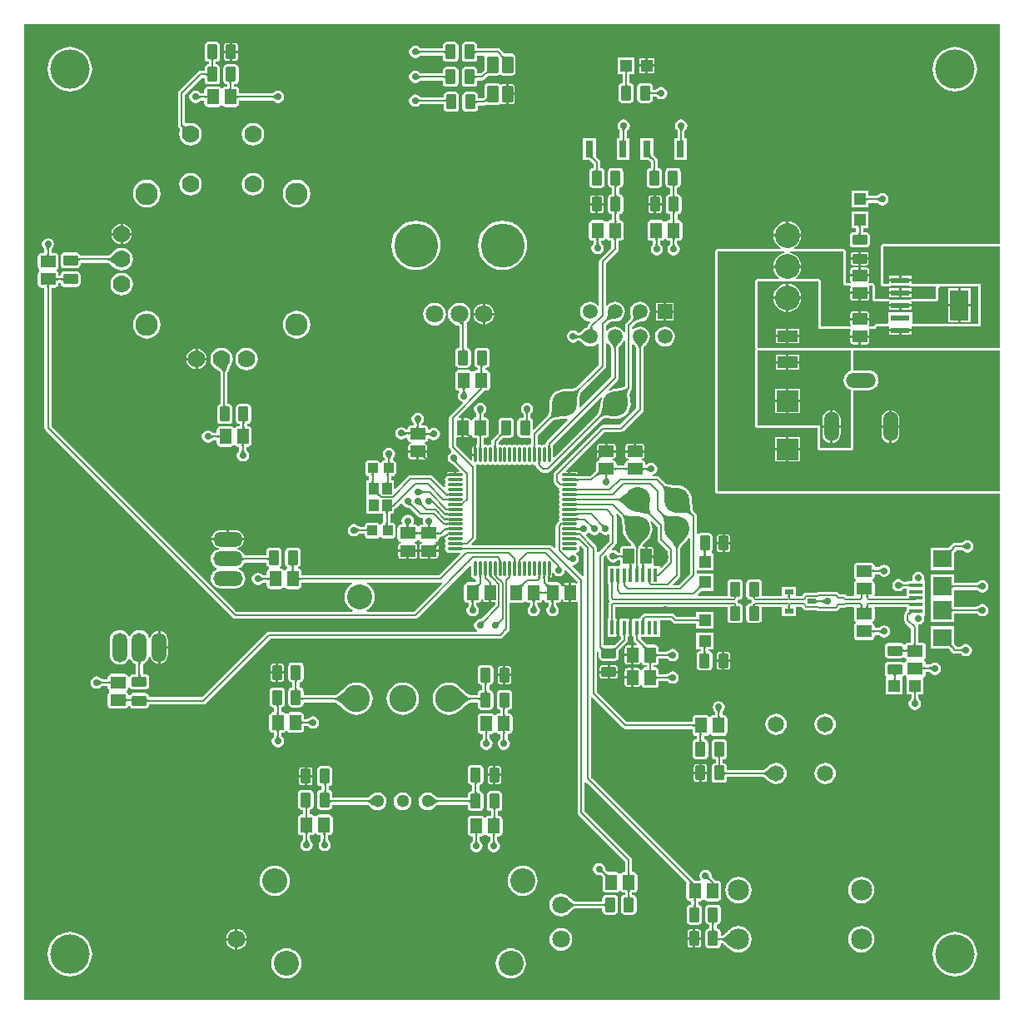
<source format=gtl>
G04*
G04 #@! TF.GenerationSoftware,Altium Limited,Altium Designer,20.1.12 (249)*
G04*
G04 Layer_Physical_Order=1*
G04 Layer_Color=255*
%FSAX25Y25*%
%MOIN*%
G70*
G04*
G04 #@! TF.SameCoordinates,E615C54C-B037-43E9-BB6F-F1E88275B31A*
G04*
G04*
G04 #@! TF.FilePolarity,Positive*
G04*
G01*
G75*
G04:AMPARAMS|DCode=20|XSize=49.21mil|YSize=62.99mil|CornerRadius=4.92mil|HoleSize=0mil|Usage=FLASHONLY|Rotation=270.000|XOffset=0mil|YOffset=0mil|HoleType=Round|Shape=RoundedRectangle|*
%AMROUNDEDRECTD20*
21,1,0.04921,0.05315,0,0,270.0*
21,1,0.03937,0.06299,0,0,270.0*
1,1,0.00984,-0.02657,-0.01968*
1,1,0.00984,-0.02657,0.01968*
1,1,0.00984,0.02657,0.01968*
1,1,0.00984,0.02657,-0.01968*
%
%ADD20ROUNDEDRECTD20*%
G04:AMPARAMS|DCode=21|XSize=49.21mil|YSize=62.99mil|CornerRadius=4.92mil|HoleSize=0mil|Usage=FLASHONLY|Rotation=0.000|XOffset=0mil|YOffset=0mil|HoleType=Round|Shape=RoundedRectangle|*
%AMROUNDEDRECTD21*
21,1,0.04921,0.05315,0,0,0.0*
21,1,0.03937,0.06299,0,0,0.0*
1,1,0.00984,0.01968,-0.02657*
1,1,0.00984,-0.01968,-0.02657*
1,1,0.00984,-0.01968,0.02657*
1,1,0.00984,0.01968,0.02657*
%
%ADD21ROUNDEDRECTD21*%
%ADD22R,0.03937X0.04724*%
%ADD23R,0.07756X0.12441*%
%ADD24R,0.07756X0.02441*%
%ADD25R,0.01500X0.05500*%
%ADD26O,0.01181X0.06299*%
%ADD27O,0.06299X0.01181*%
%ADD28R,0.03150X0.06693*%
G04:AMPARAMS|DCode=29|XSize=41.34mil|YSize=59.06mil|CornerRadius=4.13mil|HoleSize=0mil|Usage=FLASHONLY|Rotation=270.000|XOffset=0mil|YOffset=0mil|HoleType=Round|Shape=RoundedRectangle|*
%AMROUNDEDRECTD29*
21,1,0.04134,0.05079,0,0,270.0*
21,1,0.03307,0.05906,0,0,270.0*
1,1,0.00827,-0.02539,-0.01654*
1,1,0.00827,-0.02539,0.01654*
1,1,0.00827,0.02539,0.01654*
1,1,0.00827,0.02539,-0.01654*
%
%ADD29ROUNDEDRECTD29*%
G04:AMPARAMS|DCode=30|XSize=41.34mil|YSize=59.06mil|CornerRadius=4.13mil|HoleSize=0mil|Usage=FLASHONLY|Rotation=180.000|XOffset=0mil|YOffset=0mil|HoleType=Round|Shape=RoundedRectangle|*
%AMROUNDEDRECTD30*
21,1,0.04134,0.05079,0,0,180.0*
21,1,0.03307,0.05906,0,0,180.0*
1,1,0.00827,-0.01654,0.02539*
1,1,0.00827,0.01654,0.02539*
1,1,0.00827,0.01654,-0.02539*
1,1,0.00827,-0.01654,-0.02539*
%
%ADD30ROUNDEDRECTD30*%
%ADD31R,0.07480X0.07480*%
%ADD32R,0.07480X0.07087*%
%ADD33R,0.05315X0.01575*%
%ADD34R,0.08000X0.04500*%
%ADD35R,0.04724X0.04724*%
%ADD36R,0.08898X0.08504*%
%ADD37R,0.03543X0.02362*%
%ADD38R,0.04724X0.04724*%
G04:AMPARAMS|DCode=39|XSize=45.28mil|YSize=66.93mil|CornerRadius=4.53mil|HoleSize=0mil|Usage=FLASHONLY|Rotation=0.000|XOffset=0mil|YOffset=0mil|HoleType=Round|Shape=RoundedRectangle|*
%AMROUNDEDRECTD39*
21,1,0.04528,0.05787,0,0,0.0*
21,1,0.03622,0.06693,0,0,0.0*
1,1,0.00906,0.01811,-0.02894*
1,1,0.00906,-0.01811,-0.02894*
1,1,0.00906,-0.01811,0.02894*
1,1,0.00906,0.01811,0.02894*
%
%ADD39ROUNDEDRECTD39*%
G04:AMPARAMS|DCode=40|XSize=43.31mil|YSize=39.37mil|CornerRadius=3.94mil|HoleSize=0mil|Usage=FLASHONLY|Rotation=270.000|XOffset=0mil|YOffset=0mil|HoleType=Round|Shape=RoundedRectangle|*
%AMROUNDEDRECTD40*
21,1,0.04331,0.03150,0,0,270.0*
21,1,0.03543,0.03937,0,0,270.0*
1,1,0.00787,-0.01575,-0.01772*
1,1,0.00787,-0.01575,0.01772*
1,1,0.00787,0.01575,0.01772*
1,1,0.00787,0.01575,-0.01772*
%
%ADD40ROUNDEDRECTD40*%
%ADD67C,0.09000*%
%ADD82C,0.00799*%
%ADD83C,0.00800*%
%ADD84C,0.10000*%
%ADD85C,0.10039*%
%ADD86C,0.07087*%
%ADD87C,0.17559*%
%ADD88C,0.06457*%
%ADD89C,0.08500*%
%ADD90C,0.05118*%
%ADD91C,0.10925*%
%ADD92C,0.15748*%
%ADD93R,0.05906X0.05906*%
%ADD94C,0.05906*%
%ADD95O,0.11874X0.05937*%
%ADD96O,0.05937X0.11874*%
%ADD97C,0.02756*%
%ADD98C,0.07000*%
%ADD99O,0.11812X0.05906*%
%ADD100O,0.05906X0.11812*%
%ADD101C,0.05000*%
%ADD102C,0.02800*%
G36*
X0329480Y0288500D02*
X0329558Y0288110D01*
X0329779Y0287779D01*
X0330110Y0287558D01*
X0330500Y0287480D01*
X0332104D01*
X0332230Y0287344D01*
X0332396Y0287018D01*
X0332396Y0287017D01*
X0332314Y0286895D01*
X0332229Y0286469D01*
Y0285000D01*
X0336000D01*
X0339771D01*
Y0286469D01*
X0339686Y0286895D01*
X0339604Y0287017D01*
X0339604Y0287018D01*
X0339770Y0287344D01*
X0339896Y0287480D01*
X0340980D01*
Y0282000D01*
X0341058Y0281610D01*
X0341279Y0281279D01*
X0341610Y0281058D01*
X0342000Y0280980D01*
X0347691D01*
Y0280000D01*
X0356647D01*
Y0280980D01*
X0366500D01*
X0366890Y0281058D01*
X0367221Y0281279D01*
X0367442Y0281610D01*
X0367520Y0282000D01*
Y0286480D01*
X0368020Y0286980D01*
X0383480Y0286980D01*
X0383480Y0272020D01*
X0357440Y0272020D01*
X0357047Y0272280D01*
Y0276720D01*
X0347291D01*
Y0272280D01*
X0346899Y0272020D01*
X0342853D01*
X0342463Y0271942D01*
X0342133Y0271721D01*
X0341779Y0271367D01*
X0341558Y0271037D01*
X0341555Y0271020D01*
X0339883D01*
X0339862Y0271015D01*
X0339644Y0271259D01*
X0339568Y0271476D01*
X0339686Y0271653D01*
X0339771Y0272079D01*
Y0273547D01*
X0336000D01*
X0332229D01*
Y0272079D01*
X0332314Y0271653D01*
X0332432Y0271476D01*
X0332357Y0271259D01*
X0332138Y0271015D01*
X0332117Y0271020D01*
X0320520Y0271020D01*
Y0289000D01*
X0320442Y0289390D01*
X0320221Y0289721D01*
X0319890Y0289942D01*
X0319500Y0290020D01*
X0310530D01*
X0310360Y0290520D01*
X0310994Y0291006D01*
X0311892Y0292176D01*
X0312456Y0293538D01*
X0312582Y0294500D01*
X0301417D01*
X0301544Y0293538D01*
X0302108Y0292176D01*
X0303006Y0291006D01*
X0303640Y0290520D01*
X0303470Y0290020D01*
X0295000D01*
X0294610Y0289942D01*
X0294279Y0289721D01*
X0294058Y0289390D01*
X0293980Y0289000D01*
Y0262999D01*
X0294011Y0262845D01*
X0294029Y0262688D01*
X0294182Y0262209D01*
X0294203Y0262172D01*
X0294211Y0262129D01*
X0294291Y0262010D01*
X0294211Y0261890D01*
X0294211Y0261890D01*
X0294020Y0261428D01*
X0294020Y0261428D01*
X0293942Y0261038D01*
X0293980Y0260847D01*
Y0231500D01*
X0294058Y0231110D01*
X0294279Y0230779D01*
X0294610Y0230558D01*
X0295000Y0230480D01*
X0318980D01*
Y0222500D01*
X0319000Y0222401D01*
Y0222000D01*
X0319131D01*
X0319279Y0221779D01*
X0319610Y0221558D01*
X0320000Y0221480D01*
X0332500D01*
X0332890Y0221558D01*
X0333221Y0221779D01*
X0333369Y0222000D01*
X0333500D01*
Y0222401D01*
X0333520Y0222500D01*
Y0240000D01*
Y0245487D01*
X0333531Y0245497D01*
X0339469D01*
X0340505Y0245634D01*
X0341470Y0246034D01*
X0342299Y0246670D01*
X0342935Y0247499D01*
X0343335Y0248464D01*
X0343471Y0249500D01*
X0343335Y0250536D01*
X0342935Y0251501D01*
X0342299Y0252330D01*
X0341470Y0252966D01*
X0340505Y0253366D01*
X0339469Y0253503D01*
X0333531D01*
X0333520Y0253513D01*
Y0261480D01*
X0343500D01*
X0392000Y0261480D01*
X0392000Y0205000D01*
X0279000Y0205000D01*
X0279000Y0301000D01*
X0305841D01*
X0305873Y0300500D01*
X0305538Y0300456D01*
X0304176Y0299892D01*
X0303006Y0298994D01*
X0302108Y0297824D01*
X0301544Y0296462D01*
X0301417Y0295500D01*
X0312582D01*
X0312456Y0296462D01*
X0311892Y0297824D01*
X0310994Y0298994D01*
X0309824Y0299892D01*
X0308462Y0300456D01*
X0308127Y0300500D01*
X0308159Y0301000D01*
X0329480D01*
Y0288500D01*
D02*
G37*
G36*
X0392172Y0304020D02*
X0345500Y0304020D01*
X0345110Y0303942D01*
X0344779Y0303721D01*
X0344558Y0303390D01*
X0344480Y0303000D01*
Y0302500D01*
X0344480Y0288000D01*
X0344558Y0287610D01*
X0344779Y0287279D01*
X0345110Y0287058D01*
X0345500Y0286980D01*
X0347691D01*
X0348081Y0287058D01*
X0348412Y0287279D01*
X0348413Y0287280D01*
X0355926D01*
X0355926Y0287279D01*
X0356257Y0287058D01*
X0356647Y0286980D01*
X0366095D01*
Y0286980D01*
X0366500D01*
Y0282000D01*
X0356647D01*
X0356257Y0281922D01*
X0355955Y0281720D01*
X0348384D01*
X0348081Y0281922D01*
X0347691Y0282000D01*
X0342000D01*
Y0282100D01*
Y0287480D01*
X0341922Y0287871D01*
X0341701Y0288201D01*
X0341371Y0288422D01*
X0340980Y0288500D01*
X0339896D01*
X0339875Y0288496D01*
X0339853Y0288499D01*
X0339831Y0288494D01*
X0339562Y0288875D01*
X0339544Y0288940D01*
X0339686Y0289153D01*
X0339771Y0289579D01*
Y0291047D01*
X0336000D01*
X0332229D01*
Y0289579D01*
X0332314Y0289153D01*
X0332416Y0289000D01*
D01*
X0332456Y0288940D01*
X0332438Y0288876D01*
X0332169Y0288494D01*
X0332147Y0288499D01*
X0332125Y0288496D01*
X0332104Y0288500D01*
X0330500D01*
Y0288600D01*
Y0301000D01*
X0330422Y0301390D01*
X0330201Y0301721D01*
X0329871Y0301942D01*
X0329480Y0302020D01*
X0309709D01*
X0309610Y0302520D01*
X0309824Y0302608D01*
X0310994Y0303506D01*
X0311892Y0304676D01*
X0312456Y0306038D01*
X0312582Y0307000D01*
X0307000D01*
X0301417D01*
X0301544Y0306038D01*
X0302108Y0304676D01*
X0303006Y0303506D01*
X0304176Y0302608D01*
X0304390Y0302520D01*
X0304291Y0302020D01*
X0279000D01*
X0278610Y0301942D01*
X0278279Y0301721D01*
X0278058Y0301390D01*
X0277980Y0301000D01*
X0277980Y0205000D01*
X0278058Y0204610D01*
X0278279Y0204279D01*
X0278610Y0204058D01*
X0279000Y0203980D01*
X0392000Y0203980D01*
X0392172Y0203840D01*
Y0001529D01*
X0001529D01*
Y0392172D01*
X0392172D01*
Y0304020D01*
D02*
G37*
G36*
Y0262500D02*
X0343500Y0262500D01*
X0332598D01*
X0332500Y0262520D01*
X0295153D01*
X0295000Y0262999D01*
Y0289000D01*
X0306705D01*
X0307000Y0288971D01*
X0307295Y0289000D01*
X0319500D01*
Y0270000D01*
X0332117Y0270000D01*
X0332384Y0269500D01*
X0332314Y0269395D01*
X0332229Y0268969D01*
Y0267500D01*
X0336000D01*
X0339771D01*
Y0268969D01*
X0339686Y0269395D01*
X0339616Y0269500D01*
X0339883Y0270000D01*
X0342500D01*
X0342500Y0270646D01*
X0342853Y0271000D01*
X0347691D01*
Y0270000D01*
X0356647D01*
Y0271000D01*
X0384500Y0271000D01*
X0384500Y0288000D01*
X0356647Y0288000D01*
Y0289000D01*
X0347691D01*
Y0288000D01*
X0345500D01*
X0345500Y0303000D01*
X0392172Y0303000D01*
Y0262500D01*
D02*
G37*
G36*
X0332500Y0253367D02*
X0332495Y0253366D01*
X0331530Y0252966D01*
X0330701Y0252330D01*
X0330065Y0251501D01*
X0329665Y0250536D01*
X0329529Y0249500D01*
X0329665Y0248464D01*
X0330065Y0247499D01*
X0330701Y0246670D01*
X0331530Y0246034D01*
X0332495Y0245634D01*
X0332500Y0245633D01*
Y0240000D01*
Y0222500D01*
X0320000D01*
Y0231500D01*
X0295000D01*
Y0261000D01*
X0294962Y0261038D01*
X0295153Y0261500D01*
X0332500D01*
Y0253367D01*
D02*
G37*
%LPC*%
G36*
X0339771Y0284000D02*
X0336500D01*
Y0281418D01*
X0338657D01*
X0339084Y0281503D01*
X0339445Y0281744D01*
X0339686Y0282105D01*
X0339771Y0282531D01*
Y0284000D01*
D02*
G37*
G36*
X0335500D02*
X0332229D01*
Y0282531D01*
X0332314Y0282105D01*
X0332555Y0281744D01*
X0332916Y0281503D01*
X0333343Y0281418D01*
X0335500D01*
Y0284000D01*
D02*
G37*
G36*
X0380309Y0286320D02*
X0376331D01*
Y0280000D01*
X0380309D01*
Y0286320D01*
D02*
G37*
G36*
X0375331D02*
X0371353D01*
Y0280000D01*
X0375331D01*
Y0286320D01*
D02*
G37*
G36*
X0356647Y0279000D02*
X0352669D01*
Y0277679D01*
X0356647D01*
Y0279000D01*
D02*
G37*
G36*
X0351669D02*
X0347691D01*
Y0277679D01*
X0351669D01*
Y0279000D01*
D02*
G37*
G36*
X0338657Y0277129D02*
X0336500D01*
Y0274547D01*
X0339771D01*
Y0276016D01*
X0339686Y0276442D01*
X0339445Y0276803D01*
X0339084Y0277045D01*
X0338657Y0277129D01*
D02*
G37*
G36*
X0335500D02*
X0333343D01*
X0332916Y0277045D01*
X0332555Y0276803D01*
X0332314Y0276442D01*
X0332229Y0276016D01*
Y0274547D01*
X0335500D01*
Y0277129D01*
D02*
G37*
G36*
X0380309Y0279000D02*
X0376331D01*
Y0272679D01*
X0380309D01*
Y0279000D01*
D02*
G37*
G36*
X0375331D02*
X0371353D01*
Y0272679D01*
X0375331D01*
Y0279000D01*
D02*
G37*
G36*
X0348811Y0237498D02*
Y0231496D01*
X0351910D01*
Y0233965D01*
X0351788Y0234896D01*
X0351428Y0235764D01*
X0350856Y0236510D01*
X0350111Y0237082D01*
X0349243Y0237441D01*
X0348811Y0237498D01*
D02*
G37*
G36*
X0347811Y0237498D02*
X0347379Y0237441D01*
X0346511Y0237082D01*
X0345766Y0236510D01*
X0345194Y0235764D01*
X0344834Y0234896D01*
X0344712Y0233965D01*
Y0231496D01*
X0347811D01*
Y0237498D01*
D02*
G37*
G36*
X0351910Y0230496D02*
X0348811D01*
Y0224494D01*
X0349243Y0224551D01*
X0350111Y0224910D01*
X0350856Y0225483D01*
X0351428Y0226228D01*
X0351788Y0227096D01*
X0351910Y0228028D01*
Y0230496D01*
D02*
G37*
G36*
X0347811D02*
X0344712D01*
Y0228028D01*
X0344834Y0227096D01*
X0345194Y0226228D01*
X0345766Y0225483D01*
X0346511Y0224910D01*
X0347379Y0224551D01*
X0347811Y0224494D01*
Y0230496D01*
D02*
G37*
G36*
X0312049Y0226706D02*
X0307500D01*
Y0222354D01*
X0312049D01*
Y0226706D01*
D02*
G37*
G36*
X0306500D02*
X0301951D01*
Y0222354D01*
X0306500D01*
Y0226706D01*
D02*
G37*
G36*
X0312049Y0221354D02*
X0307500D01*
Y0217002D01*
X0312049D01*
Y0221354D01*
D02*
G37*
G36*
X0306500D02*
X0301951D01*
Y0217002D01*
X0306500D01*
Y0221354D01*
D02*
G37*
G36*
X0173894Y0384980D02*
X0170587D01*
X0170035Y0384871D01*
X0169568Y0384558D01*
X0169255Y0384091D01*
X0169146Y0383539D01*
Y0382427D01*
X0160123D01*
X0160102Y0382432D01*
X0160069Y0382443D01*
X0160029Y0382461D01*
X0159982Y0382486D01*
X0159928Y0382521D01*
X0159868Y0382567D01*
X0159802Y0382623D01*
X0159730Y0382730D01*
X0158936Y0383261D01*
X0158000Y0383447D01*
X0157064Y0383261D01*
X0156270Y0382730D01*
X0155739Y0381936D01*
X0155553Y0381000D01*
X0155739Y0380064D01*
X0156270Y0379270D01*
X0157064Y0378739D01*
X0158000Y0378553D01*
X0158936Y0378739D01*
X0159730Y0379270D01*
X0159802Y0379377D01*
X0159868Y0379433D01*
X0159928Y0379479D01*
X0159982Y0379514D01*
X0160029Y0379539D01*
X0160069Y0379556D01*
X0160102Y0379568D01*
X0160123Y0379573D01*
X0169146D01*
Y0378461D01*
X0169255Y0377909D01*
X0169568Y0377442D01*
X0170035Y0377129D01*
X0170587Y0377020D01*
X0173894D01*
X0174445Y0377129D01*
X0174913Y0377442D01*
X0175225Y0377909D01*
X0175335Y0378461D01*
Y0383539D01*
X0175225Y0384091D01*
X0174913Y0384558D01*
X0174445Y0384871D01*
X0173894Y0384980D01*
D02*
G37*
G36*
X0085913Y0384573D02*
X0084760D01*
Y0381500D01*
X0086947D01*
Y0383539D01*
X0086868Y0383935D01*
X0086644Y0384270D01*
X0086309Y0384494D01*
X0085913Y0384573D01*
D02*
G37*
G36*
X0083760D02*
X0082606D01*
X0082211Y0384494D01*
X0081876Y0384270D01*
X0081652Y0383935D01*
X0081573Y0383539D01*
Y0381500D01*
X0083760D01*
Y0384573D01*
D02*
G37*
G36*
X0086947Y0380500D02*
X0084760D01*
Y0377427D01*
X0085913D01*
X0086309Y0377506D01*
X0086644Y0377730D01*
X0086868Y0378065D01*
X0086947Y0378461D01*
Y0380500D01*
D02*
G37*
G36*
X0083760D02*
X0081573D01*
Y0378461D01*
X0081652Y0378065D01*
X0081876Y0377730D01*
X0082211Y0377506D01*
X0082606Y0377427D01*
X0083760D01*
Y0380500D01*
D02*
G37*
G36*
X0253596Y0378462D02*
X0251134D01*
Y0376000D01*
X0253596D01*
Y0378462D01*
D02*
G37*
G36*
X0250134D02*
X0247672D01*
Y0376000D01*
X0250134D01*
Y0378462D01*
D02*
G37*
G36*
X0078394Y0384980D02*
X0075087D01*
X0074535Y0384871D01*
X0074068Y0384558D01*
X0073755Y0384091D01*
X0073646Y0383539D01*
Y0378461D01*
X0073755Y0377909D01*
X0074068Y0377442D01*
X0074535Y0377129D01*
X0075087Y0377020D01*
X0075313D01*
Y0375980D01*
X0075087D01*
X0074535Y0375871D01*
X0074068Y0375558D01*
X0073755Y0375091D01*
X0073646Y0374539D01*
Y0373427D01*
X0072000D01*
X0072000Y0373427D01*
X0071454Y0373318D01*
X0070991Y0373009D01*
X0070991Y0373009D01*
X0063491Y0365509D01*
X0063182Y0365046D01*
X0063073Y0364500D01*
X0063073Y0364500D01*
Y0351500D01*
X0063073Y0351500D01*
X0063182Y0350954D01*
X0063440Y0350567D01*
X0063457Y0350538D01*
X0063466Y0350528D01*
X0063491Y0350491D01*
X0063569Y0350413D01*
X0063571Y0350411D01*
X0063629Y0350328D01*
X0063674Y0350244D01*
X0063708Y0350154D01*
X0063733Y0350053D01*
X0063748Y0349935D01*
X0063751Y0349798D01*
X0063739Y0349639D01*
X0063708Y0349457D01*
X0063670Y0349306D01*
X0063616Y0349175D01*
X0063461Y0348000D01*
X0063616Y0346825D01*
X0064069Y0345731D01*
X0064791Y0344791D01*
X0065731Y0344069D01*
X0066825Y0343616D01*
X0068000Y0343461D01*
X0069175Y0343616D01*
X0070269Y0344069D01*
X0071209Y0344791D01*
X0071931Y0345731D01*
X0072384Y0346825D01*
X0072539Y0348000D01*
X0072384Y0349175D01*
X0071931Y0350269D01*
X0071209Y0351209D01*
X0070269Y0351931D01*
X0069175Y0352384D01*
X0068000Y0352539D01*
X0066825Y0352384D01*
X0066694Y0352330D01*
X0066543Y0352292D01*
X0066427Y0352273D01*
X0066299Y0352314D01*
X0065927Y0352627D01*
Y0363909D01*
X0072591Y0370573D01*
X0073646D01*
Y0369461D01*
X0073755Y0368909D01*
X0074068Y0368442D01*
X0074535Y0368129D01*
X0075087Y0368020D01*
X0078394D01*
X0078945Y0368129D01*
X0079413Y0368442D01*
X0079725Y0368909D01*
X0079835Y0369461D01*
Y0374539D01*
X0079725Y0375091D01*
X0079413Y0375558D01*
X0078945Y0375871D01*
X0078394Y0375980D01*
X0078167D01*
Y0377020D01*
X0078394D01*
X0078945Y0377129D01*
X0079413Y0377442D01*
X0079725Y0377909D01*
X0079835Y0378461D01*
Y0383539D01*
X0079725Y0384091D01*
X0079413Y0384558D01*
X0078945Y0384871D01*
X0078394Y0384980D01*
D02*
G37*
G36*
X0253596Y0375000D02*
X0251134D01*
Y0372538D01*
X0253596D01*
Y0375000D01*
D02*
G37*
G36*
X0250134D02*
X0247672D01*
Y0372538D01*
X0250134D01*
Y0375000D01*
D02*
G37*
G36*
X0181413Y0384980D02*
X0178106D01*
X0177555Y0384871D01*
X0177087Y0384558D01*
X0176775Y0384091D01*
X0176665Y0383539D01*
Y0378461D01*
X0176775Y0377909D01*
X0177087Y0377442D01*
X0177555Y0377129D01*
X0178106Y0377020D01*
X0181413D01*
X0181965Y0377129D01*
X0182432Y0377442D01*
X0182745Y0377909D01*
X0182854Y0378461D01*
Y0379573D01*
X0185450D01*
X0185810Y0379073D01*
X0185755Y0378799D01*
Y0373915D01*
X0185642Y0373780D01*
X0184289Y0372427D01*
X0182854D01*
Y0373539D01*
X0182745Y0374091D01*
X0182432Y0374558D01*
X0181965Y0374871D01*
X0181413Y0374980D01*
X0178106D01*
X0177555Y0374871D01*
X0177087Y0374558D01*
X0176775Y0374091D01*
X0176665Y0373539D01*
Y0368461D01*
X0176775Y0367909D01*
X0177087Y0367442D01*
X0177555Y0367129D01*
X0178106Y0367020D01*
X0181413D01*
X0181965Y0367129D01*
X0182432Y0367442D01*
X0182745Y0367909D01*
X0182854Y0368461D01*
Y0369573D01*
X0184880D01*
X0184880Y0369573D01*
X0185426Y0369682D01*
X0185889Y0369991D01*
X0187359Y0371461D01*
X0187434Y0371531D01*
X0190858D01*
X0191425Y0371643D01*
X0191906Y0371964D01*
X0192094D01*
X0192575Y0371643D01*
X0193142Y0371531D01*
X0196764D01*
X0197331Y0371643D01*
X0197811Y0371964D01*
X0198132Y0372445D01*
X0198245Y0373012D01*
Y0378799D01*
X0198132Y0379366D01*
X0197811Y0379847D01*
X0197331Y0380168D01*
X0196764Y0380280D01*
X0193755D01*
X0193642Y0380376D01*
X0192009Y0382009D01*
X0191546Y0382318D01*
X0191000Y0382427D01*
X0191000Y0382427D01*
X0182854D01*
Y0383539D01*
X0182745Y0384091D01*
X0182432Y0384558D01*
X0181965Y0384871D01*
X0181413Y0384980D01*
D02*
G37*
G36*
X0173894Y0374980D02*
X0170587D01*
X0170035Y0374871D01*
X0169568Y0374558D01*
X0169255Y0374091D01*
X0169146Y0373539D01*
Y0372427D01*
X0160123D01*
X0160102Y0372432D01*
X0160069Y0372444D01*
X0160029Y0372461D01*
X0159982Y0372486D01*
X0159928Y0372521D01*
X0159868Y0372567D01*
X0159802Y0372623D01*
X0159730Y0372730D01*
X0158936Y0373261D01*
X0158000Y0373447D01*
X0157064Y0373261D01*
X0156270Y0372730D01*
X0155739Y0371936D01*
X0155553Y0371000D01*
X0155739Y0370064D01*
X0156270Y0369270D01*
X0157064Y0368739D01*
X0158000Y0368553D01*
X0158936Y0368739D01*
X0159730Y0369270D01*
X0159802Y0369377D01*
X0159868Y0369433D01*
X0159928Y0369479D01*
X0159982Y0369514D01*
X0160029Y0369539D01*
X0160069Y0369556D01*
X0160102Y0369568D01*
X0160123Y0369573D01*
X0169146D01*
Y0368461D01*
X0169255Y0367909D01*
X0169568Y0367442D01*
X0170035Y0367129D01*
X0170587Y0367020D01*
X0173894D01*
X0174445Y0367129D01*
X0174913Y0367442D01*
X0175225Y0367909D01*
X0175335Y0368461D01*
Y0373539D01*
X0175225Y0374091D01*
X0174913Y0374558D01*
X0174445Y0374871D01*
X0173894Y0374980D01*
D02*
G37*
G36*
X0085913Y0375980D02*
X0082606D01*
X0082055Y0375871D01*
X0081587Y0375558D01*
X0081275Y0375091D01*
X0081165Y0374539D01*
Y0369461D01*
X0081275Y0368909D01*
X0081587Y0368442D01*
X0082055Y0368129D01*
X0082597Y0368021D01*
Y0367179D01*
X0082055D01*
X0081473Y0367063D01*
X0080979Y0366733D01*
X0080782Y0366438D01*
X0080218D01*
X0080021Y0366733D01*
X0079527Y0367063D01*
X0078945Y0367179D01*
X0075008D01*
X0074426Y0367063D01*
X0073932Y0366733D01*
X0073602Y0366240D01*
X0073487Y0365657D01*
Y0364427D01*
X0072123D01*
X0072102Y0364432D01*
X0072069Y0364443D01*
X0072029Y0364461D01*
X0071982Y0364486D01*
X0071928Y0364521D01*
X0071868Y0364567D01*
X0071802Y0364623D01*
X0071730Y0364730D01*
X0070936Y0365261D01*
X0070000Y0365447D01*
X0069064Y0365261D01*
X0068270Y0364730D01*
X0067739Y0363936D01*
X0067553Y0363000D01*
X0067739Y0362064D01*
X0068270Y0361270D01*
X0069064Y0360739D01*
X0070000Y0360553D01*
X0070936Y0360739D01*
X0071730Y0361270D01*
X0071802Y0361377D01*
X0071868Y0361433D01*
X0071928Y0361479D01*
X0071982Y0361514D01*
X0072029Y0361539D01*
X0072069Y0361556D01*
X0072102Y0361568D01*
X0072123Y0361573D01*
X0073487D01*
Y0360343D01*
X0073602Y0359760D01*
X0073932Y0359267D01*
X0074426Y0358937D01*
X0075008Y0358821D01*
X0078945D01*
X0079527Y0358937D01*
X0080021Y0359267D01*
X0080218Y0359562D01*
X0080782D01*
X0080979Y0359267D01*
X0081473Y0358937D01*
X0082055Y0358821D01*
X0085992D01*
X0086574Y0358937D01*
X0087068Y0359267D01*
X0087398Y0359760D01*
X0087514Y0360343D01*
Y0361573D01*
X0100877D01*
X0100898Y0361568D01*
X0100932Y0361557D01*
X0100971Y0361539D01*
X0101018Y0361514D01*
X0101072Y0361479D01*
X0101132Y0361433D01*
X0101198Y0361377D01*
X0101270Y0361270D01*
X0102064Y0360739D01*
X0103000Y0360553D01*
X0103936Y0360739D01*
X0104730Y0361270D01*
X0105261Y0362064D01*
X0105447Y0363000D01*
X0105261Y0363936D01*
X0104730Y0364730D01*
X0103936Y0365261D01*
X0103000Y0365447D01*
X0102064Y0365261D01*
X0101270Y0364730D01*
X0101198Y0364623D01*
X0101132Y0364567D01*
X0101072Y0364521D01*
X0101018Y0364486D01*
X0100971Y0364461D01*
X0100932Y0364444D01*
X0100898Y0364432D01*
X0100877Y0364427D01*
X0087514D01*
Y0365657D01*
X0087398Y0366240D01*
X0087068Y0366733D01*
X0086574Y0367063D01*
X0085992Y0367179D01*
X0085451D01*
Y0368020D01*
X0085913D01*
X0086465Y0368129D01*
X0086932Y0368442D01*
X0087245Y0368909D01*
X0087354Y0369461D01*
Y0374539D01*
X0087245Y0375091D01*
X0086932Y0375558D01*
X0086465Y0375871D01*
X0085913Y0375980D01*
D02*
G37*
G36*
X0374016Y0382933D02*
X0372276Y0382761D01*
X0370603Y0382254D01*
X0369062Y0381430D01*
X0367710Y0380321D01*
X0366602Y0378970D01*
X0365778Y0377428D01*
X0365270Y0375755D01*
X0365099Y0374016D01*
X0365270Y0372276D01*
X0365778Y0370603D01*
X0366602Y0369062D01*
X0367710Y0367710D01*
X0369062Y0366602D01*
X0370603Y0365778D01*
X0372276Y0365270D01*
X0374016Y0365099D01*
X0375755Y0365270D01*
X0377428Y0365778D01*
X0378970Y0366602D01*
X0380321Y0367710D01*
X0381430Y0369062D01*
X0382254Y0370603D01*
X0382761Y0372276D01*
X0382933Y0374016D01*
X0382761Y0375755D01*
X0382254Y0377428D01*
X0381430Y0378970D01*
X0380321Y0380321D01*
X0378970Y0381430D01*
X0377428Y0382254D01*
X0375755Y0382761D01*
X0374016Y0382933D01*
D02*
G37*
G36*
X0019685D02*
X0017945Y0382761D01*
X0016273Y0382254D01*
X0014731Y0381430D01*
X0013380Y0380321D01*
X0012271Y0378970D01*
X0011447Y0377428D01*
X0010939Y0375755D01*
X0010768Y0374016D01*
X0010939Y0372276D01*
X0011447Y0370603D01*
X0012271Y0369062D01*
X0013380Y0367710D01*
X0014731Y0366602D01*
X0016273Y0365778D01*
X0017945Y0365270D01*
X0019685Y0365099D01*
X0021425Y0365270D01*
X0023097Y0365778D01*
X0024639Y0366602D01*
X0025990Y0367710D01*
X0027099Y0369062D01*
X0027923Y0370603D01*
X0028431Y0372276D01*
X0028602Y0374016D01*
X0028431Y0375755D01*
X0027923Y0377428D01*
X0027099Y0378970D01*
X0025990Y0380321D01*
X0024639Y0381430D01*
X0023097Y0382254D01*
X0021425Y0382761D01*
X0019685Y0382933D01*
D02*
G37*
G36*
X0196764Y0368062D02*
X0195453D01*
Y0364595D01*
X0197837D01*
Y0366988D01*
X0197755Y0367399D01*
X0197523Y0367747D01*
X0197175Y0367980D01*
X0196764Y0368062D01*
D02*
G37*
G36*
X0174134Y0364980D02*
X0170827D01*
X0170275Y0364871D01*
X0169808Y0364558D01*
X0169495Y0364091D01*
X0169386Y0363539D01*
Y0362927D01*
X0160123D01*
X0160102Y0362932D01*
X0160069Y0362944D01*
X0160029Y0362961D01*
X0159982Y0362986D01*
X0159928Y0363021D01*
X0159868Y0363067D01*
X0159802Y0363123D01*
X0159730Y0363230D01*
X0158936Y0363761D01*
X0158000Y0363947D01*
X0157064Y0363761D01*
X0156270Y0363230D01*
X0155739Y0362436D01*
X0155553Y0361500D01*
X0155739Y0360564D01*
X0156270Y0359770D01*
X0157064Y0359239D01*
X0158000Y0359053D01*
X0158936Y0359239D01*
X0159730Y0359770D01*
X0159802Y0359877D01*
X0159868Y0359933D01*
X0159928Y0359979D01*
X0159982Y0360014D01*
X0160029Y0360039D01*
X0160069Y0360056D01*
X0160102Y0360068D01*
X0160123Y0360073D01*
X0169386D01*
Y0358461D01*
X0169495Y0357909D01*
X0169808Y0357442D01*
X0170275Y0357129D01*
X0170827Y0357020D01*
X0174134D01*
X0174685Y0357129D01*
X0175153Y0357442D01*
X0175465Y0357909D01*
X0175575Y0358461D01*
Y0363539D01*
X0175465Y0364091D01*
X0175153Y0364558D01*
X0174685Y0364871D01*
X0174134Y0364980D01*
D02*
G37*
G36*
X0190858Y0368469D02*
X0187236D01*
X0186669Y0368357D01*
X0186189Y0368036D01*
X0185868Y0367555D01*
X0185755Y0366988D01*
Y0363210D01*
X0185749Y0363197D01*
X0185723Y0363151D01*
X0185687Y0363096D01*
X0185638Y0363032D01*
X0185617Y0363007D01*
X0185037Y0362427D01*
X0183095D01*
Y0363539D01*
X0182985Y0364091D01*
X0182673Y0364558D01*
X0182205Y0364871D01*
X0181653Y0364980D01*
X0178347D01*
X0177795Y0364871D01*
X0177328Y0364558D01*
X0177015Y0364091D01*
X0176905Y0363539D01*
Y0358461D01*
X0177015Y0357909D01*
X0177328Y0357442D01*
X0177795Y0357129D01*
X0178347Y0357020D01*
X0181653D01*
X0182205Y0357129D01*
X0182673Y0357442D01*
X0182985Y0357909D01*
X0183095Y0358461D01*
Y0359573D01*
X0185628D01*
X0185628Y0359573D01*
X0186174Y0359682D01*
X0186535Y0359922D01*
X0186669Y0359832D01*
X0187236Y0359720D01*
X0190858D01*
X0191425Y0359832D01*
X0191906Y0360153D01*
X0191940Y0360205D01*
X0192383Y0360442D01*
X0192731Y0360209D01*
X0193142Y0360127D01*
X0194453D01*
Y0364094D01*
Y0368062D01*
X0193142D01*
X0192731Y0367980D01*
X0192383Y0367747D01*
X0191940Y0367984D01*
X0191906Y0368036D01*
X0191425Y0368357D01*
X0190858Y0368469D01*
D02*
G37*
G36*
X0251654Y0368480D02*
X0248346D01*
X0247795Y0368371D01*
X0247327Y0368058D01*
X0247015Y0367591D01*
X0246905Y0367039D01*
Y0361961D01*
X0247015Y0361409D01*
X0247327Y0360942D01*
X0247795Y0360629D01*
X0248346Y0360520D01*
X0251654D01*
X0252205Y0360629D01*
X0252673Y0360942D01*
X0252985Y0361409D01*
X0253095Y0361961D01*
Y0363073D01*
X0254377D01*
X0254398Y0363068D01*
X0254432Y0363056D01*
X0254471Y0363039D01*
X0254518Y0363014D01*
X0254572Y0362979D01*
X0254632Y0362933D01*
X0254698Y0362877D01*
X0254770Y0362770D01*
X0255564Y0362239D01*
X0256500Y0362053D01*
X0257436Y0362239D01*
X0258230Y0362770D01*
X0258761Y0363564D01*
X0258947Y0364500D01*
X0258761Y0365436D01*
X0258230Y0366230D01*
X0257436Y0366761D01*
X0256500Y0366947D01*
X0255564Y0366761D01*
X0254770Y0366230D01*
X0254698Y0366123D01*
X0254632Y0366067D01*
X0254572Y0366021D01*
X0254518Y0365986D01*
X0254471Y0365961D01*
X0254432Y0365944D01*
X0254398Y0365932D01*
X0254377Y0365927D01*
X0253095D01*
Y0367039D01*
X0252985Y0367591D01*
X0252673Y0368058D01*
X0252205Y0368371D01*
X0251654Y0368480D01*
D02*
G37*
G36*
X0245728Y0378862D02*
X0239004D01*
Y0372138D01*
X0241053D01*
Y0368480D01*
X0240827D01*
X0240275Y0368371D01*
X0239808Y0368058D01*
X0239495Y0367591D01*
X0239386Y0367039D01*
Y0361961D01*
X0239495Y0361409D01*
X0239808Y0360942D01*
X0240275Y0360629D01*
X0240827Y0360520D01*
X0244134D01*
X0244685Y0360629D01*
X0245153Y0360942D01*
X0245465Y0361409D01*
X0245575Y0361961D01*
Y0367039D01*
X0245465Y0367591D01*
X0245153Y0368058D01*
X0244685Y0368371D01*
X0244134Y0368480D01*
X0243907D01*
Y0372138D01*
X0245728D01*
Y0378862D01*
D02*
G37*
G36*
X0197837Y0363595D02*
X0195453D01*
Y0360127D01*
X0196764D01*
X0197175Y0360209D01*
X0197523Y0360442D01*
X0197755Y0360790D01*
X0197837Y0361201D01*
Y0363595D01*
D02*
G37*
G36*
X0093000Y0352539D02*
X0091825Y0352384D01*
X0090731Y0351931D01*
X0089791Y0351209D01*
X0089069Y0350269D01*
X0088616Y0349175D01*
X0088461Y0348000D01*
X0088616Y0346825D01*
X0089069Y0345731D01*
X0089791Y0344791D01*
X0090731Y0344069D01*
X0091825Y0343616D01*
X0093000Y0343461D01*
X0094175Y0343616D01*
X0095269Y0344069D01*
X0096209Y0344791D01*
X0096931Y0345731D01*
X0097384Y0346825D01*
X0097539Y0348000D01*
X0097384Y0349175D01*
X0096931Y0350269D01*
X0096209Y0351209D01*
X0095269Y0351931D01*
X0094175Y0352384D01*
X0093000Y0352539D01*
D02*
G37*
G36*
X0264500Y0353947D02*
X0263564Y0353761D01*
X0262770Y0353230D01*
X0262239Y0352436D01*
X0262053Y0351500D01*
X0262239Y0350564D01*
X0262770Y0349770D01*
X0262877Y0349698D01*
X0262933Y0349632D01*
X0262979Y0349572D01*
X0263014Y0349518D01*
X0263039Y0349471D01*
X0263056Y0349431D01*
X0263068Y0349398D01*
X0263073Y0349377D01*
Y0346346D01*
X0261618D01*
Y0337653D01*
X0266768D01*
Y0346346D01*
X0265927D01*
Y0349377D01*
X0265932Y0349398D01*
X0265944Y0349431D01*
X0265961Y0349471D01*
X0265986Y0349518D01*
X0266021Y0349572D01*
X0266067Y0349632D01*
X0266123Y0349698D01*
X0266230Y0349770D01*
X0266761Y0350564D01*
X0266947Y0351500D01*
X0266761Y0352436D01*
X0266230Y0353230D01*
X0265436Y0353761D01*
X0264500Y0353947D01*
D02*
G37*
G36*
X0241497Y0353944D02*
X0240560Y0353757D01*
X0239766Y0353227D01*
X0239236Y0352433D01*
X0239050Y0351497D01*
X0239236Y0350560D01*
X0239573Y0350055D01*
X0239611Y0349981D01*
X0239694Y0349875D01*
X0239766Y0349766D01*
X0239771Y0349763D01*
X0239806Y0349708D01*
X0239845Y0349637D01*
X0239874Y0349574D01*
X0239896Y0349519D01*
X0239910Y0349471D01*
X0239918Y0349437D01*
Y0346346D01*
X0238618D01*
Y0337653D01*
X0243768D01*
Y0346346D01*
X0242772D01*
Y0349330D01*
X0242774Y0349338D01*
X0242781Y0349357D01*
X0242793Y0349380D01*
X0242811Y0349410D01*
X0242838Y0349447D01*
X0242877Y0349490D01*
X0242928Y0349540D01*
X0243019Y0349616D01*
X0243038Y0349640D01*
X0243227Y0349766D01*
X0243757Y0350560D01*
X0243944Y0351497D01*
X0243757Y0352433D01*
X0243227Y0353227D01*
X0242433Y0353757D01*
X0241497Y0353944D01*
D02*
G37*
G36*
X0253382Y0346346D02*
X0248232D01*
Y0337653D01*
X0251202D01*
X0251240Y0337646D01*
X0251278Y0337653D01*
X0251343D01*
X0251480Y0337538D01*
X0252313Y0336704D01*
Y0334480D01*
X0252087D01*
X0251535Y0334371D01*
X0251068Y0334058D01*
X0250755Y0333591D01*
X0250645Y0333039D01*
Y0327961D01*
X0250755Y0327409D01*
X0251068Y0326942D01*
X0251535Y0326629D01*
X0252087Y0326520D01*
X0255394D01*
X0255945Y0326629D01*
X0256413Y0326942D01*
X0256725Y0327409D01*
X0256835Y0327961D01*
Y0333039D01*
X0256725Y0333591D01*
X0256413Y0334058D01*
X0255945Y0334371D01*
X0255394Y0334480D01*
X0255167D01*
Y0337295D01*
X0255167Y0337295D01*
X0255059Y0337841D01*
X0254749Y0338304D01*
X0254749Y0338304D01*
X0253525Y0339528D01*
X0253414Y0339648D01*
X0253382Y0339688D01*
Y0339758D01*
X0253390Y0339796D01*
X0253382Y0339834D01*
Y0346346D01*
D02*
G37*
G36*
X0230382D02*
X0225232D01*
Y0337653D01*
X0227628D01*
X0227654Y0337647D01*
X0227696Y0337653D01*
X0227792D01*
X0227821Y0337634D01*
X0227976Y0337506D01*
X0229313Y0336169D01*
Y0334480D01*
X0229087D01*
X0228535Y0334371D01*
X0228068Y0334058D01*
X0227755Y0333591D01*
X0227645Y0333039D01*
Y0327961D01*
X0227755Y0327409D01*
X0228068Y0326942D01*
X0228535Y0326629D01*
X0229087Y0326520D01*
X0232394D01*
X0232945Y0326629D01*
X0233413Y0326942D01*
X0233725Y0327409D01*
X0233835Y0327961D01*
Y0333039D01*
X0233725Y0333591D01*
X0233413Y0334058D01*
X0232945Y0334371D01*
X0232394Y0334480D01*
X0232167D01*
Y0336760D01*
X0232167Y0336760D01*
X0232059Y0337306D01*
X0231749Y0337769D01*
X0231749Y0337769D01*
X0230503Y0339015D01*
X0230382Y0339144D01*
Y0339184D01*
X0230388Y0339210D01*
X0230382Y0339253D01*
Y0339355D01*
X0230383Y0339372D01*
X0230382Y0339377D01*
Y0346346D01*
D02*
G37*
G36*
X0093000Y0332539D02*
X0091825Y0332384D01*
X0090731Y0331931D01*
X0089791Y0331209D01*
X0089069Y0330269D01*
X0088616Y0329175D01*
X0088461Y0328000D01*
X0088616Y0326825D01*
X0089069Y0325731D01*
X0089791Y0324791D01*
X0090731Y0324069D01*
X0091825Y0323616D01*
X0093000Y0323461D01*
X0094175Y0323616D01*
X0095269Y0324069D01*
X0096209Y0324791D01*
X0096931Y0325731D01*
X0097384Y0326825D01*
X0097539Y0328000D01*
X0097384Y0329175D01*
X0096931Y0330269D01*
X0096209Y0331209D01*
X0095269Y0331931D01*
X0094175Y0332384D01*
X0093000Y0332539D01*
D02*
G37*
G36*
X0068000D02*
X0066825Y0332384D01*
X0065731Y0331931D01*
X0064791Y0331209D01*
X0064069Y0330269D01*
X0063616Y0329175D01*
X0063461Y0328000D01*
X0063616Y0326825D01*
X0064069Y0325731D01*
X0064791Y0324791D01*
X0065731Y0324069D01*
X0066825Y0323616D01*
X0068000Y0323461D01*
X0069175Y0323616D01*
X0070269Y0324069D01*
X0071209Y0324791D01*
X0071931Y0325731D01*
X0072384Y0326825D01*
X0072539Y0328000D01*
X0072384Y0329175D01*
X0071931Y0330269D01*
X0071209Y0331209D01*
X0070269Y0331931D01*
X0069175Y0332384D01*
X0068000Y0332539D01*
D02*
G37*
G36*
X0255634Y0323573D02*
X0254480D01*
Y0320500D01*
X0256667D01*
Y0322539D01*
X0256589Y0322935D01*
X0256364Y0323270D01*
X0256029Y0323494D01*
X0255634Y0323573D01*
D02*
G37*
G36*
X0232394D02*
X0231240D01*
Y0320500D01*
X0233427D01*
Y0322539D01*
X0233348Y0322935D01*
X0233124Y0323270D01*
X0232789Y0323494D01*
X0232394Y0323573D01*
D02*
G37*
G36*
X0253480D02*
X0252327D01*
X0251931Y0323494D01*
X0251596Y0323270D01*
X0251372Y0322935D01*
X0251293Y0322539D01*
Y0320500D01*
X0253480D01*
Y0323573D01*
D02*
G37*
G36*
X0230240D02*
X0229087D01*
X0228691Y0323494D01*
X0228356Y0323270D01*
X0228132Y0322935D01*
X0228053Y0322539D01*
Y0320500D01*
X0230240D01*
Y0323573D01*
D02*
G37*
G36*
X0339362Y0325362D02*
X0332638D01*
Y0318638D01*
X0339362D01*
Y0320573D01*
X0342877D01*
X0342898Y0320568D01*
X0342932Y0320556D01*
X0342971Y0320539D01*
X0343018Y0320514D01*
X0343072Y0320479D01*
X0343132Y0320433D01*
X0343198Y0320377D01*
X0343270Y0320270D01*
X0344064Y0319739D01*
X0345000Y0319553D01*
X0345936Y0319739D01*
X0346730Y0320270D01*
X0347261Y0321064D01*
X0347447Y0322000D01*
X0347261Y0322936D01*
X0346730Y0323730D01*
X0345936Y0324261D01*
X0345000Y0324447D01*
X0344064Y0324261D01*
X0343270Y0323730D01*
X0343198Y0323623D01*
X0343132Y0323567D01*
X0343072Y0323521D01*
X0343018Y0323486D01*
X0342971Y0323461D01*
X0342932Y0323444D01*
X0342898Y0323432D01*
X0342877Y0323427D01*
X0339362D01*
Y0325362D01*
D02*
G37*
G36*
X0110500Y0329798D02*
X0109064Y0329608D01*
X0107726Y0329054D01*
X0106577Y0328173D01*
X0105696Y0327024D01*
X0105142Y0325686D01*
X0104953Y0324250D01*
X0105142Y0322814D01*
X0105696Y0321476D01*
X0106577Y0320327D01*
X0107726Y0319446D01*
X0109064Y0318892D01*
X0110500Y0318703D01*
X0111936Y0318892D01*
X0113274Y0319446D01*
X0114423Y0320327D01*
X0115304Y0321476D01*
X0115858Y0322814D01*
X0116048Y0324250D01*
X0115858Y0325686D01*
X0115304Y0327024D01*
X0114423Y0328173D01*
X0113274Y0329054D01*
X0111936Y0329608D01*
X0110500Y0329798D01*
D02*
G37*
G36*
X0050500D02*
X0049064Y0329608D01*
X0047726Y0329054D01*
X0046577Y0328173D01*
X0045696Y0327024D01*
X0045142Y0325686D01*
X0044952Y0324250D01*
X0045142Y0322814D01*
X0045696Y0321476D01*
X0046577Y0320327D01*
X0047726Y0319446D01*
X0049064Y0318892D01*
X0050500Y0318703D01*
X0051936Y0318892D01*
X0053274Y0319446D01*
X0054423Y0320327D01*
X0055304Y0321476D01*
X0055858Y0322814D01*
X0056047Y0324250D01*
X0055858Y0325686D01*
X0055304Y0327024D01*
X0054423Y0328173D01*
X0053274Y0329054D01*
X0051936Y0329608D01*
X0050500Y0329798D01*
D02*
G37*
G36*
X0256667Y0319500D02*
X0254480D01*
Y0316427D01*
X0255634D01*
X0256029Y0316506D01*
X0256364Y0316730D01*
X0256589Y0317065D01*
X0256667Y0317461D01*
Y0319500D01*
D02*
G37*
G36*
X0253480D02*
X0251293D01*
Y0317461D01*
X0251372Y0317065D01*
X0251596Y0316730D01*
X0251931Y0316506D01*
X0252327Y0316427D01*
X0253480D01*
Y0319500D01*
D02*
G37*
G36*
X0233427D02*
X0231240D01*
Y0316427D01*
X0232394D01*
X0232789Y0316506D01*
X0233124Y0316730D01*
X0233348Y0317065D01*
X0233427Y0317461D01*
Y0319500D01*
D02*
G37*
G36*
X0230240D02*
X0228053D01*
Y0317461D01*
X0228132Y0317065D01*
X0228356Y0316730D01*
X0228691Y0316506D01*
X0229087Y0316427D01*
X0230240D01*
Y0319500D01*
D02*
G37*
G36*
X0239913Y0334480D02*
X0236606D01*
X0236055Y0334371D01*
X0235587Y0334058D01*
X0235275Y0333591D01*
X0235165Y0333039D01*
Y0327961D01*
X0235275Y0327409D01*
X0235587Y0326942D01*
X0236055Y0326629D01*
X0236606Y0326520D01*
X0236833D01*
Y0323980D01*
X0236606D01*
X0236055Y0323871D01*
X0235587Y0323558D01*
X0235275Y0323091D01*
X0235165Y0322539D01*
Y0317461D01*
X0235275Y0316909D01*
X0235587Y0316442D01*
X0236055Y0316129D01*
X0236606Y0316020D01*
X0236833D01*
Y0313679D01*
X0236055D01*
X0235473Y0313563D01*
X0234979Y0313233D01*
X0234782Y0312938D01*
X0234218D01*
X0234021Y0313233D01*
X0233527Y0313563D01*
X0232945Y0313679D01*
X0229008D01*
X0228426Y0313563D01*
X0227932Y0313233D01*
X0227602Y0312740D01*
X0227486Y0312158D01*
Y0306842D01*
X0227602Y0306260D01*
X0227932Y0305767D01*
X0228426Y0305437D01*
X0229008Y0305321D01*
X0229561D01*
Y0304619D01*
X0229556Y0304597D01*
X0229544Y0304562D01*
X0229526Y0304521D01*
X0229501Y0304473D01*
X0229465Y0304418D01*
X0229419Y0304356D01*
X0229369Y0304297D01*
X0229270Y0304230D01*
X0228739Y0303436D01*
X0228553Y0302500D01*
X0228739Y0301564D01*
X0229270Y0300770D01*
X0230064Y0300239D01*
X0231000Y0300053D01*
X0231936Y0300239D01*
X0232730Y0300770D01*
X0233261Y0301564D01*
X0233447Y0302500D01*
X0233261Y0303436D01*
X0232730Y0304230D01*
X0232617Y0304306D01*
X0232610Y0304313D01*
X0232553Y0304379D01*
X0232507Y0304438D01*
X0232473Y0304491D01*
X0232448Y0304536D01*
X0232431Y0304575D01*
X0232420Y0304607D01*
X0232415Y0304627D01*
Y0305321D01*
X0232945D01*
X0233527Y0305437D01*
X0234021Y0305767D01*
X0234218Y0306062D01*
X0234782D01*
X0234979Y0305767D01*
X0235473Y0305437D01*
X0236055Y0305321D01*
X0236573D01*
Y0302591D01*
X0231991Y0298009D01*
X0231682Y0297546D01*
X0231573Y0297000D01*
X0231573Y0297000D01*
Y0279658D01*
X0231073Y0279488D01*
X0230819Y0279819D01*
X0229993Y0280453D01*
X0229032Y0280851D01*
X0228000Y0280987D01*
X0226968Y0280851D01*
X0226007Y0280453D01*
X0225181Y0279819D01*
X0224547Y0278993D01*
X0224149Y0278032D01*
X0224013Y0277000D01*
X0224149Y0275968D01*
X0224547Y0275007D01*
X0225181Y0274181D01*
X0226007Y0273547D01*
X0226968Y0273149D01*
X0227813Y0273038D01*
X0228023Y0272541D01*
X0227491Y0272009D01*
X0227182Y0271546D01*
X0227088Y0271076D01*
X0227082Y0271053D01*
X0227082Y0271044D01*
X0227073Y0271000D01*
X0226968Y0270851D01*
X0226007Y0270453D01*
X0225181Y0269819D01*
X0225114Y0269732D01*
X0224873Y0269494D01*
X0224320Y0269001D01*
X0224090Y0268823D01*
X0223876Y0268675D01*
X0223689Y0268564D01*
X0223534Y0268488D01*
X0223416Y0268444D01*
X0223359Y0268430D01*
X0223352Y0268432D01*
X0223319Y0268443D01*
X0223279Y0268461D01*
X0223232Y0268486D01*
X0223178Y0268521D01*
X0223118Y0268567D01*
X0223052Y0268623D01*
X0222980Y0268730D01*
X0222186Y0269261D01*
X0221250Y0269447D01*
X0220314Y0269261D01*
X0219520Y0268730D01*
X0218989Y0267936D01*
X0218803Y0267000D01*
X0218989Y0266064D01*
X0219520Y0265270D01*
X0220314Y0264739D01*
X0221250Y0264553D01*
X0222186Y0264739D01*
X0222980Y0265270D01*
X0223052Y0265377D01*
X0223118Y0265433D01*
X0223178Y0265479D01*
X0223232Y0265514D01*
X0223279Y0265539D01*
X0223319Y0265556D01*
X0223352Y0265568D01*
X0223359Y0265569D01*
X0223416Y0265556D01*
X0223534Y0265512D01*
X0223689Y0265436D01*
X0223876Y0265325D01*
X0224090Y0265177D01*
X0224320Y0264999D01*
X0224873Y0264506D01*
X0225114Y0264267D01*
X0225181Y0264181D01*
X0226007Y0263547D01*
X0226968Y0263149D01*
X0228000Y0263013D01*
X0229032Y0263149D01*
X0229993Y0263547D01*
X0230819Y0264181D01*
X0231073Y0264512D01*
X0231573Y0264342D01*
Y0255841D01*
X0222373Y0246641D01*
X0222313Y0246593D01*
X0222153Y0246504D01*
X0221898Y0246403D01*
X0221552Y0246304D01*
X0221122Y0246215D01*
X0220629Y0246143D01*
X0218603Y0246021D01*
X0217847Y0246019D01*
X0217750Y0246029D01*
X0216574Y0245913D01*
X0215443Y0245570D01*
X0214401Y0245013D01*
X0213487Y0244263D01*
X0212737Y0243350D01*
X0212180Y0242307D01*
X0211837Y0241176D01*
X0211721Y0240000D01*
X0211730Y0239909D01*
X0211708Y0238396D01*
X0211609Y0237130D01*
X0211535Y0236629D01*
X0211446Y0236198D01*
X0211347Y0235852D01*
X0211246Y0235597D01*
X0211157Y0235437D01*
X0211109Y0235377D01*
X0205541Y0229810D01*
X0205080Y0230001D01*
Y0233039D01*
X0204970Y0233591D01*
X0204658Y0234058D01*
X0204190Y0234371D01*
X0204152Y0234378D01*
Y0235877D01*
X0204157Y0235898D01*
X0204169Y0235931D01*
X0204186Y0235971D01*
X0204211Y0236018D01*
X0204246Y0236072D01*
X0204292Y0236132D01*
X0204348Y0236198D01*
X0204455Y0236270D01*
X0204986Y0237064D01*
X0205172Y0238000D01*
X0204986Y0238936D01*
X0204455Y0239730D01*
X0203661Y0240261D01*
X0202725Y0240447D01*
X0201789Y0240261D01*
X0200995Y0239730D01*
X0200464Y0238936D01*
X0200278Y0238000D01*
X0200464Y0237064D01*
X0200995Y0236270D01*
X0201102Y0236198D01*
X0201158Y0236132D01*
X0201204Y0236072D01*
X0201239Y0236018D01*
X0201264Y0235971D01*
X0201281Y0235931D01*
X0201293Y0235898D01*
X0201298Y0235877D01*
Y0234480D01*
X0200331D01*
X0199780Y0234371D01*
X0199312Y0234058D01*
X0199000Y0233591D01*
X0198890Y0233039D01*
Y0227961D01*
X0199000Y0227409D01*
X0199312Y0226942D01*
X0199780Y0226629D01*
X0200331Y0226520D01*
X0203639D01*
X0203782Y0226548D01*
X0204282Y0226138D01*
Y0224152D01*
X0203895Y0223835D01*
X0203740Y0223866D01*
X0203120Y0223742D01*
X0202756Y0223499D01*
X0202392Y0223742D01*
X0201772Y0223866D01*
X0201151Y0223742D01*
X0200787Y0223499D01*
X0200424Y0223742D01*
X0199803Y0223866D01*
X0199182Y0223742D01*
X0198819Y0223499D01*
X0198455Y0223742D01*
X0197835Y0223866D01*
X0197214Y0223742D01*
X0196850Y0223499D01*
X0196487Y0223742D01*
X0195866Y0223866D01*
X0195246Y0223742D01*
X0194882Y0223499D01*
X0194518Y0223742D01*
X0193898Y0223866D01*
X0193277Y0223742D01*
X0192913Y0223499D01*
X0192550Y0223742D01*
X0191929Y0223866D01*
X0191786Y0223837D01*
X0191406Y0224145D01*
X0191392Y0224634D01*
X0193164Y0226405D01*
X0193286Y0226520D01*
X0196119D01*
X0196670Y0226629D01*
X0197138Y0226942D01*
X0197450Y0227409D01*
X0197560Y0227961D01*
Y0233039D01*
X0197450Y0233591D01*
X0197138Y0234058D01*
X0196670Y0234371D01*
X0196119Y0234480D01*
X0192812D01*
X0192260Y0234371D01*
X0191793Y0234058D01*
X0191480Y0233591D01*
X0191371Y0233039D01*
Y0228666D01*
X0191272Y0228550D01*
X0188952Y0226230D01*
X0188642Y0225767D01*
X0188534Y0225220D01*
X0188534Y0225220D01*
Y0224152D01*
X0188147Y0223835D01*
X0187992Y0223866D01*
X0187372Y0223742D01*
X0187008Y0223499D01*
X0186644Y0223742D01*
X0186024Y0223866D01*
X0185869Y0223835D01*
X0185482Y0224152D01*
Y0226321D01*
X0185992D01*
X0186574Y0226437D01*
X0187068Y0226767D01*
X0187398Y0227260D01*
X0187513Y0227842D01*
Y0233157D01*
X0187398Y0233740D01*
X0187068Y0234233D01*
X0186574Y0234563D01*
X0185992Y0234679D01*
X0185427D01*
Y0235877D01*
X0185432Y0235898D01*
X0185443Y0235931D01*
X0185461Y0235971D01*
X0185486Y0236018D01*
X0185521Y0236072D01*
X0185567Y0236132D01*
X0185623Y0236198D01*
X0185730Y0236270D01*
X0186261Y0237064D01*
X0186447Y0238000D01*
X0186261Y0238936D01*
X0185730Y0239730D01*
X0184936Y0240261D01*
X0184000Y0240447D01*
X0183064Y0240261D01*
X0182270Y0239730D01*
X0181739Y0238936D01*
X0181553Y0238000D01*
X0181739Y0237064D01*
X0182270Y0236270D01*
X0182377Y0236198D01*
X0182433Y0236132D01*
X0182479Y0236072D01*
X0182514Y0236018D01*
X0182539Y0235971D01*
X0182556Y0235931D01*
X0182568Y0235898D01*
X0182573Y0235877D01*
Y0234679D01*
X0182055D01*
X0181473Y0234563D01*
X0180979Y0234233D01*
X0180650Y0233740D01*
X0180534Y0233157D01*
X0180058D01*
X0179974Y0233584D01*
X0179732Y0233945D01*
X0179371Y0234186D01*
X0178945Y0234271D01*
X0177476D01*
Y0230500D01*
Y0226729D01*
X0178945D01*
X0179371Y0226814D01*
X0179404Y0226836D01*
X0179288Y0226948D01*
X0178992Y0227200D01*
X0178861Y0227292D01*
X0178742Y0227361D01*
X0178635Y0227408D01*
X0178540Y0227431D01*
X0178456Y0227432D01*
X0178384Y0227410D01*
X0178324Y0227365D01*
X0179422Y0228503D01*
X0179379Y0228441D01*
X0179359Y0228368D01*
X0179360Y0228283D01*
X0179384Y0228187D01*
X0179431Y0228080D01*
X0179500Y0227961D01*
X0179591Y0227831D01*
X0179705Y0227690D01*
X0179967Y0227407D01*
X0179974Y0227416D01*
X0180058Y0227842D01*
X0180534D01*
X0180650Y0227260D01*
X0180979Y0226767D01*
X0181473Y0226437D01*
X0182055Y0226321D01*
X0182628D01*
Y0223860D01*
X0182587Y0223826D01*
Y0222910D01*
X0182557Y0222865D01*
X0182535Y0222756D01*
X0182539Y0222735D01*
X0182557Y0222651D01*
X0182579Y0222580D01*
X0182604Y0222519D01*
X0182632Y0222470D01*
X0182478D01*
X0182433Y0222244D01*
Y0219685D01*
X0182087D01*
Y0219185D01*
X0180873D01*
Y0217660D01*
X0180373Y0217453D01*
X0174427Y0223399D01*
Y0226362D01*
X0174927Y0226745D01*
X0175008Y0226729D01*
X0176476D01*
Y0230500D01*
Y0234271D01*
X0175496D01*
X0175289Y0234771D01*
X0185533Y0245015D01*
X0185738Y0245321D01*
X0186492D01*
X0187074Y0245437D01*
X0187568Y0245767D01*
X0187898Y0246260D01*
X0188014Y0246843D01*
Y0252157D01*
X0187898Y0252740D01*
X0187568Y0253233D01*
X0187074Y0253563D01*
X0186492Y0253679D01*
X0185951D01*
Y0254520D01*
X0186413D01*
X0186965Y0254629D01*
X0187432Y0254942D01*
X0187745Y0255409D01*
X0187855Y0255961D01*
Y0261039D01*
X0187745Y0261591D01*
X0187432Y0262058D01*
X0186965Y0262371D01*
X0186413Y0262480D01*
X0183106D01*
X0182555Y0262371D01*
X0182087Y0262058D01*
X0181775Y0261591D01*
X0181665Y0261039D01*
Y0255961D01*
X0181775Y0255409D01*
X0182087Y0254942D01*
X0182555Y0254629D01*
X0183097Y0254521D01*
Y0253679D01*
X0182555D01*
X0181973Y0253563D01*
X0181479Y0253233D01*
X0181282Y0252938D01*
X0180718D01*
X0180521Y0253233D01*
X0180027Y0253563D01*
X0179445Y0253679D01*
X0175508D01*
X0174926Y0253563D01*
X0174432Y0253233D01*
X0174102Y0252740D01*
X0173986Y0252157D01*
Y0246843D01*
X0174102Y0246260D01*
X0174432Y0245767D01*
X0174926Y0245437D01*
X0175450Y0245333D01*
X0175479Y0245301D01*
X0175558Y0245159D01*
X0175663Y0244821D01*
X0175239Y0244186D01*
X0175053Y0243250D01*
X0175239Y0242314D01*
X0175770Y0241520D01*
X0176564Y0240989D01*
X0176800Y0240942D01*
X0176946Y0240464D01*
X0171991Y0235509D01*
X0171682Y0235046D01*
X0171573Y0234500D01*
X0171573Y0234500D01*
Y0222808D01*
X0171573Y0222808D01*
X0171682Y0222262D01*
X0171991Y0221799D01*
X0172559Y0221231D01*
X0172419Y0220664D01*
X0171770Y0220230D01*
X0171239Y0219436D01*
X0171053Y0218500D01*
X0171239Y0217564D01*
X0171770Y0216770D01*
X0172325Y0216399D01*
X0172369Y0216361D01*
X0172380Y0216358D01*
X0172388Y0216351D01*
X0172426Y0216331D01*
X0172564Y0216239D01*
X0172607Y0216231D01*
X0172697Y0216178D01*
X0172868Y0216067D01*
X0173015Y0215957D01*
X0173085Y0215897D01*
X0175692Y0213290D01*
X0175501Y0212828D01*
X0174516D01*
Y0211614D01*
X0174016D01*
Y0211268D01*
X0171457D01*
X0171231Y0211223D01*
Y0211069D01*
X0171182Y0211097D01*
X0171121Y0211122D01*
X0171049Y0211143D01*
X0170966Y0211162D01*
X0170945Y0211166D01*
X0170836Y0211144D01*
X0170791Y0211114D01*
X0170359D01*
X0170492Y0210914D01*
X0170310Y0210792D01*
X0169958Y0210266D01*
X0169835Y0209646D01*
X0169958Y0209025D01*
X0170201Y0208661D01*
X0169958Y0208298D01*
X0169835Y0207677D01*
X0169956Y0207070D01*
X0169958Y0207055D01*
X0169866Y0206859D01*
X0169265Y0206753D01*
X0165009Y0211009D01*
X0164546Y0211318D01*
X0164000Y0211427D01*
X0164000Y0211427D01*
X0156221D01*
X0155675Y0211318D01*
X0155212Y0211009D01*
X0155212Y0211009D01*
X0150049Y0205846D01*
X0149587Y0206037D01*
Y0209362D01*
X0148427D01*
Y0211114D01*
X0148843D01*
X0149386Y0211223D01*
X0149847Y0211531D01*
X0150155Y0211992D01*
X0150264Y0212535D01*
Y0216079D01*
X0150155Y0216622D01*
X0149847Y0217084D01*
X0149386Y0217392D01*
X0149134Y0217442D01*
X0149034Y0217668D01*
X0148964Y0217872D01*
X0148956Y0217960D01*
X0148961Y0217971D01*
X0148986Y0218018D01*
X0149021Y0218072D01*
X0149067Y0218132D01*
X0149123Y0218198D01*
X0149230Y0218270D01*
X0149761Y0219064D01*
X0149947Y0220000D01*
X0149761Y0220936D01*
X0149230Y0221730D01*
X0148436Y0222261D01*
X0147500Y0222447D01*
X0146564Y0222261D01*
X0145770Y0221730D01*
X0145239Y0220936D01*
X0145053Y0220000D01*
X0145239Y0219064D01*
X0145770Y0218270D01*
X0145877Y0218198D01*
X0145933Y0218132D01*
X0145979Y0218072D01*
X0146014Y0218018D01*
X0146023Y0218000D01*
X0145973Y0217815D01*
X0145934Y0217724D01*
X0145911Y0217683D01*
X0145776Y0217500D01*
X0145693D01*
X0145149Y0217392D01*
X0144688Y0217084D01*
X0144380Y0216622D01*
X0144373Y0216587D01*
X0143863D01*
X0143856Y0216622D01*
X0143548Y0217084D01*
X0143087Y0217392D01*
X0142543Y0217500D01*
X0139394D01*
X0138850Y0217392D01*
X0138389Y0217084D01*
X0138081Y0216622D01*
X0137973Y0216079D01*
Y0212535D01*
X0138081Y0211992D01*
X0138389Y0211531D01*
X0138850Y0211223D01*
X0139394Y0211114D01*
X0139541D01*
Y0209362D01*
X0138531D01*
Y0202638D01*
Y0195945D01*
X0145191D01*
Y0192430D01*
X0145000Y0192392D01*
X0144538Y0192084D01*
X0144230Y0191622D01*
X0144223Y0191587D01*
X0143714D01*
X0143707Y0191622D01*
X0143398Y0192084D01*
X0142938Y0192392D01*
X0142394Y0192500D01*
X0139244D01*
X0138700Y0192392D01*
X0138239Y0192084D01*
X0137931Y0191622D01*
X0137823Y0191079D01*
Y0190927D01*
X0135623D01*
X0135602Y0190932D01*
X0135568Y0190944D01*
X0135529Y0190961D01*
X0135482Y0190986D01*
X0135428Y0191021D01*
X0135368Y0191067D01*
X0135302Y0191123D01*
X0135230Y0191230D01*
X0134436Y0191761D01*
X0133500Y0191947D01*
X0132564Y0191761D01*
X0131770Y0191230D01*
X0131239Y0190436D01*
X0131053Y0189500D01*
X0131239Y0188564D01*
X0131770Y0187770D01*
X0132564Y0187239D01*
X0133500Y0187053D01*
X0134436Y0187239D01*
X0135230Y0187770D01*
X0135302Y0187877D01*
X0135368Y0187933D01*
X0135428Y0187979D01*
X0135482Y0188014D01*
X0135529Y0188039D01*
X0135568Y0188056D01*
X0135602Y0188068D01*
X0135623Y0188073D01*
X0137823D01*
Y0187535D01*
X0137931Y0186992D01*
X0138239Y0186531D01*
X0138700Y0186223D01*
X0139244Y0186114D01*
X0142394D01*
X0142938Y0186223D01*
X0143398Y0186531D01*
X0143707Y0186992D01*
X0143714Y0187027D01*
X0144223D01*
X0144230Y0186992D01*
X0144538Y0186531D01*
X0145000Y0186223D01*
X0145543Y0186114D01*
X0148693D01*
X0149237Y0186223D01*
X0149698Y0186531D01*
X0150006Y0186992D01*
X0150114Y0187535D01*
Y0191079D01*
X0150006Y0191622D01*
X0149698Y0192084D01*
X0149237Y0192392D01*
X0148693Y0192500D01*
X0148045D01*
Y0195945D01*
X0149587D01*
Y0197709D01*
X0150009Y0197991D01*
X0152255Y0200237D01*
X0152676Y0200109D01*
X0152759Y0200034D01*
X0153270Y0199270D01*
X0154064Y0198739D01*
X0155000Y0198553D01*
X0155127Y0198578D01*
X0155212Y0198572D01*
X0155288Y0198561D01*
X0155350Y0198547D01*
X0155401Y0198532D01*
X0155441Y0198517D01*
X0155473Y0198501D01*
X0155492Y0198489D01*
X0158991Y0194991D01*
X0158991Y0194991D01*
X0159454Y0194681D01*
X0160000Y0194573D01*
X0160000Y0194573D01*
X0160942D01*
X0161217Y0194073D01*
X0161053Y0193250D01*
X0161239Y0192314D01*
X0161296Y0192228D01*
X0161061Y0191787D01*
X0160843D01*
X0160260Y0191671D01*
X0159767Y0191341D01*
X0159528Y0190984D01*
X0159446Y0190960D01*
X0159054D01*
X0158972Y0190984D01*
X0158733Y0191341D01*
X0158240Y0191671D01*
X0157658Y0191787D01*
X0157439D01*
X0157204Y0192228D01*
X0157261Y0192314D01*
X0157447Y0193250D01*
X0157261Y0194186D01*
X0156730Y0194980D01*
X0155936Y0195511D01*
X0155000Y0195697D01*
X0154064Y0195511D01*
X0153270Y0194980D01*
X0152739Y0194186D01*
X0152553Y0193250D01*
X0152739Y0192314D01*
X0152796Y0192228D01*
X0152561Y0191787D01*
X0152342D01*
X0151760Y0191671D01*
X0151267Y0191341D01*
X0150937Y0190848D01*
X0150821Y0190266D01*
Y0186329D01*
X0150937Y0185747D01*
X0151267Y0185253D01*
X0151760Y0184923D01*
X0152342Y0184807D01*
Y0184332D01*
X0151916Y0184247D01*
X0151555Y0184006D01*
X0151314Y0183645D01*
X0151229Y0183219D01*
Y0181750D01*
X0155000D01*
X0158771D01*
Y0183219D01*
X0158686Y0183645D01*
X0158445Y0184006D01*
X0158084Y0184247D01*
X0157658Y0184332D01*
Y0184807D01*
X0158240Y0184923D01*
X0158733Y0185253D01*
X0158972Y0185611D01*
X0159054Y0185635D01*
X0159446D01*
X0159528Y0185611D01*
X0159767Y0185253D01*
X0160260Y0184923D01*
X0160843Y0184807D01*
Y0184332D01*
X0160416Y0184247D01*
X0160055Y0184006D01*
X0159814Y0183645D01*
X0159729Y0183219D01*
Y0181750D01*
X0163500D01*
X0167271D01*
Y0183219D01*
X0167190Y0183624D01*
X0167055Y0183485D01*
X0166808Y0183193D01*
X0166717Y0183064D01*
X0166649Y0182945D01*
X0166602Y0182838D01*
X0166577Y0182741D01*
X0166574Y0182655D01*
X0166594Y0182581D01*
X0166635Y0182517D01*
X0165578Y0183696D01*
X0165636Y0183649D01*
X0165707Y0183626D01*
X0165789Y0183625D01*
X0165884Y0183648D01*
X0165991Y0183695D01*
X0166110Y0183764D01*
X0166241Y0183856D01*
X0166385Y0183972D01*
X0166640Y0184210D01*
X0166584Y0184247D01*
X0166157Y0184332D01*
Y0184807D01*
X0166740Y0184923D01*
X0167233Y0185253D01*
X0167563Y0185747D01*
X0167679Y0186329D01*
Y0186823D01*
X0168250D01*
X0168250Y0186823D01*
X0168796Y0186932D01*
X0169259Y0187241D01*
X0169671Y0187653D01*
X0170085Y0187548D01*
X0170040Y0187605D01*
X0170217Y0187780D01*
X0170726Y0188226D01*
X0170803Y0188275D01*
X0170860Y0188298D01*
X0170897Y0188297D01*
X0170915Y0188270D01*
X0170912Y0188218D01*
X0171532Y0187414D01*
X0171479Y0187466D01*
X0171415Y0187496D01*
X0171342Y0187505D01*
X0171257Y0187493D01*
X0171162Y0187459D01*
X0171058Y0187404D01*
X0170942Y0187327D01*
X0170817Y0187230D01*
X0170681Y0187110D01*
X0170535Y0186970D01*
X0170237Y0187351D01*
X0170282Y0187128D01*
X0169958Y0186644D01*
X0169835Y0186024D01*
X0169958Y0185403D01*
X0170201Y0185039D01*
X0169958Y0184676D01*
X0169835Y0184055D01*
X0169958Y0183434D01*
X0170201Y0183071D01*
X0169958Y0182707D01*
X0169835Y0182087D01*
X0169958Y0181466D01*
X0170310Y0180940D01*
X0170836Y0180588D01*
X0171457Y0180465D01*
X0175794D01*
X0175985Y0180003D01*
X0167409Y0171427D01*
X0112513D01*
Y0172658D01*
X0112398Y0173240D01*
X0112068Y0173733D01*
X0111574Y0174063D01*
X0111248Y0174128D01*
X0111211Y0174554D01*
X0111225Y0174642D01*
X0111672Y0174942D01*
X0111985Y0175409D01*
X0112095Y0175961D01*
Y0181039D01*
X0111985Y0181591D01*
X0111672Y0182058D01*
X0111205Y0182371D01*
X0110653Y0182480D01*
X0107346D01*
X0106795Y0182371D01*
X0106327Y0182058D01*
X0106015Y0181591D01*
X0105905Y0181039D01*
Y0175961D01*
X0106015Y0175409D01*
X0106327Y0174942D01*
X0106786Y0174635D01*
X0106794Y0174593D01*
X0106776Y0174123D01*
X0106473Y0174063D01*
X0105979Y0173733D01*
X0105782Y0173438D01*
X0105218D01*
X0105021Y0173733D01*
X0104527Y0174063D01*
X0103945Y0174179D01*
X0103843D01*
X0103778Y0174364D01*
X0103760Y0174679D01*
X0104153Y0174942D01*
X0104465Y0175409D01*
X0104575Y0175961D01*
Y0181039D01*
X0104465Y0181591D01*
X0104153Y0182058D01*
X0103685Y0182371D01*
X0103134Y0182480D01*
X0099827D01*
X0099275Y0182371D01*
X0098808Y0182058D01*
X0098495Y0181591D01*
X0098386Y0181039D01*
Y0179427D01*
X0089641D01*
X0089406Y0179994D01*
X0088772Y0180819D01*
X0087947Y0181453D01*
X0086985Y0181851D01*
X0086717Y0181887D01*
X0086717Y0182391D01*
X0086880Y0182412D01*
X0087745Y0182771D01*
X0088487Y0183340D01*
X0089056Y0184082D01*
X0089415Y0184947D01*
X0089471Y0185374D01*
X0076529D01*
X0076586Y0184947D01*
X0076943Y0184082D01*
X0077513Y0183340D01*
X0078255Y0182771D01*
X0079119Y0182412D01*
X0079283Y0182391D01*
X0079283Y0181887D01*
X0079015Y0181851D01*
X0078053Y0181453D01*
X0077228Y0180819D01*
X0076594Y0179994D01*
X0076196Y0179032D01*
X0076060Y0178000D01*
X0076196Y0176968D01*
X0076594Y0176006D01*
X0077228Y0175181D01*
X0078053Y0174547D01*
X0078569Y0174334D01*
Y0173792D01*
X0078053Y0173579D01*
X0077228Y0172945D01*
X0076594Y0172120D01*
X0076196Y0171158D01*
X0076060Y0170126D01*
X0076196Y0169094D01*
X0076594Y0168132D01*
X0077228Y0167307D01*
X0078053Y0166673D01*
X0079015Y0166275D01*
X0080047Y0166139D01*
X0085953D01*
X0086985Y0166275D01*
X0087947Y0166673D01*
X0088772Y0167307D01*
X0089406Y0168132D01*
X0089804Y0169094D01*
X0089940Y0170126D01*
X0089804Y0171158D01*
X0089406Y0172120D01*
X0088772Y0172945D01*
X0087947Y0173579D01*
X0087431Y0173792D01*
Y0174334D01*
X0087947Y0174547D01*
X0088772Y0175181D01*
X0089406Y0176006D01*
X0089641Y0176573D01*
X0098386D01*
Y0175961D01*
X0098495Y0175409D01*
X0098808Y0174942D01*
X0099275Y0174629D01*
X0099492Y0174586D01*
Y0174076D01*
X0099426Y0174063D01*
X0098932Y0173733D01*
X0098602Y0173240D01*
X0098487Y0172658D01*
Y0171425D01*
X0097119D01*
X0097098Y0171431D01*
X0097064Y0171442D01*
X0097024Y0171459D01*
X0096978Y0171485D01*
X0096924Y0171520D01*
X0096863Y0171565D01*
X0096798Y0171621D01*
X0096727Y0171727D01*
X0095933Y0172257D01*
X0094997Y0172444D01*
X0094060Y0172257D01*
X0093266Y0171727D01*
X0092736Y0170933D01*
X0092550Y0169997D01*
X0092736Y0169060D01*
X0093266Y0168266D01*
X0094060Y0167736D01*
X0094997Y0167550D01*
X0095933Y0167736D01*
X0096727Y0168266D01*
X0096799Y0168375D01*
X0096866Y0168432D01*
X0096926Y0168477D01*
X0096980Y0168512D01*
X0097026Y0168537D01*
X0097066Y0168555D01*
X0097099Y0168566D01*
X0097120Y0168571D01*
X0098487D01*
Y0167342D01*
X0098602Y0166760D01*
X0098932Y0166267D01*
X0099426Y0165937D01*
X0100008Y0165821D01*
X0103945D01*
X0104527Y0165937D01*
X0105021Y0166267D01*
X0105218Y0166562D01*
X0105782D01*
X0105979Y0166267D01*
X0106473Y0165937D01*
X0107055Y0165821D01*
X0110992D01*
X0111574Y0165937D01*
X0112068Y0166267D01*
X0112398Y0166760D01*
X0112513Y0167342D01*
Y0168573D01*
X0132855D01*
X0132980Y0168073D01*
X0132401Y0167763D01*
X0131487Y0167013D01*
X0130737Y0166100D01*
X0130180Y0165057D01*
X0129837Y0163926D01*
X0129721Y0162750D01*
X0129837Y0161574D01*
X0130180Y0160443D01*
X0130737Y0159400D01*
X0131487Y0158487D01*
X0132401Y0157737D01*
X0132980Y0157427D01*
X0132855Y0156927D01*
X0086591D01*
X0012427Y0231091D01*
Y0286487D01*
X0013657D01*
X0014240Y0286602D01*
X0014733Y0286932D01*
X0015063Y0287426D01*
X0015179Y0288008D01*
Y0288549D01*
X0016020D01*
Y0288347D01*
X0016129Y0287795D01*
X0016442Y0287328D01*
X0016909Y0287015D01*
X0017461Y0286905D01*
X0022539D01*
X0023091Y0287015D01*
X0023558Y0287328D01*
X0023871Y0287795D01*
X0023980Y0288347D01*
Y0291653D01*
X0023871Y0292205D01*
X0023558Y0292672D01*
X0023091Y0292985D01*
X0022539Y0293095D01*
X0017461D01*
X0016909Y0292985D01*
X0016442Y0292672D01*
X0016129Y0292205D01*
X0016020Y0291653D01*
Y0291403D01*
X0015179D01*
Y0291945D01*
X0015063Y0292527D01*
X0014733Y0293021D01*
X0014438Y0293218D01*
Y0293782D01*
X0014733Y0293979D01*
X0015063Y0294473D01*
X0015179Y0295055D01*
Y0298992D01*
X0015063Y0299574D01*
X0014733Y0300068D01*
X0014240Y0300398D01*
X0013657Y0300514D01*
X0012425D01*
Y0301874D01*
X0012431Y0301895D01*
X0012442Y0301929D01*
X0012459Y0301969D01*
X0012485Y0302015D01*
X0012520Y0302070D01*
X0012565Y0302131D01*
X0012620Y0302195D01*
X0012727Y0302266D01*
X0013257Y0303060D01*
X0013444Y0303997D01*
X0013257Y0304933D01*
X0012727Y0305727D01*
X0011933Y0306257D01*
X0010997Y0306444D01*
X0010060Y0306257D01*
X0009266Y0305727D01*
X0008736Y0304933D01*
X0008550Y0303997D01*
X0008736Y0303060D01*
X0009266Y0302266D01*
X0009375Y0302194D01*
X0009432Y0302127D01*
X0009477Y0302067D01*
X0009512Y0302013D01*
X0009537Y0301967D01*
X0009555Y0301927D01*
X0009566Y0301894D01*
X0009571Y0301873D01*
Y0300514D01*
X0008343D01*
X0007760Y0300398D01*
X0007267Y0300068D01*
X0006937Y0299574D01*
X0006821Y0298992D01*
Y0295055D01*
X0006937Y0294473D01*
X0007267Y0293979D01*
X0007562Y0293782D01*
Y0293218D01*
X0007267Y0293021D01*
X0006937Y0292527D01*
X0006821Y0291945D01*
Y0288008D01*
X0006937Y0287426D01*
X0007267Y0286932D01*
X0007760Y0286602D01*
X0008343Y0286487D01*
X0009573D01*
Y0230500D01*
X0009573Y0230500D01*
X0009682Y0229954D01*
X0009991Y0229491D01*
X0084991Y0154491D01*
X0084991Y0154491D01*
X0085454Y0154182D01*
X0086000Y0154073D01*
X0086000Y0154073D01*
X0158000D01*
X0158000Y0154073D01*
X0158546Y0154182D01*
X0159009Y0154491D01*
X0180003Y0175485D01*
X0180465Y0175294D01*
Y0171457D01*
X0180588Y0170836D01*
X0180940Y0170310D01*
X0181466Y0169958D01*
X0182087Y0169835D01*
X0182186Y0169855D01*
X0182573Y0169538D01*
Y0168785D01*
X0182466Y0168685D01*
X0182458Y0168679D01*
X0179008D01*
X0178426Y0168563D01*
X0177932Y0168233D01*
X0177602Y0167740D01*
X0177487Y0167157D01*
Y0161843D01*
X0177602Y0161260D01*
X0177932Y0160767D01*
X0178426Y0160437D01*
X0179008Y0160321D01*
X0179561D01*
Y0159619D01*
X0179556Y0159597D01*
X0179544Y0159562D01*
X0179526Y0159521D01*
X0179501Y0159474D01*
X0179465Y0159418D01*
X0179419Y0159356D01*
X0179369Y0159297D01*
X0179270Y0159230D01*
X0178739Y0158436D01*
X0178553Y0157500D01*
X0178739Y0156564D01*
X0179270Y0155770D01*
X0180064Y0155239D01*
X0181000Y0155053D01*
X0181936Y0155239D01*
X0182730Y0155770D01*
X0183261Y0156564D01*
X0183447Y0157500D01*
X0183261Y0158436D01*
X0182730Y0159230D01*
X0182617Y0159306D01*
X0182610Y0159313D01*
X0182553Y0159379D01*
X0182507Y0159439D01*
X0182473Y0159491D01*
X0182448Y0159536D01*
X0182431Y0159575D01*
X0182420Y0159607D01*
X0182415Y0159627D01*
Y0160321D01*
X0182945D01*
X0183527Y0160437D01*
X0184021Y0160767D01*
X0184350Y0161260D01*
X0184466Y0161843D01*
X0184942D01*
X0185026Y0161416D01*
X0185268Y0161055D01*
X0185629Y0160814D01*
X0186055Y0160729D01*
X0187524D01*
Y0164500D01*
X0188524D01*
Y0160729D01*
X0189992D01*
X0190073Y0160663D01*
Y0159591D01*
X0184492Y0154010D01*
X0184474Y0153999D01*
X0184442Y0153983D01*
X0184402Y0153968D01*
X0184351Y0153953D01*
X0184288Y0153939D01*
X0184213Y0153928D01*
X0184127Y0153922D01*
X0184000Y0153947D01*
X0183064Y0153761D01*
X0182270Y0153230D01*
X0181739Y0152436D01*
X0181553Y0151500D01*
X0181739Y0150564D01*
X0182270Y0149770D01*
X0182782Y0149427D01*
X0182631Y0148927D01*
X0121500Y0148927D01*
X0099500D01*
X0099500Y0148927D01*
X0098954Y0148818D01*
X0098491Y0148509D01*
X0098491Y0148509D01*
X0072649Y0122667D01*
X0051480D01*
Y0122894D01*
X0051371Y0123445D01*
X0051058Y0123913D01*
X0050591Y0124225D01*
X0050039Y0124335D01*
X0044961D01*
X0044409Y0124225D01*
X0043942Y0123913D01*
X0043665Y0123499D01*
X0043434Y0123493D01*
X0043151Y0123561D01*
X0043063Y0124004D01*
X0042733Y0124497D01*
X0042438Y0124694D01*
Y0125258D01*
X0042733Y0125456D01*
X0043063Y0125949D01*
X0043158Y0126428D01*
X0043459Y0126509D01*
X0043494Y0126511D01*
X0043666Y0126500D01*
X0043942Y0126087D01*
X0044409Y0125775D01*
X0044961Y0125665D01*
X0050039D01*
X0050591Y0125775D01*
X0051058Y0126087D01*
X0051371Y0126555D01*
X0051480Y0127106D01*
Y0130413D01*
X0051371Y0130965D01*
X0051058Y0131432D01*
X0050591Y0131745D01*
X0050039Y0131854D01*
X0048994D01*
Y0135926D01*
X0049561Y0136161D01*
X0050386Y0136795D01*
X0051020Y0137620D01*
X0051418Y0138582D01*
X0051454Y0138850D01*
X0051958Y0138850D01*
X0051979Y0138687D01*
X0052337Y0137822D01*
X0052907Y0137080D01*
X0053649Y0136511D01*
X0054514Y0136152D01*
X0054941Y0136096D01*
Y0142567D01*
Y0149038D01*
X0054514Y0148981D01*
X0053649Y0148624D01*
X0052907Y0148054D01*
X0052337Y0147312D01*
X0051979Y0146448D01*
X0051958Y0146284D01*
X0051454Y0146284D01*
X0051418Y0146552D01*
X0051020Y0147514D01*
X0050386Y0148339D01*
X0049561Y0148973D01*
X0048599Y0149371D01*
X0047567Y0149507D01*
X0046535Y0149371D01*
X0045573Y0148973D01*
X0044748Y0148339D01*
X0044114Y0147514D01*
X0043901Y0146998D01*
X0043359D01*
X0043146Y0147514D01*
X0042512Y0148339D01*
X0041687Y0148973D01*
X0040725Y0149371D01*
X0039693Y0149507D01*
X0038661Y0149371D01*
X0037699Y0148973D01*
X0036874Y0148339D01*
X0036240Y0147514D01*
X0035842Y0146552D01*
X0035706Y0145520D01*
Y0139614D01*
X0035842Y0138582D01*
X0036240Y0137620D01*
X0036874Y0136795D01*
X0037699Y0136161D01*
X0038661Y0135763D01*
X0039693Y0135627D01*
X0040725Y0135763D01*
X0041687Y0136161D01*
X0042512Y0136795D01*
X0043146Y0137620D01*
X0043359Y0138136D01*
X0043901D01*
X0044114Y0137620D01*
X0044748Y0136795D01*
X0045573Y0136161D01*
X0046140Y0135926D01*
Y0131854D01*
X0044961D01*
X0044409Y0131745D01*
X0043942Y0131432D01*
X0043629Y0130965D01*
X0043610Y0130866D01*
X0043100D01*
X0043063Y0131051D01*
X0042733Y0131544D01*
X0042240Y0131874D01*
X0041658Y0131990D01*
X0036342D01*
X0035760Y0131874D01*
X0035267Y0131544D01*
X0034937Y0131051D01*
X0034821Y0130468D01*
Y0129925D01*
X0032619D01*
X0032598Y0129930D01*
X0032564Y0129942D01*
X0032524Y0129959D01*
X0032478Y0129985D01*
X0032423Y0130020D01*
X0032362Y0130065D01*
X0032298Y0130121D01*
X0032227Y0130227D01*
X0031433Y0130757D01*
X0030497Y0130944D01*
X0029560Y0130757D01*
X0028766Y0130227D01*
X0028236Y0129433D01*
X0028049Y0128497D01*
X0028236Y0127560D01*
X0028766Y0126766D01*
X0029560Y0126236D01*
X0030497Y0126049D01*
X0031433Y0126236D01*
X0032227Y0126766D01*
X0032300Y0126875D01*
X0032366Y0126932D01*
X0032426Y0126978D01*
X0032480Y0127012D01*
X0032526Y0127037D01*
X0032566Y0127055D01*
X0032599Y0127066D01*
X0032620Y0127071D01*
X0034821D01*
Y0126532D01*
X0034937Y0125949D01*
X0035267Y0125456D01*
X0035562Y0125258D01*
Y0124694D01*
X0035267Y0124497D01*
X0034937Y0124004D01*
X0034821Y0123421D01*
Y0119484D01*
X0034937Y0118902D01*
X0035267Y0118409D01*
X0035760Y0118079D01*
X0036342Y0117963D01*
X0041658D01*
X0042240Y0118079D01*
X0042733Y0118409D01*
X0043063Y0118902D01*
X0043104Y0119111D01*
X0043614D01*
X0043629Y0119035D01*
X0043942Y0118568D01*
X0044409Y0118255D01*
X0044961Y0118146D01*
X0050039D01*
X0050591Y0118255D01*
X0051058Y0118568D01*
X0051371Y0119035D01*
X0051480Y0119587D01*
Y0119813D01*
X0073240D01*
X0073240Y0119813D01*
X0073786Y0119922D01*
X0074249Y0120231D01*
X0100091Y0146073D01*
X0121500D01*
X0192000Y0146073D01*
X0192000Y0146073D01*
X0192546Y0146182D01*
X0193009Y0146491D01*
X0195509Y0148991D01*
X0195509Y0148991D01*
X0195818Y0149454D01*
X0195927Y0150000D01*
Y0160038D01*
X0196314Y0160355D01*
X0196484Y0160321D01*
X0200421D01*
X0201004Y0160437D01*
X0201497Y0160767D01*
X0201694Y0161062D01*
X0202258D01*
X0202456Y0160767D01*
X0202949Y0160437D01*
X0203532Y0160321D01*
X0204073D01*
Y0159623D01*
X0204068Y0159602D01*
X0204057Y0159569D01*
X0204039Y0159529D01*
X0204014Y0159482D01*
X0203979Y0159428D01*
X0203933Y0159368D01*
X0203877Y0159302D01*
X0203770Y0159230D01*
X0203239Y0158436D01*
X0203053Y0157500D01*
X0203239Y0156564D01*
X0203770Y0155770D01*
X0204564Y0155239D01*
X0205500Y0155053D01*
X0206436Y0155239D01*
X0207230Y0155770D01*
X0207761Y0156564D01*
X0207947Y0157500D01*
X0207761Y0158436D01*
X0207230Y0159230D01*
X0207123Y0159302D01*
X0207067Y0159368D01*
X0207021Y0159428D01*
X0206986Y0159482D01*
X0206961Y0159529D01*
X0206944Y0159569D01*
X0206932Y0159602D01*
X0206927Y0159623D01*
Y0160321D01*
X0207469D01*
X0208051Y0160437D01*
X0208544Y0160767D01*
X0208874Y0161260D01*
X0208990Y0161843D01*
X0209487D01*
X0209602Y0161260D01*
X0209932Y0160767D01*
X0210426Y0160437D01*
X0211008Y0160321D01*
X0211561D01*
Y0159619D01*
X0211556Y0159597D01*
X0211544Y0159562D01*
X0211526Y0159521D01*
X0211501Y0159474D01*
X0211465Y0159418D01*
X0211419Y0159356D01*
X0211369Y0159297D01*
X0211270Y0159230D01*
X0210739Y0158436D01*
X0210553Y0157500D01*
X0210739Y0156564D01*
X0211270Y0155770D01*
X0212064Y0155239D01*
X0213000Y0155053D01*
X0213936Y0155239D01*
X0214730Y0155770D01*
X0215261Y0156564D01*
X0215447Y0157500D01*
X0215261Y0158436D01*
X0214730Y0159230D01*
X0214617Y0159306D01*
X0214610Y0159313D01*
X0214553Y0159379D01*
X0214508Y0159439D01*
X0214473Y0159491D01*
X0214448Y0159536D01*
X0214431Y0159575D01*
X0214420Y0159607D01*
X0214415Y0159627D01*
Y0160321D01*
X0214945D01*
X0215527Y0160437D01*
X0216021Y0160767D01*
X0216350Y0161260D01*
X0216466Y0161843D01*
X0216942D01*
X0217026Y0161416D01*
X0217268Y0161055D01*
X0217629Y0160814D01*
X0218055Y0160729D01*
X0219524D01*
Y0164500D01*
Y0168271D01*
X0218055D01*
X0217629Y0168186D01*
X0217481Y0168087D01*
X0217546Y0168025D01*
X0217846Y0167768D01*
X0217977Y0167677D01*
X0218094Y0167609D01*
X0218198Y0167566D01*
X0218289Y0167547D01*
X0218367Y0167552D01*
X0218432Y0167581D01*
X0218483Y0167635D01*
X0217578Y0166304D01*
X0217612Y0166375D01*
X0217626Y0166455D01*
X0217620Y0166544D01*
X0217593Y0166643D01*
X0217545Y0166751D01*
X0217477Y0166869D01*
X0217389Y0166996D01*
X0217280Y0167133D01*
X0217001Y0167434D01*
X0217215Y0167866D01*
X0217026Y0167584D01*
X0216942Y0167157D01*
X0216466D01*
X0216350Y0167740D01*
X0216021Y0168233D01*
X0215527Y0168563D01*
X0214945Y0168679D01*
X0211521D01*
X0211412Y0168771D01*
X0211073Y0169111D01*
Y0169841D01*
X0211114Y0169875D01*
Y0170791D01*
X0211144Y0170836D01*
X0211191Y0171073D01*
X0211203Y0171110D01*
X0211202Y0171127D01*
X0211268Y0171457D01*
Y0174016D01*
X0212114D01*
Y0171222D01*
X0212159Y0171231D01*
X0212145Y0171202D01*
X0212133Y0171160D01*
X0212122Y0171104D01*
X0212114Y0171044D01*
Y0170359D01*
X0212473Y0170598D01*
X0212736Y0170992D01*
X0212828Y0171457D01*
Y0172279D01*
X0213328Y0172431D01*
X0213770Y0171770D01*
X0214564Y0171239D01*
X0215500Y0171053D01*
X0216436Y0171239D01*
X0217230Y0171770D01*
X0217761Y0172564D01*
X0217918Y0173356D01*
X0218402Y0173580D01*
X0223073Y0168909D01*
Y0168337D01*
X0222573Y0168083D01*
X0222418Y0168186D01*
X0221992Y0168271D01*
X0220524D01*
Y0164500D01*
Y0160729D01*
X0221992D01*
X0222418Y0160814D01*
X0222573Y0160917D01*
X0223073Y0160663D01*
Y0076500D01*
X0223073Y0076500D01*
X0223182Y0075954D01*
X0223491Y0075491D01*
X0242073Y0056909D01*
Y0052679D01*
X0241579D01*
X0240997Y0052563D01*
X0240503Y0052233D01*
X0240306Y0051938D01*
X0239742D01*
X0239544Y0052233D01*
X0239051Y0052563D01*
X0238469Y0052679D01*
X0235106D01*
X0234993Y0052775D01*
X0234234Y0053534D01*
X0234209Y0053571D01*
X0234180Y0053623D01*
X0234149Y0053686D01*
X0234118Y0053761D01*
X0234092Y0053838D01*
X0234028Y0054072D01*
X0234001Y0054204D01*
X0233964Y0054294D01*
X0233886Y0054686D01*
X0233355Y0055480D01*
X0232561Y0056011D01*
X0231625Y0056197D01*
X0230689Y0056011D01*
X0229895Y0055480D01*
X0229364Y0054686D01*
X0229178Y0053750D01*
X0229364Y0052814D01*
X0229895Y0052020D01*
X0230689Y0051489D01*
X0231625Y0051303D01*
X0231987Y0051375D01*
X0232071Y0051372D01*
X0232179Y0051390D01*
X0232237Y0051395D01*
X0232281Y0051395D01*
X0232312Y0051392D01*
X0232331Y0051389D01*
X0232344Y0051385D01*
X0232350Y0051382D01*
X0232894Y0050838D01*
X0233007Y0050716D01*
X0233010Y0050713D01*
Y0045842D01*
X0233126Y0045260D01*
X0233456Y0044767D01*
X0233949Y0044437D01*
X0234531Y0044321D01*
X0238469D01*
X0239051Y0044437D01*
X0239544Y0044767D01*
X0239742Y0045062D01*
X0240306D01*
X0240503Y0044767D01*
X0240997Y0044437D01*
X0241579Y0044321D01*
X0242073D01*
Y0043480D01*
X0241846D01*
X0241295Y0043371D01*
X0240827Y0043058D01*
X0240515Y0042591D01*
X0240405Y0042039D01*
Y0036961D01*
X0240515Y0036409D01*
X0240827Y0035942D01*
X0241295Y0035629D01*
X0241846Y0035520D01*
X0245153D01*
X0245705Y0035629D01*
X0246172Y0035942D01*
X0246485Y0036409D01*
X0246595Y0036961D01*
Y0042039D01*
X0246485Y0042591D01*
X0246172Y0043058D01*
X0245705Y0043371D01*
X0245153Y0043480D01*
X0244927D01*
Y0044321D01*
X0245516D01*
X0246098Y0044437D01*
X0246591Y0044767D01*
X0246921Y0045260D01*
X0247037Y0045842D01*
Y0051157D01*
X0246921Y0051740D01*
X0246591Y0052233D01*
X0246098Y0052563D01*
X0245516Y0052679D01*
X0244927D01*
Y0057500D01*
X0244927Y0057500D01*
X0244818Y0058046D01*
X0244509Y0058509D01*
X0244509Y0058509D01*
X0225927Y0077091D01*
Y0088348D01*
X0226427Y0088555D01*
X0266650Y0048332D01*
X0266602Y0048262D01*
X0266487Y0047679D01*
Y0042364D01*
X0266602Y0041782D01*
X0266932Y0041289D01*
X0267426Y0040959D01*
X0268008Y0040843D01*
X0268549D01*
Y0039502D01*
X0268087D01*
X0267535Y0039393D01*
X0267068Y0039080D01*
X0266755Y0038613D01*
X0266646Y0038061D01*
Y0032983D01*
X0266755Y0032431D01*
X0267068Y0031964D01*
X0267535Y0031651D01*
X0268087Y0031542D01*
X0271394D01*
X0271945Y0031651D01*
X0272413Y0031964D01*
X0272725Y0032431D01*
X0272835Y0032983D01*
Y0038061D01*
X0272725Y0038613D01*
X0272413Y0039080D01*
X0271945Y0039393D01*
X0271403Y0039500D01*
Y0040843D01*
X0271945D01*
X0272527Y0040959D01*
X0273021Y0041289D01*
X0273218Y0041584D01*
X0273782D01*
X0273979Y0041289D01*
X0274473Y0040959D01*
X0275055Y0040843D01*
X0278992D01*
X0279574Y0040959D01*
X0280068Y0041289D01*
X0280398Y0041782D01*
X0280514Y0042364D01*
Y0047679D01*
X0280398Y0048262D01*
X0280068Y0048755D01*
X0279574Y0049085D01*
X0278992Y0049201D01*
X0278223D01*
X0278033Y0049485D01*
X0278033Y0049485D01*
X0276832Y0050687D01*
X0276811Y0050718D01*
X0276787Y0050763D01*
X0276761Y0050820D01*
X0276736Y0050887D01*
X0276716Y0050955D01*
X0276668Y0051178D01*
X0276650Y0051304D01*
X0276618Y0051396D01*
X0276511Y0051936D01*
X0275980Y0052730D01*
X0275186Y0053261D01*
X0274250Y0053447D01*
X0273314Y0053261D01*
X0272520Y0052730D01*
X0271989Y0051936D01*
X0271803Y0051000D01*
X0271989Y0050064D01*
X0272268Y0049646D01*
X0271967Y0049196D01*
X0271945Y0049201D01*
X0269877D01*
X0269874Y0049202D01*
X0269829Y0049227D01*
X0269786Y0049256D01*
X0269662Y0049356D01*
X0228427Y0090591D01*
Y0122348D01*
X0228927Y0122555D01*
X0241219Y0110263D01*
X0241682Y0109954D01*
X0242228Y0109845D01*
X0242228Y0109845D01*
X0268987D01*
Y0108615D01*
X0269102Y0108032D01*
X0269432Y0107539D01*
X0269926Y0107209D01*
X0270508Y0107093D01*
X0270813D01*
Y0105752D01*
X0270587D01*
X0270035Y0105643D01*
X0269568Y0105330D01*
X0269255Y0104863D01*
X0269145Y0104311D01*
Y0099233D01*
X0269255Y0098681D01*
X0269568Y0098214D01*
X0270035Y0097901D01*
X0270587Y0097792D01*
X0273894D01*
X0274445Y0097901D01*
X0274913Y0098214D01*
X0275225Y0098681D01*
X0275335Y0099233D01*
Y0104311D01*
X0275225Y0104863D01*
X0274913Y0105330D01*
X0274445Y0105643D01*
X0273894Y0105752D01*
X0273667D01*
Y0107093D01*
X0274445D01*
X0275027Y0107209D01*
X0275521Y0107539D01*
X0275718Y0107834D01*
X0276282D01*
X0276479Y0107539D01*
X0276973Y0107209D01*
X0277555Y0107093D01*
X0281492D01*
X0282074Y0107209D01*
X0282568Y0107539D01*
X0282898Y0108032D01*
X0283014Y0108615D01*
Y0113929D01*
X0282898Y0114512D01*
X0282568Y0115005D01*
X0282074Y0115335D01*
X0281492Y0115451D01*
X0280954D01*
Y0116532D01*
X0280959Y0116553D01*
X0280971Y0116586D01*
X0280988Y0116626D01*
X0281013Y0116673D01*
X0281048Y0116727D01*
X0281094Y0116787D01*
X0281150Y0116853D01*
X0281257Y0116925D01*
X0281788Y0117719D01*
X0281974Y0118655D01*
X0281788Y0119591D01*
X0281257Y0120385D01*
X0280464Y0120916D01*
X0279527Y0121102D01*
X0278591Y0120916D01*
X0277797Y0120385D01*
X0277266Y0119591D01*
X0277080Y0118655D01*
X0277266Y0117719D01*
X0277797Y0116925D01*
X0277904Y0116853D01*
X0277960Y0116787D01*
X0278006Y0116727D01*
X0278041Y0116673D01*
X0278066Y0116626D01*
X0278083Y0116586D01*
X0278095Y0116553D01*
X0278100Y0116532D01*
Y0115451D01*
X0277555D01*
X0276973Y0115335D01*
X0276479Y0115005D01*
X0276282Y0114710D01*
X0275718D01*
X0275521Y0115005D01*
X0275027Y0115335D01*
X0274445Y0115451D01*
X0270508D01*
X0269926Y0115335D01*
X0269432Y0115005D01*
X0269102Y0114512D01*
X0268987Y0113929D01*
Y0112699D01*
X0242819D01*
X0230927Y0124591D01*
Y0140615D01*
X0231427Y0140895D01*
X0231516Y0140841D01*
X0231520Y0140832D01*
Y0138606D01*
X0231629Y0138055D01*
X0231942Y0137587D01*
X0232409Y0137275D01*
X0232961Y0137165D01*
X0238039D01*
X0238591Y0137275D01*
X0239058Y0137587D01*
X0239371Y0138055D01*
X0239480Y0138606D01*
Y0141300D01*
X0239574Y0141410D01*
X0242741Y0144578D01*
X0243051Y0145041D01*
X0243159Y0145587D01*
X0243159Y0145587D01*
Y0146748D01*
X0243482D01*
Y0147148D01*
X0243732D01*
Y0147590D01*
X0243711Y0147632D01*
X0243667Y0147688D01*
X0243616Y0147728D01*
X0243559Y0147752D01*
X0243494Y0147760D01*
X0243732D01*
Y0150498D01*
Y0153236D01*
X0243494D01*
X0243559Y0153244D01*
X0243616Y0153268D01*
X0243667Y0153308D01*
X0243711Y0153364D01*
X0243732Y0153406D01*
Y0153848D01*
X0243482D01*
Y0154248D01*
X0239982D01*
Y0153848D01*
X0239732D01*
Y0150498D01*
Y0147148D01*
X0239982D01*
Y0146748D01*
X0240305D01*
Y0146178D01*
X0237600Y0143473D01*
X0237480Y0143361D01*
X0237472Y0143354D01*
X0233429D01*
X0233427Y0143356D01*
Y0178659D01*
X0234423Y0179655D01*
X0234884Y0179408D01*
X0234803Y0179000D01*
X0234989Y0178064D01*
X0235520Y0177270D01*
X0236314Y0176739D01*
X0237250Y0176553D01*
X0238186Y0176739D01*
X0238980Y0177270D01*
X0239052Y0177377D01*
X0239118Y0177433D01*
X0239178Y0177479D01*
X0239232Y0177514D01*
X0239279Y0177539D01*
X0239318Y0177556D01*
X0239352Y0177568D01*
X0239373Y0177573D01*
X0239963D01*
Y0176342D01*
X0240079Y0175760D01*
X0240087Y0175748D01*
X0239820Y0175248D01*
X0234982D01*
Y0168798D01*
X0234975Y0168760D01*
X0234982Y0168722D01*
Y0167748D01*
X0235305D01*
Y0162267D01*
X0235305Y0162267D01*
X0235414Y0161721D01*
X0235723Y0161258D01*
X0235733Y0161248D01*
Y0160748D01*
X0235723Y0160739D01*
X0235414Y0160275D01*
X0235305Y0159729D01*
X0235305Y0159729D01*
Y0154248D01*
X0234982D01*
Y0153274D01*
X0234975Y0153236D01*
X0234982Y0153198D01*
Y0146748D01*
X0238482D01*
Y0147148D01*
X0238732D01*
Y0150498D01*
Y0153848D01*
X0238482D01*
Y0154248D01*
X0238159D01*
Y0158771D01*
X0254918D01*
X0254927Y0158769D01*
X0254928D01*
X0254928Y0158769D01*
X0254928Y0158769D01*
X0283010D01*
Y0153707D01*
X0283119Y0153155D01*
X0283432Y0152688D01*
X0283899Y0152375D01*
X0284451Y0152266D01*
X0287758D01*
X0288309Y0152375D01*
X0288777Y0152688D01*
X0289089Y0153155D01*
X0289199Y0153707D01*
Y0158785D01*
X0289089Y0159337D01*
X0288777Y0159804D01*
X0288309Y0160117D01*
X0287758Y0160227D01*
X0287432D01*
X0287423Y0160274D01*
X0287113Y0160737D01*
X0287092Y0160996D01*
X0287113Y0161256D01*
X0287423Y0161719D01*
X0287432Y0161766D01*
X0287758D01*
X0288309Y0161875D01*
X0288777Y0162188D01*
X0289089Y0162655D01*
X0289199Y0163207D01*
Y0168285D01*
X0289089Y0168837D01*
X0288777Y0169304D01*
X0288309Y0169617D01*
X0287758Y0169727D01*
X0284451D01*
X0283899Y0169617D01*
X0283432Y0169304D01*
X0283119Y0168837D01*
X0283010Y0168285D01*
Y0163223D01*
X0271271D01*
X0271064Y0163723D01*
X0272452Y0165111D01*
X0272571Y0165222D01*
X0272606Y0165250D01*
X0277297D01*
Y0171974D01*
X0270927D01*
Y0173518D01*
X0277297D01*
Y0180242D01*
X0276754D01*
X0276603Y0180742D01*
X0276604Y0180743D01*
X0276916Y0181210D01*
X0277026Y0181762D01*
Y0186840D01*
X0276916Y0187392D01*
X0276604Y0187859D01*
X0276136Y0188172D01*
X0275585Y0188282D01*
X0272278D01*
X0271726Y0188172D01*
X0271427Y0187972D01*
X0270927Y0188195D01*
Y0195000D01*
X0270927Y0195000D01*
X0270819Y0195546D01*
X0270509Y0196009D01*
X0270509Y0196009D01*
X0269505Y0197014D01*
X0269462Y0197067D01*
X0269374Y0197226D01*
X0269270Y0197484D01*
X0269165Y0197836D01*
X0269066Y0198275D01*
X0268981Y0198778D01*
X0268797Y0200841D01*
X0268775Y0201457D01*
X0268779Y0201500D01*
X0268770Y0201593D01*
X0268767Y0201663D01*
X0268760Y0201695D01*
X0268663Y0202676D01*
X0268320Y0203807D01*
X0267763Y0204850D01*
X0267013Y0205763D01*
X0266100Y0206513D01*
X0265057Y0207070D01*
X0263926Y0207413D01*
X0262959Y0207508D01*
X0262925Y0207517D01*
X0262826Y0207522D01*
X0262750Y0207529D01*
X0262724Y0207526D01*
X0261326Y0207593D01*
X0260037Y0207730D01*
X0259524Y0207816D01*
X0259086Y0207915D01*
X0258734Y0208020D01*
X0258476Y0208124D01*
X0258317Y0208212D01*
X0258264Y0208255D01*
X0255759Y0210759D01*
X0255296Y0211069D01*
X0254750Y0211177D01*
X0254750Y0211177D01*
X0253175D01*
X0253126Y0211677D01*
X0253436Y0211739D01*
X0254230Y0212270D01*
X0254761Y0213064D01*
X0254947Y0214000D01*
X0254761Y0214936D01*
X0254230Y0215730D01*
X0253436Y0216261D01*
X0252500Y0216447D01*
X0251564Y0216261D01*
X0250770Y0215730D01*
X0250408Y0215740D01*
X0250254Y0215757D01*
X0250224Y0215787D01*
X0250201Y0215818D01*
X0250179Y0215855D01*
Y0215945D01*
X0250063Y0216527D01*
X0249733Y0217021D01*
X0249240Y0217350D01*
X0248657Y0217466D01*
Y0217942D01*
X0249084Y0218026D01*
X0249445Y0218268D01*
X0249686Y0218629D01*
X0249771Y0219055D01*
Y0220524D01*
X0246000D01*
X0242865D01*
Y0220224D01*
X0242857Y0220300D01*
X0242832Y0220368D01*
X0242792Y0220428D01*
X0242735Y0220480D01*
X0242663Y0220524D01*
X0242229D01*
Y0219055D01*
X0242314Y0218629D01*
X0242555Y0218268D01*
X0242916Y0218026D01*
X0243342Y0217942D01*
Y0217466D01*
X0242760Y0217350D01*
X0242267Y0217021D01*
X0241937Y0216527D01*
X0241821Y0215945D01*
Y0215403D01*
X0238679D01*
Y0215945D01*
X0238563Y0216527D01*
X0238233Y0217021D01*
X0237740Y0217350D01*
X0237158Y0217466D01*
Y0217942D01*
X0237584Y0218026D01*
X0237945Y0218268D01*
X0238186Y0218629D01*
X0238271Y0219055D01*
Y0220524D01*
X0237837D01*
X0237765Y0220480D01*
X0237708Y0220428D01*
X0237667Y0220368D01*
X0237643Y0220300D01*
X0237635Y0220224D01*
Y0220524D01*
X0234500D01*
X0230729D01*
Y0219055D01*
X0230814Y0218629D01*
X0230913Y0218481D01*
X0230975Y0218546D01*
X0231232Y0218847D01*
X0231323Y0218977D01*
X0231391Y0219094D01*
X0231434Y0219198D01*
X0231453Y0219289D01*
X0231448Y0219367D01*
X0231419Y0219432D01*
X0231365Y0219483D01*
X0232696Y0218578D01*
X0232625Y0218612D01*
X0232545Y0218626D01*
X0232456Y0218620D01*
X0232357Y0218593D01*
X0232249Y0218545D01*
X0232131Y0218477D01*
X0232004Y0218389D01*
X0231867Y0218280D01*
X0231566Y0218001D01*
X0231135Y0218215D01*
X0231416Y0218026D01*
X0231842Y0217942D01*
Y0217466D01*
X0231260Y0217350D01*
X0230767Y0217021D01*
X0230437Y0216527D01*
X0230321Y0215945D01*
Y0213230D01*
X0230201Y0213099D01*
X0227952Y0211073D01*
X0223860D01*
X0223826Y0211114D01*
X0222910D01*
X0222865Y0211144D01*
X0222756Y0211166D01*
X0222735Y0211162D01*
X0222651Y0211143D01*
X0222580Y0211122D01*
X0222519Y0211097D01*
X0222470Y0211069D01*
Y0211223D01*
X0222244Y0211268D01*
X0219685D01*
Y0211614D01*
X0219185D01*
Y0212828D01*
X0218539D01*
X0218431Y0212988D01*
X0218347Y0213328D01*
X0233841Y0228823D01*
X0240500D01*
X0240500Y0228823D01*
X0241046Y0228931D01*
X0241509Y0229241D01*
X0249009Y0236741D01*
X0249009Y0236741D01*
X0249319Y0237204D01*
X0249427Y0237750D01*
X0249427Y0237750D01*
Y0262344D01*
X0249445Y0262416D01*
X0249488Y0262534D01*
X0249564Y0262690D01*
X0249675Y0262876D01*
X0249823Y0263090D01*
X0250001Y0263320D01*
X0250494Y0263873D01*
X0250732Y0264114D01*
X0250819Y0264181D01*
X0251453Y0265007D01*
X0251851Y0265968D01*
X0251987Y0267000D01*
X0251851Y0268032D01*
X0251453Y0268993D01*
X0250819Y0269819D01*
X0249993Y0270453D01*
X0249032Y0270851D01*
X0248000Y0270987D01*
X0246968Y0270851D01*
X0246007Y0270453D01*
X0245427Y0270008D01*
X0244927Y0270255D01*
Y0270909D01*
X0246328Y0272310D01*
X0246376Y0272340D01*
X0246509Y0272408D01*
X0246672Y0272478D01*
X0248449Y0273021D01*
X0248907Y0273133D01*
X0249032Y0273149D01*
X0249993Y0273547D01*
X0250819Y0274181D01*
X0251453Y0275007D01*
X0251851Y0275968D01*
X0251987Y0277000D01*
X0251851Y0278032D01*
X0251453Y0278993D01*
X0250819Y0279819D01*
X0249993Y0280453D01*
X0249032Y0280851D01*
X0248000Y0280987D01*
X0246968Y0280851D01*
X0246007Y0280453D01*
X0245181Y0279819D01*
X0244547Y0278993D01*
X0244149Y0278032D01*
X0244013Y0277000D01*
X0244149Y0275968D01*
X0244180Y0275894D01*
X0244233Y0275665D01*
X0244289Y0275353D01*
X0244321Y0275076D01*
X0244331Y0274837D01*
X0244322Y0274637D01*
X0244300Y0274478D01*
X0244268Y0274359D01*
X0244233Y0274274D01*
X0244199Y0274218D01*
X0244199Y0274217D01*
X0242491Y0272509D01*
X0242182Y0272046D01*
X0242073Y0271500D01*
X0242073Y0271500D01*
Y0268803D01*
X0241573Y0268703D01*
X0241453Y0268993D01*
X0240819Y0269819D01*
X0239993Y0270453D01*
X0239032Y0270851D01*
X0238000Y0270987D01*
X0236968Y0270851D01*
X0236007Y0270453D01*
X0235181Y0269819D01*
X0234927Y0269488D01*
X0234427Y0269658D01*
Y0271409D01*
X0235717Y0272699D01*
X0235780Y0272737D01*
X0235894Y0272790D01*
X0236058Y0272846D01*
X0236268Y0272900D01*
X0236524Y0272946D01*
X0236812Y0272983D01*
X0237552Y0273026D01*
X0237892Y0273027D01*
X0238000Y0273013D01*
X0239032Y0273149D01*
X0239993Y0273547D01*
X0240819Y0274181D01*
X0241453Y0275007D01*
X0241851Y0275968D01*
X0241987Y0277000D01*
X0241851Y0278032D01*
X0241453Y0278993D01*
X0240819Y0279819D01*
X0239993Y0280453D01*
X0239032Y0280851D01*
X0238000Y0280987D01*
X0236968Y0280851D01*
X0236007Y0280453D01*
X0235181Y0279819D01*
X0234927Y0279488D01*
X0234427Y0279658D01*
Y0296409D01*
X0239009Y0300991D01*
X0239009Y0300991D01*
X0239318Y0301454D01*
X0239427Y0302000D01*
X0239427Y0302000D01*
Y0305321D01*
X0239992D01*
X0240574Y0305437D01*
X0241068Y0305767D01*
X0241398Y0306260D01*
X0241513Y0306842D01*
Y0312158D01*
X0241398Y0312740D01*
X0241068Y0313233D01*
X0240574Y0313563D01*
X0239992Y0313679D01*
X0239687D01*
Y0316020D01*
X0239913D01*
X0240465Y0316129D01*
X0240932Y0316442D01*
X0241245Y0316909D01*
X0241354Y0317461D01*
Y0322539D01*
X0241245Y0323091D01*
X0240932Y0323558D01*
X0240465Y0323871D01*
X0239913Y0323980D01*
X0239687D01*
Y0326520D01*
X0239913D01*
X0240465Y0326629D01*
X0240932Y0326942D01*
X0241245Y0327409D01*
X0241354Y0327961D01*
Y0333039D01*
X0241245Y0333591D01*
X0240932Y0334058D01*
X0240465Y0334371D01*
X0239913Y0334480D01*
D02*
G37*
G36*
X0262913D02*
X0259606D01*
X0259055Y0334371D01*
X0258587Y0334058D01*
X0258275Y0333591D01*
X0258165Y0333039D01*
Y0327961D01*
X0258275Y0327409D01*
X0258587Y0326942D01*
X0259055Y0326629D01*
X0259606Y0326520D01*
X0260073D01*
Y0323980D01*
X0259846D01*
X0259295Y0323871D01*
X0258827Y0323558D01*
X0258515Y0323091D01*
X0258405Y0322539D01*
Y0317461D01*
X0258515Y0316909D01*
X0258827Y0316442D01*
X0259295Y0316129D01*
X0259846Y0316020D01*
X0260097D01*
Y0313679D01*
X0259555D01*
X0258973Y0313563D01*
X0258479Y0313233D01*
X0258282Y0312938D01*
X0257718D01*
X0257521Y0313233D01*
X0257027Y0313563D01*
X0256445Y0313679D01*
X0252508D01*
X0251926Y0313563D01*
X0251432Y0313233D01*
X0251102Y0312740D01*
X0250987Y0312158D01*
Y0306842D01*
X0251102Y0306260D01*
X0251432Y0305767D01*
X0251926Y0305437D01*
X0252508Y0305321D01*
X0253183D01*
Y0304069D01*
X0253175Y0304035D01*
X0253161Y0303990D01*
X0253140Y0303937D01*
X0253111Y0303875D01*
X0253080Y0303819D01*
X0253024Y0303737D01*
X0253013Y0303730D01*
X0252928Y0303604D01*
X0252877Y0303540D01*
X0252847Y0303482D01*
X0252483Y0302936D01*
X0252296Y0302000D01*
X0252483Y0301064D01*
X0253013Y0300270D01*
X0253807Y0299739D01*
X0254743Y0299553D01*
X0255680Y0299739D01*
X0256473Y0300270D01*
X0257004Y0301064D01*
X0257190Y0302000D01*
X0257004Y0302936D01*
X0256473Y0303730D01*
X0256301Y0303845D01*
X0256289Y0303861D01*
X0256199Y0303939D01*
X0256147Y0303990D01*
X0256107Y0304036D01*
X0256079Y0304075D01*
X0256059Y0304107D01*
X0256047Y0304132D01*
X0256039Y0304153D01*
X0256037Y0304162D01*
Y0305321D01*
X0256445D01*
X0257027Y0305437D01*
X0257521Y0305767D01*
X0257718Y0306062D01*
X0258282D01*
X0258479Y0305767D01*
X0258973Y0305437D01*
X0259555Y0305321D01*
X0260073D01*
Y0304123D01*
X0260068Y0304102D01*
X0260056Y0304068D01*
X0260039Y0304029D01*
X0260014Y0303982D01*
X0259979Y0303928D01*
X0259933Y0303868D01*
X0259877Y0303802D01*
X0259770Y0303730D01*
X0259239Y0302936D01*
X0259053Y0302000D01*
X0259239Y0301064D01*
X0259770Y0300270D01*
X0260564Y0299739D01*
X0261500Y0299553D01*
X0262436Y0299739D01*
X0263230Y0300270D01*
X0263761Y0301064D01*
X0263947Y0302000D01*
X0263761Y0302936D01*
X0263230Y0303730D01*
X0263123Y0303802D01*
X0263067Y0303868D01*
X0263021Y0303928D01*
X0262986Y0303982D01*
X0262961Y0304029D01*
X0262944Y0304068D01*
X0262932Y0304102D01*
X0262927Y0304123D01*
Y0305321D01*
X0263492D01*
X0264074Y0305437D01*
X0264568Y0305767D01*
X0264898Y0306260D01*
X0265014Y0306842D01*
Y0312158D01*
X0264898Y0312740D01*
X0264568Y0313233D01*
X0264074Y0313563D01*
X0263492Y0313679D01*
X0262951D01*
Y0316020D01*
X0263154D01*
X0263705Y0316129D01*
X0264173Y0316442D01*
X0264485Y0316909D01*
X0264595Y0317461D01*
Y0322539D01*
X0264485Y0323091D01*
X0264173Y0323558D01*
X0263705Y0323871D01*
X0263154Y0323980D01*
X0262927D01*
Y0326522D01*
X0263465Y0326629D01*
X0263932Y0326942D01*
X0264245Y0327409D01*
X0264354Y0327961D01*
Y0333039D01*
X0264245Y0333591D01*
X0263932Y0334058D01*
X0263465Y0334371D01*
X0262913Y0334480D01*
D02*
G37*
G36*
X0041000Y0312070D02*
Y0308500D01*
X0044570D01*
X0044495Y0309070D01*
X0044081Y0310068D01*
X0043424Y0310924D01*
X0042568Y0311581D01*
X0041570Y0311995D01*
X0041000Y0312070D01*
D02*
G37*
G36*
X0040000D02*
X0039430Y0311995D01*
X0038432Y0311581D01*
X0037576Y0310924D01*
X0036919Y0310068D01*
X0036505Y0309070D01*
X0036430Y0308500D01*
X0040000D01*
Y0312070D01*
D02*
G37*
G36*
X0307500Y0313083D02*
Y0308000D01*
X0312582D01*
X0312456Y0308962D01*
X0311892Y0310324D01*
X0310994Y0311494D01*
X0309824Y0312392D01*
X0308462Y0312956D01*
X0307500Y0313083D01*
D02*
G37*
G36*
X0306500D02*
X0305538Y0312956D01*
X0304176Y0312392D01*
X0303006Y0311494D01*
X0302108Y0310324D01*
X0301544Y0308962D01*
X0301417Y0308000D01*
X0306500D01*
Y0313083D01*
D02*
G37*
G36*
X0044570Y0307500D02*
X0041000D01*
Y0303930D01*
X0041570Y0304006D01*
X0042568Y0304419D01*
X0043424Y0305076D01*
X0044081Y0305932D01*
X0044495Y0306930D01*
X0044570Y0307500D01*
D02*
G37*
G36*
X0040000D02*
X0036430D01*
X0036505Y0306930D01*
X0036919Y0305932D01*
X0037576Y0305076D01*
X0038432Y0304419D01*
X0039430Y0304006D01*
X0040000Y0303930D01*
Y0307500D01*
D02*
G37*
G36*
X0339362Y0317094D02*
X0332638D01*
Y0310370D01*
X0334573D01*
Y0308855D01*
X0333461D01*
X0332909Y0308745D01*
X0332442Y0308432D01*
X0332129Y0307965D01*
X0332020Y0307413D01*
Y0304106D01*
X0332129Y0303555D01*
X0332442Y0303087D01*
X0332572Y0303000D01*
X0332909Y0302775D01*
X0333461Y0302665D01*
X0338539D01*
X0339091Y0302775D01*
X0339558Y0303087D01*
X0339871Y0303555D01*
X0339980Y0304106D01*
Y0307413D01*
X0339871Y0307965D01*
X0339558Y0308432D01*
X0339091Y0308745D01*
X0338539Y0308855D01*
X0337427D01*
Y0310370D01*
X0339362D01*
Y0317094D01*
D02*
G37*
G36*
X0040500Y0302539D02*
X0039325Y0302384D01*
X0038231Y0301931D01*
X0037291Y0301209D01*
X0037202Y0301094D01*
X0036907Y0300801D01*
X0036221Y0300183D01*
X0035931Y0299953D01*
X0035662Y0299762D01*
X0035426Y0299616D01*
X0035228Y0299514D01*
X0035074Y0299454D01*
X0034972Y0299428D01*
X0034961Y0299427D01*
X0023930D01*
X0023871Y0299725D01*
X0023558Y0300192D01*
X0023091Y0300505D01*
X0022539Y0300614D01*
X0017461D01*
X0016909Y0300505D01*
X0016442Y0300192D01*
X0016129Y0299725D01*
X0016020Y0299173D01*
Y0295866D01*
X0016129Y0295315D01*
X0016442Y0294847D01*
X0016909Y0294535D01*
X0017461Y0294425D01*
X0022539D01*
X0023091Y0294535D01*
X0023558Y0294847D01*
X0023871Y0295315D01*
X0023980Y0295866D01*
Y0296573D01*
X0034961D01*
X0034972Y0296572D01*
X0035074Y0296546D01*
X0035228Y0296486D01*
X0035426Y0296384D01*
X0035662Y0296238D01*
X0035913Y0296060D01*
X0036914Y0295192D01*
X0037202Y0294906D01*
X0037291Y0294791D01*
X0038231Y0294069D01*
X0039325Y0293616D01*
X0040500Y0293461D01*
X0041675Y0293616D01*
X0042769Y0294069D01*
X0043709Y0294791D01*
X0044431Y0295731D01*
X0044884Y0296825D01*
X0045039Y0298000D01*
X0044884Y0299175D01*
X0044431Y0300269D01*
X0043709Y0301209D01*
X0042769Y0301931D01*
X0041675Y0302384D01*
X0040500Y0302539D01*
D02*
G37*
G36*
X0338539Y0300927D02*
X0336500D01*
Y0298740D01*
X0339573D01*
Y0299894D01*
X0339494Y0300289D01*
X0339270Y0300624D01*
X0338935Y0300848D01*
X0338539Y0300927D01*
D02*
G37*
G36*
X0335500D02*
X0333461D01*
X0333065Y0300848D01*
X0332730Y0300624D01*
X0332506Y0300289D01*
X0332427Y0299894D01*
Y0298740D01*
X0335500D01*
Y0300927D01*
D02*
G37*
G36*
X0339573Y0297740D02*
X0336500D01*
Y0295553D01*
X0338539D01*
X0338935Y0295632D01*
X0339270Y0295856D01*
X0339494Y0296191D01*
X0339573Y0296587D01*
Y0297740D01*
D02*
G37*
G36*
X0335500D02*
X0332427D01*
Y0296587D01*
X0332506Y0296191D01*
X0332730Y0295856D01*
X0333065Y0295632D01*
X0333461Y0295553D01*
X0335500D01*
Y0297740D01*
D02*
G37*
G36*
X0192980Y0313386D02*
X0191063Y0313197D01*
X0189220Y0312638D01*
X0187521Y0311730D01*
X0186032Y0310508D01*
X0184810Y0309019D01*
X0183902Y0307320D01*
X0183342Y0305476D01*
X0183153Y0303559D01*
X0183342Y0301642D01*
X0183902Y0299798D01*
X0184810Y0298099D01*
X0186032Y0296610D01*
X0187521Y0295388D01*
X0189220Y0294480D01*
X0191063Y0293921D01*
X0192980Y0293732D01*
X0194897Y0293921D01*
X0196741Y0294480D01*
X0198440Y0295388D01*
X0199929Y0296610D01*
X0201151Y0298099D01*
X0202059Y0299798D01*
X0202618Y0301642D01*
X0202807Y0303559D01*
X0202618Y0305476D01*
X0202059Y0307320D01*
X0201151Y0309019D01*
X0199929Y0310508D01*
X0198440Y0311730D01*
X0196741Y0312638D01*
X0194897Y0313197D01*
X0192980Y0313386D01*
D02*
G37*
G36*
X0158335D02*
X0156418Y0313197D01*
X0154574Y0312638D01*
X0152875Y0311730D01*
X0151386Y0310508D01*
X0150164Y0309019D01*
X0149256Y0307320D01*
X0148697Y0305476D01*
X0148508Y0303559D01*
X0148697Y0301642D01*
X0149256Y0299798D01*
X0150164Y0298099D01*
X0151386Y0296610D01*
X0152875Y0295388D01*
X0154574Y0294480D01*
X0156418Y0293921D01*
X0158335Y0293732D01*
X0160252Y0293921D01*
X0162095Y0294480D01*
X0163794Y0295388D01*
X0165283Y0296610D01*
X0166505Y0298099D01*
X0167413Y0299798D01*
X0167973Y0301642D01*
X0168161Y0303559D01*
X0167973Y0305476D01*
X0167413Y0307320D01*
X0166505Y0309019D01*
X0165283Y0310508D01*
X0163794Y0311730D01*
X0162095Y0312638D01*
X0160252Y0313197D01*
X0158335Y0313386D01*
D02*
G37*
G36*
X0338657Y0294629D02*
X0336500D01*
Y0292047D01*
X0339771D01*
Y0293516D01*
X0339686Y0293942D01*
X0339445Y0294303D01*
X0339084Y0294545D01*
X0338657Y0294629D01*
D02*
G37*
G36*
X0335500D02*
X0333343D01*
X0332916Y0294545D01*
X0332555Y0294303D01*
X0332314Y0293942D01*
X0332229Y0293516D01*
Y0292047D01*
X0335500D01*
Y0294629D01*
D02*
G37*
G36*
X0356647Y0286320D02*
X0352669D01*
Y0285000D01*
X0356647D01*
Y0286320D01*
D02*
G37*
G36*
X0351669D02*
X0347691D01*
Y0285000D01*
X0351669D01*
Y0286320D01*
D02*
G37*
G36*
X0040500Y0292539D02*
X0039325Y0292384D01*
X0038231Y0291931D01*
X0037291Y0291209D01*
X0036569Y0290269D01*
X0036116Y0289175D01*
X0035961Y0288000D01*
X0036116Y0286825D01*
X0036569Y0285731D01*
X0037291Y0284791D01*
X0038231Y0284069D01*
X0039325Y0283616D01*
X0040500Y0283461D01*
X0041675Y0283616D01*
X0042769Y0284069D01*
X0043709Y0284791D01*
X0044431Y0285731D01*
X0044884Y0286825D01*
X0045039Y0288000D01*
X0044884Y0289175D01*
X0044431Y0290269D01*
X0043709Y0291209D01*
X0042769Y0291931D01*
X0041675Y0292384D01*
X0040500Y0292539D01*
D02*
G37*
G36*
X0356647Y0284000D02*
X0352669D01*
Y0282680D01*
X0356647D01*
Y0284000D01*
D02*
G37*
G36*
X0351669D02*
X0347691D01*
Y0282680D01*
X0351669D01*
Y0284000D01*
D02*
G37*
G36*
X0261553Y0280553D02*
X0258500D01*
Y0277500D01*
X0261553D01*
Y0280553D01*
D02*
G37*
G36*
X0257500D02*
X0254447D01*
Y0277500D01*
X0257500D01*
Y0280553D01*
D02*
G37*
G36*
X0186000Y0280113D02*
Y0276500D01*
X0189613D01*
X0189537Y0277082D01*
X0189119Y0278089D01*
X0188455Y0278955D01*
X0187590Y0279619D01*
X0186582Y0280037D01*
X0186000Y0280113D01*
D02*
G37*
G36*
X0185000D02*
X0184418Y0280037D01*
X0183411Y0279619D01*
X0182545Y0278955D01*
X0181881Y0278089D01*
X0181463Y0277082D01*
X0181387Y0276500D01*
X0185000D01*
Y0280113D01*
D02*
G37*
G36*
X0261553Y0276500D02*
X0258500D01*
Y0273447D01*
X0261553D01*
Y0276500D01*
D02*
G37*
G36*
X0257500D02*
X0254447D01*
Y0273447D01*
X0257500D01*
Y0276500D01*
D02*
G37*
G36*
X0189613Y0275500D02*
X0186000D01*
Y0271887D01*
X0186582Y0271963D01*
X0187590Y0272381D01*
X0188455Y0273045D01*
X0189119Y0273910D01*
X0189537Y0274918D01*
X0189613Y0275500D01*
D02*
G37*
G36*
X0185000D02*
X0181387D01*
X0181463Y0274918D01*
X0181881Y0273910D01*
X0182545Y0273045D01*
X0183411Y0272381D01*
X0184418Y0271963D01*
X0185000Y0271887D01*
Y0275500D01*
D02*
G37*
G36*
X0165815Y0280582D02*
X0164629Y0280426D01*
X0163524Y0279969D01*
X0162575Y0279240D01*
X0161846Y0278291D01*
X0161389Y0277186D01*
X0161232Y0276000D01*
X0161389Y0274814D01*
X0161846Y0273709D01*
X0162575Y0272760D01*
X0163524Y0272031D01*
X0164629Y0271574D01*
X0165815Y0271417D01*
X0167001Y0271574D01*
X0168106Y0272031D01*
X0169055Y0272760D01*
X0169783Y0273709D01*
X0170241Y0274814D01*
X0170397Y0276000D01*
X0170241Y0277186D01*
X0169783Y0278291D01*
X0169055Y0279240D01*
X0168106Y0279969D01*
X0167001Y0280426D01*
X0165815Y0280582D01*
D02*
G37*
G36*
X0110500Y0277297D02*
X0109064Y0277108D01*
X0107726Y0276554D01*
X0106577Y0275673D01*
X0105696Y0274524D01*
X0105142Y0273186D01*
X0104953Y0271750D01*
X0105142Y0270314D01*
X0105696Y0268976D01*
X0106577Y0267827D01*
X0107726Y0266946D01*
X0109064Y0266392D01*
X0110500Y0266202D01*
X0111936Y0266392D01*
X0113274Y0266946D01*
X0114423Y0267827D01*
X0115304Y0268976D01*
X0115858Y0270314D01*
X0116048Y0271750D01*
X0115858Y0273186D01*
X0115304Y0274524D01*
X0114423Y0275673D01*
X0113274Y0276554D01*
X0111936Y0277108D01*
X0110500Y0277297D01*
D02*
G37*
G36*
X0050500D02*
X0049064Y0277108D01*
X0047726Y0276554D01*
X0046577Y0275673D01*
X0045696Y0274524D01*
X0045142Y0273186D01*
X0044952Y0271750D01*
X0045142Y0270314D01*
X0045696Y0268976D01*
X0046577Y0267827D01*
X0047726Y0266946D01*
X0049064Y0266392D01*
X0050500Y0266202D01*
X0051936Y0266392D01*
X0053274Y0266946D01*
X0054423Y0267827D01*
X0055304Y0268976D01*
X0055858Y0270314D01*
X0056047Y0271750D01*
X0055858Y0273186D01*
X0055304Y0274524D01*
X0054423Y0275673D01*
X0053274Y0276554D01*
X0051936Y0277108D01*
X0050500Y0277297D01*
D02*
G37*
G36*
X0258000Y0270987D02*
X0256968Y0270851D01*
X0256007Y0270453D01*
X0255181Y0269819D01*
X0254547Y0268993D01*
X0254149Y0268032D01*
X0254013Y0267000D01*
X0254149Y0265968D01*
X0254547Y0265007D01*
X0255181Y0264181D01*
X0256007Y0263547D01*
X0256968Y0263149D01*
X0258000Y0263013D01*
X0259032Y0263149D01*
X0259993Y0263547D01*
X0260819Y0264181D01*
X0261453Y0265007D01*
X0261851Y0265968D01*
X0261987Y0267000D01*
X0261851Y0268032D01*
X0261453Y0268993D01*
X0260819Y0269819D01*
X0259993Y0270453D01*
X0259032Y0270851D01*
X0258000Y0270987D01*
D02*
G37*
G36*
X0071000Y0262070D02*
Y0258500D01*
X0074570D01*
X0074494Y0259070D01*
X0074081Y0260068D01*
X0073424Y0260924D01*
X0072568Y0261581D01*
X0071570Y0261995D01*
X0071000Y0262070D01*
D02*
G37*
G36*
X0070000D02*
X0069430Y0261995D01*
X0068432Y0261581D01*
X0067576Y0260924D01*
X0066919Y0260068D01*
X0066505Y0259070D01*
X0066430Y0258500D01*
X0070000D01*
Y0262070D01*
D02*
G37*
G36*
X0175657Y0280582D02*
X0174471Y0280426D01*
X0173366Y0279969D01*
X0172417Y0279240D01*
X0171689Y0278291D01*
X0171231Y0277186D01*
X0171075Y0276000D01*
X0171231Y0274814D01*
X0171689Y0273709D01*
X0172417Y0272760D01*
X0173366Y0272031D01*
X0174471Y0271574D01*
X0174877Y0271520D01*
X0174942Y0271494D01*
X0175093Y0271465D01*
X0175207Y0271435D01*
X0175324Y0271394D01*
X0175443Y0271342D01*
X0175566Y0271279D01*
X0175693Y0271203D01*
X0175813Y0271121D01*
X0175813Y0271120D01*
Y0262480D01*
X0175587D01*
X0175035Y0262371D01*
X0174568Y0262058D01*
X0174255Y0261591D01*
X0174145Y0261039D01*
Y0255961D01*
X0174255Y0255409D01*
X0174568Y0254942D01*
X0175035Y0254629D01*
X0175587Y0254520D01*
X0178894D01*
X0179445Y0254629D01*
X0179913Y0254942D01*
X0180225Y0255409D01*
X0180335Y0255961D01*
Y0261039D01*
X0180225Y0261591D01*
X0179913Y0262058D01*
X0179445Y0262371D01*
X0178894Y0262480D01*
X0178667D01*
Y0271760D01*
X0178667Y0271760D01*
X0178559Y0272306D01*
X0178473Y0272434D01*
X0178898Y0272760D01*
X0179626Y0273709D01*
X0180084Y0274814D01*
X0180240Y0276000D01*
X0180084Y0277186D01*
X0179626Y0278291D01*
X0178898Y0279240D01*
X0177949Y0279969D01*
X0176844Y0280426D01*
X0175657Y0280582D01*
D02*
G37*
G36*
X0074570Y0257500D02*
X0071000D01*
Y0253930D01*
X0071570Y0254006D01*
X0072568Y0254419D01*
X0073424Y0255076D01*
X0074081Y0255932D01*
X0074494Y0256930D01*
X0074570Y0257500D01*
D02*
G37*
G36*
X0070000D02*
X0066430D01*
X0066505Y0256930D01*
X0066919Y0255932D01*
X0067576Y0255076D01*
X0068432Y0254419D01*
X0069430Y0254006D01*
X0070000Y0253930D01*
Y0257500D01*
D02*
G37*
G36*
X0090500Y0262539D02*
X0089325Y0262384D01*
X0088231Y0261931D01*
X0087291Y0261209D01*
X0086569Y0260269D01*
X0086116Y0259175D01*
X0085961Y0258000D01*
X0086116Y0256825D01*
X0086569Y0255731D01*
X0087291Y0254791D01*
X0088231Y0254069D01*
X0089325Y0253616D01*
X0090500Y0253461D01*
X0091675Y0253616D01*
X0092769Y0254069D01*
X0093709Y0254791D01*
X0094431Y0255731D01*
X0094884Y0256825D01*
X0095039Y0258000D01*
X0094884Y0259175D01*
X0094431Y0260269D01*
X0093709Y0261209D01*
X0092769Y0261931D01*
X0091675Y0262384D01*
X0090500Y0262539D01*
D02*
G37*
G36*
X0080500D02*
X0079325Y0262384D01*
X0078231Y0261931D01*
X0077291Y0261209D01*
X0076569Y0260269D01*
X0076116Y0259175D01*
X0075961Y0258000D01*
X0076116Y0256825D01*
X0076569Y0255731D01*
X0077291Y0254791D01*
X0078231Y0254069D01*
X0078387Y0254004D01*
X0078771Y0253790D01*
X0079101Y0253583D01*
X0079381Y0253382D01*
X0079609Y0253192D01*
X0079786Y0253016D01*
X0079914Y0252859D01*
X0079998Y0252725D01*
X0080047Y0252616D01*
X0080070Y0252529D01*
X0080073Y0252496D01*
Y0239978D01*
X0079535Y0239871D01*
X0079068Y0239558D01*
X0078755Y0239091D01*
X0078645Y0238539D01*
Y0233461D01*
X0078755Y0232909D01*
X0079068Y0232442D01*
X0079535Y0232129D01*
X0080087Y0232020D01*
X0083394D01*
X0083945Y0232129D01*
X0084413Y0232442D01*
X0084725Y0232909D01*
X0084835Y0233461D01*
Y0238539D01*
X0084725Y0239091D01*
X0084413Y0239558D01*
X0083945Y0239871D01*
X0083394Y0239980D01*
X0082927D01*
Y0252675D01*
X0082929Y0252683D01*
X0084155Y0255264D01*
X0084359Y0255636D01*
X0084431Y0255731D01*
X0084884Y0256825D01*
X0085039Y0258000D01*
X0084884Y0259175D01*
X0084431Y0260269D01*
X0083709Y0261209D01*
X0082769Y0261931D01*
X0081675Y0262384D01*
X0080500Y0262539D01*
D02*
G37*
G36*
X0090913Y0239980D02*
X0087606D01*
X0087055Y0239871D01*
X0086587Y0239558D01*
X0086275Y0239091D01*
X0086165Y0238539D01*
Y0233461D01*
X0086275Y0232909D01*
X0086587Y0232442D01*
X0087055Y0232129D01*
X0087606Y0232020D01*
X0087833D01*
Y0231179D01*
X0087055D01*
X0086473Y0231063D01*
X0085979Y0230733D01*
X0085782Y0230438D01*
X0085218D01*
X0085021Y0230733D01*
X0084527Y0231063D01*
X0083945Y0231179D01*
X0080008D01*
X0079426Y0231063D01*
X0078932Y0230733D01*
X0078602Y0230240D01*
X0078487Y0229658D01*
Y0228425D01*
X0077119D01*
X0077098Y0228431D01*
X0077064Y0228442D01*
X0077024Y0228459D01*
X0076978Y0228485D01*
X0076924Y0228520D01*
X0076863Y0228565D01*
X0076798Y0228621D01*
X0076727Y0228727D01*
X0075933Y0229257D01*
X0074997Y0229444D01*
X0074060Y0229257D01*
X0073266Y0228727D01*
X0072736Y0227933D01*
X0072549Y0226997D01*
X0072736Y0226060D01*
X0073266Y0225266D01*
X0074060Y0224736D01*
X0074997Y0224550D01*
X0075933Y0224736D01*
X0076727Y0225266D01*
X0076799Y0225375D01*
X0076866Y0225432D01*
X0076926Y0225478D01*
X0076980Y0225512D01*
X0077026Y0225537D01*
X0077066Y0225555D01*
X0077099Y0225566D01*
X0077120Y0225571D01*
X0078487D01*
Y0224342D01*
X0078602Y0223760D01*
X0078932Y0223267D01*
X0079426Y0222937D01*
X0080008Y0222821D01*
X0083945D01*
X0084527Y0222937D01*
X0085021Y0223267D01*
X0085218Y0223562D01*
X0085782D01*
X0085979Y0223267D01*
X0086473Y0222937D01*
X0087055Y0222821D01*
X0087573D01*
Y0221623D01*
X0087568Y0221602D01*
X0087556Y0221568D01*
X0087539Y0221529D01*
X0087514Y0221482D01*
X0087479Y0221428D01*
X0087433Y0221368D01*
X0087377Y0221302D01*
X0087270Y0221230D01*
X0086739Y0220436D01*
X0086553Y0219500D01*
X0086739Y0218564D01*
X0087270Y0217770D01*
X0088064Y0217239D01*
X0089000Y0217053D01*
X0089936Y0217239D01*
X0090730Y0217770D01*
X0091261Y0218564D01*
X0091447Y0219500D01*
X0091261Y0220436D01*
X0090730Y0221230D01*
X0090623Y0221302D01*
X0090567Y0221368D01*
X0090521Y0221428D01*
X0090486Y0221482D01*
X0090461Y0221529D01*
X0090444Y0221568D01*
X0090432Y0221602D01*
X0090427Y0221623D01*
Y0222821D01*
X0090992D01*
X0091574Y0222937D01*
X0092068Y0223267D01*
X0092398Y0223760D01*
X0092514Y0224342D01*
Y0229658D01*
X0092398Y0230240D01*
X0092068Y0230733D01*
X0091574Y0231063D01*
X0090992Y0231179D01*
X0090687D01*
Y0232020D01*
X0090913D01*
X0091465Y0232129D01*
X0091932Y0232442D01*
X0092245Y0232909D01*
X0092355Y0233461D01*
Y0238539D01*
X0092245Y0239091D01*
X0091932Y0239558D01*
X0091465Y0239871D01*
X0090913Y0239980D01*
D02*
G37*
G36*
X0159000Y0236447D02*
X0158064Y0236261D01*
X0157270Y0235730D01*
X0156739Y0234936D01*
X0156553Y0234000D01*
X0156739Y0233064D01*
X0157270Y0232270D01*
X0157377Y0232198D01*
X0157433Y0232132D01*
X0157479Y0232072D01*
X0157514Y0232018D01*
X0157516Y0232014D01*
X0157445Y0231769D01*
X0157421Y0231718D01*
X0157396Y0231678D01*
X0157266Y0231514D01*
X0156342D01*
X0155760Y0231398D01*
X0155267Y0231068D01*
X0154937Y0230574D01*
X0154843Y0230100D01*
X0154835Y0230088D01*
X0154817Y0230061D01*
X0154796Y0230037D01*
X0154760Y0230004D01*
X0154680Y0229950D01*
X0154611Y0229919D01*
X0154321Y0229868D01*
X0154302Y0229885D01*
X0154230Y0229992D01*
X0153436Y0230523D01*
X0152500Y0230709D01*
X0151564Y0230523D01*
X0150770Y0229992D01*
X0150239Y0229198D01*
X0150053Y0228262D01*
X0150239Y0227325D01*
X0150770Y0226532D01*
X0151564Y0226001D01*
X0152500Y0225815D01*
X0153436Y0226001D01*
X0154230Y0226532D01*
X0154592Y0226521D01*
X0154746Y0226504D01*
X0154776Y0226474D01*
X0154799Y0226444D01*
X0154821Y0226407D01*
Y0226055D01*
X0154937Y0225473D01*
X0155267Y0224979D01*
X0155760Y0224650D01*
X0156342Y0224534D01*
Y0224058D01*
X0155916Y0223974D01*
X0155555Y0223732D01*
X0155314Y0223371D01*
X0155229Y0222945D01*
Y0221476D01*
X0159000D01*
X0162771D01*
Y0222945D01*
X0162686Y0223371D01*
X0162445Y0223732D01*
X0162084Y0223974D01*
X0161658Y0224058D01*
Y0224534D01*
X0162240Y0224650D01*
X0162733Y0224979D01*
X0163063Y0225473D01*
X0163179Y0226055D01*
Y0226146D01*
X0163201Y0226182D01*
X0163225Y0226213D01*
X0163254Y0226243D01*
X0163406Y0226260D01*
X0163770Y0226270D01*
X0164564Y0225739D01*
X0165500Y0225553D01*
X0166436Y0225739D01*
X0167230Y0226270D01*
X0167761Y0227064D01*
X0167947Y0228000D01*
X0167761Y0228936D01*
X0167230Y0229730D01*
X0166436Y0230261D01*
X0165500Y0230447D01*
X0164564Y0230261D01*
X0163770Y0229730D01*
X0163408Y0229740D01*
X0163254Y0229757D01*
X0163224Y0229787D01*
X0163201Y0229818D01*
X0163179Y0229854D01*
Y0229992D01*
X0163063Y0230574D01*
X0162733Y0231068D01*
X0162240Y0231398D01*
X0161658Y0231514D01*
X0160734D01*
X0160605Y0231678D01*
X0160579Y0231718D01*
X0160555Y0231769D01*
X0160484Y0232014D01*
X0160486Y0232018D01*
X0160521Y0232072D01*
X0160567Y0232132D01*
X0160623Y0232198D01*
X0160730Y0232270D01*
X0161261Y0233064D01*
X0161447Y0234000D01*
X0161261Y0234936D01*
X0160730Y0235730D01*
X0159936Y0236261D01*
X0159000Y0236447D01*
D02*
G37*
G36*
X0179805Y0227164D02*
X0179656Y0227004D01*
X0179732Y0227055D01*
X0179805Y0227164D01*
D02*
G37*
G36*
X0237158Y0224106D02*
X0235000D01*
Y0221524D01*
X0237635D01*
Y0221823D01*
X0237643Y0221747D01*
X0237667Y0221679D01*
X0237708Y0221619D01*
X0237765Y0221567D01*
X0237837Y0221524D01*
X0238271D01*
Y0222992D01*
X0238186Y0223418D01*
X0237945Y0223780D01*
X0237584Y0224021D01*
X0237158Y0224106D01*
D02*
G37*
G36*
X0248657D02*
X0246500D01*
Y0221524D01*
X0249771D01*
Y0222992D01*
X0249686Y0223418D01*
X0249445Y0223780D01*
X0249084Y0224021D01*
X0248657Y0224106D01*
D02*
G37*
G36*
X0245500D02*
X0243342D01*
X0242916Y0224021D01*
X0242555Y0223780D01*
X0242314Y0223418D01*
X0242229Y0222992D01*
Y0221524D01*
X0242663D01*
X0242735Y0221567D01*
X0242792Y0221619D01*
X0242832Y0221679D01*
X0242857Y0221747D01*
X0242865Y0221823D01*
Y0221524D01*
X0245500D01*
Y0224106D01*
D02*
G37*
G36*
X0234000D02*
X0231842D01*
X0231416Y0224021D01*
X0231055Y0223780D01*
X0230814Y0223418D01*
X0230729Y0222992D01*
Y0221524D01*
X0234000D01*
Y0224106D01*
D02*
G37*
G36*
X0181587Y0223342D02*
X0181228Y0223102D01*
X0180965Y0222709D01*
X0180873Y0222244D01*
Y0220185D01*
X0181587D01*
Y0222470D01*
X0181542D01*
X0181569Y0222519D01*
X0181587Y0222562D01*
Y0223342D01*
D02*
G37*
G36*
X0162771Y0220476D02*
X0159500D01*
Y0217894D01*
X0161658D01*
X0161977Y0217958D01*
X0161824Y0218105D01*
X0161539Y0218347D01*
X0161411Y0218436D01*
X0161293Y0218504D01*
X0161185Y0218551D01*
X0161086Y0218577D01*
X0160998Y0218583D01*
X0160920Y0218567D01*
X0160851Y0218530D01*
X0162135Y0219483D01*
X0162083Y0219430D01*
X0162056Y0219363D01*
X0162052Y0219284D01*
X0162073Y0219192D01*
X0162117Y0219087D01*
X0162185Y0218969D01*
X0162277Y0218838D01*
X0162393Y0218694D01*
X0162608Y0218464D01*
X0162686Y0218582D01*
X0162771Y0219008D01*
Y0220476D01*
D02*
G37*
G36*
X0162446Y0218222D02*
X0161996Y0217962D01*
X0162084Y0217979D01*
X0162445Y0218220D01*
X0162446Y0218222D01*
D02*
G37*
G36*
X0158500Y0220476D02*
X0155229D01*
Y0219008D01*
X0155314Y0218582D01*
X0155555Y0218220D01*
X0155916Y0217979D01*
X0156342Y0217894D01*
X0158500D01*
Y0220476D01*
D02*
G37*
G36*
X0173516Y0212828D02*
X0171457D01*
X0170992Y0212736D01*
X0170598Y0212473D01*
X0170359Y0212114D01*
X0171139D01*
X0171182Y0212132D01*
X0171231Y0212159D01*
Y0212114D01*
X0173516D01*
Y0212828D01*
D02*
G37*
G36*
X0222244D02*
X0220185D01*
Y0212114D01*
X0222470D01*
Y0212159D01*
X0222519Y0212132D01*
X0222562Y0212114D01*
X0223342D01*
X0223102Y0212473D01*
X0222709Y0212736D01*
X0222244Y0212828D01*
D02*
G37*
G36*
X0085953Y0189458D02*
X0083500D01*
Y0186374D01*
X0089471D01*
X0089415Y0186802D01*
X0089056Y0187666D01*
X0088487Y0188408D01*
X0087745Y0188978D01*
X0086880Y0189336D01*
X0085953Y0189458D01*
D02*
G37*
G36*
X0082500D02*
X0080047D01*
X0079119Y0189336D01*
X0078255Y0188978D01*
X0077513Y0188408D01*
X0076943Y0187666D01*
X0076586Y0186802D01*
X0076529Y0186374D01*
X0082500D01*
Y0189458D01*
D02*
G37*
G36*
X0283104Y0187874D02*
X0281951D01*
Y0184801D01*
X0284138D01*
Y0186840D01*
X0284059Y0187236D01*
X0283835Y0187571D01*
X0283500Y0187795D01*
X0283104Y0187874D01*
D02*
G37*
G36*
X0280951D02*
X0279797D01*
X0279402Y0187795D01*
X0279067Y0187571D01*
X0278843Y0187236D01*
X0278764Y0186840D01*
Y0184801D01*
X0280951D01*
Y0187874D01*
D02*
G37*
G36*
X0166898Y0184037D02*
X0167050Y0183848D01*
X0166945Y0184006D01*
X0166898Y0184037D01*
D02*
G37*
G36*
X0379000Y0185447D02*
X0378064Y0185261D01*
X0377270Y0184730D01*
X0377198Y0184623D01*
X0377132Y0184567D01*
X0377072Y0184521D01*
X0377018Y0184486D01*
X0376971Y0184461D01*
X0376932Y0184444D01*
X0376898Y0184432D01*
X0376877Y0184427D01*
X0374073D01*
X0373527Y0184318D01*
X0373064Y0184009D01*
X0373064Y0184009D01*
X0372499Y0183444D01*
X0372189Y0182981D01*
X0372179Y0182927D01*
X0371960Y0182709D01*
X0371840Y0182597D01*
X0371800Y0182565D01*
X0371730D01*
X0371692Y0182572D01*
X0371654Y0182565D01*
X0364354D01*
Y0173478D01*
X0373835D01*
Y0180385D01*
X0373842Y0180423D01*
X0373835Y0180461D01*
Y0180526D01*
X0373951Y0180663D01*
X0374517Y0181229D01*
X0374517Y0181229D01*
X0374747Y0181573D01*
X0376877D01*
X0376898Y0181568D01*
X0376932Y0181556D01*
X0376971Y0181539D01*
X0377018Y0181514D01*
X0377072Y0181479D01*
X0377132Y0181433D01*
X0377198Y0181377D01*
X0377270Y0181270D01*
X0378064Y0180739D01*
X0379000Y0180553D01*
X0379936Y0180739D01*
X0380730Y0181270D01*
X0381261Y0182064D01*
X0381447Y0183000D01*
X0381261Y0183936D01*
X0380730Y0184730D01*
X0379936Y0185261D01*
X0379000Y0185447D01*
D02*
G37*
G36*
X0284138Y0183801D02*
X0281951D01*
Y0180729D01*
X0283104D01*
X0283500Y0180807D01*
X0283835Y0181031D01*
X0284059Y0181366D01*
X0284138Y0181762D01*
Y0183801D01*
D02*
G37*
G36*
X0280951D02*
X0278764D01*
Y0181762D01*
X0278843Y0181366D01*
X0279067Y0181031D01*
X0279402Y0180807D01*
X0279797Y0180729D01*
X0280951D01*
Y0183801D01*
D02*
G37*
G36*
X0167271Y0180750D02*
X0164000D01*
Y0178168D01*
X0166157D01*
X0166584Y0178253D01*
X0166945Y0178494D01*
X0167186Y0178855D01*
X0167271Y0179281D01*
Y0180750D01*
D02*
G37*
G36*
X0163000D02*
X0159729D01*
Y0179281D01*
X0159814Y0178855D01*
X0160055Y0178494D01*
X0160416Y0178253D01*
X0160843Y0178168D01*
X0163000D01*
Y0180750D01*
D02*
G37*
G36*
X0158771D02*
X0155500D01*
Y0178168D01*
X0157658D01*
X0158084Y0178253D01*
X0158445Y0178494D01*
X0158686Y0178855D01*
X0158771Y0179281D01*
Y0180750D01*
D02*
G37*
G36*
X0154500D02*
X0151229D01*
Y0179281D01*
X0151314Y0178855D01*
X0151555Y0178494D01*
X0151916Y0178253D01*
X0152342Y0178168D01*
X0154500D01*
Y0180750D01*
D02*
G37*
G36*
X0373835Y0171738D02*
X0364354D01*
Y0162258D01*
Y0152809D01*
X0373835D01*
Y0156073D01*
X0382877D01*
X0382898Y0156068D01*
X0382931Y0156056D01*
X0382971Y0156039D01*
X0383018Y0156014D01*
X0383072Y0155979D01*
X0383132Y0155933D01*
X0383198Y0155877D01*
X0383270Y0155770D01*
X0384064Y0155239D01*
X0385000Y0155053D01*
X0385936Y0155239D01*
X0386730Y0155770D01*
X0387261Y0156564D01*
X0387447Y0157500D01*
X0387261Y0158436D01*
X0386730Y0159230D01*
X0385936Y0159761D01*
X0385000Y0159947D01*
X0384064Y0159761D01*
X0383270Y0159230D01*
X0383198Y0159123D01*
X0383132Y0159067D01*
X0383072Y0159021D01*
X0383018Y0158986D01*
X0382971Y0158961D01*
X0382931Y0158944D01*
X0382898Y0158932D01*
X0382877Y0158927D01*
X0373835D01*
Y0162258D01*
Y0165573D01*
X0382877D01*
X0382898Y0165568D01*
X0382931Y0165557D01*
X0382971Y0165539D01*
X0383018Y0165514D01*
X0383072Y0165479D01*
X0383132Y0165433D01*
X0383198Y0165377D01*
X0383270Y0165270D01*
X0384064Y0164739D01*
X0385000Y0164553D01*
X0385936Y0164739D01*
X0386730Y0165270D01*
X0387261Y0166064D01*
X0387447Y0167000D01*
X0387261Y0167936D01*
X0386730Y0168730D01*
X0385936Y0169261D01*
X0385000Y0169447D01*
X0384064Y0169261D01*
X0383270Y0168730D01*
X0383198Y0168623D01*
X0383132Y0168567D01*
X0383072Y0168521D01*
X0383018Y0168486D01*
X0382971Y0168461D01*
X0382931Y0168444D01*
X0382898Y0168432D01*
X0382877Y0168427D01*
X0373835D01*
Y0171738D01*
D02*
G37*
G36*
X0340454Y0176537D02*
X0335139D01*
X0334557Y0176421D01*
X0334063Y0176092D01*
X0333733Y0175598D01*
X0333617Y0175016D01*
Y0171079D01*
X0333733Y0170496D01*
X0334063Y0170003D01*
X0334358Y0169806D01*
Y0169242D01*
X0334063Y0169044D01*
X0333733Y0168551D01*
X0333617Y0167968D01*
Y0164032D01*
X0333678Y0163727D01*
X0333326Y0163227D01*
X0330821D01*
X0330731Y0163317D01*
X0330268Y0163627D01*
X0329722Y0163735D01*
X0329722Y0163735D01*
X0328091D01*
X0327317Y0164509D01*
X0326854Y0164818D01*
X0326308Y0164927D01*
X0326308Y0164927D01*
X0319624D01*
X0319078Y0164818D01*
X0318615Y0164509D01*
X0318615Y0164509D01*
X0318600Y0164494D01*
X0314541D01*
X0314541Y0164494D01*
X0313995Y0164386D01*
X0313531Y0164076D01*
X0313531Y0164076D01*
X0313004Y0163549D01*
X0312780Y0163213D01*
X0310402D01*
Y0166908D01*
X0304858D01*
Y0163213D01*
X0302134D01*
X0302084Y0163223D01*
X0298885D01*
X0298885Y0163223D01*
X0298885Y0163223D01*
X0296719D01*
Y0168285D01*
X0296609Y0168837D01*
X0296297Y0169304D01*
X0295829Y0169617D01*
X0295278Y0169727D01*
X0291970D01*
X0291419Y0169617D01*
X0290951Y0169304D01*
X0290639Y0168837D01*
X0290529Y0168285D01*
Y0163207D01*
X0290639Y0162655D01*
X0290951Y0162188D01*
X0291419Y0161875D01*
X0291970Y0161766D01*
X0292296D01*
X0292306Y0161719D01*
X0292615Y0161256D01*
X0292624Y0161246D01*
Y0160746D01*
X0292615Y0160737D01*
X0292306Y0160274D01*
X0292296Y0160227D01*
X0291970D01*
X0291419Y0160117D01*
X0290951Y0159804D01*
X0290639Y0159337D01*
X0290529Y0158785D01*
Y0153707D01*
X0290639Y0153155D01*
X0290951Y0152688D01*
X0291419Y0152375D01*
X0291970Y0152266D01*
X0295278D01*
X0295829Y0152375D01*
X0296297Y0152688D01*
X0296609Y0153155D01*
X0296719Y0153707D01*
Y0158769D01*
X0298183D01*
X0298233Y0158759D01*
X0298233Y0158759D01*
X0304858D01*
Y0155065D01*
X0310402D01*
Y0158759D01*
X0312780D01*
X0313004Y0158423D01*
X0313531Y0157896D01*
X0313531Y0157896D01*
X0313995Y0157587D01*
X0314541Y0157478D01*
X0314541Y0157478D01*
X0318607D01*
X0319050Y0157182D01*
X0319597Y0157073D01*
X0319597Y0157073D01*
X0326308D01*
X0326308Y0157073D01*
X0326854Y0157182D01*
X0327317Y0157491D01*
X0328091Y0158265D01*
X0329714D01*
X0329714Y0158265D01*
X0330260Y0158373D01*
X0330723Y0158683D01*
X0330813Y0158773D01*
X0333326D01*
X0333678Y0158273D01*
X0333617Y0157968D01*
Y0154032D01*
X0333733Y0153449D01*
X0334063Y0152956D01*
X0334358Y0152758D01*
Y0152194D01*
X0334063Y0151997D01*
X0333733Y0151504D01*
X0333617Y0150921D01*
Y0146984D01*
X0333733Y0146402D01*
X0334063Y0145908D01*
X0334557Y0145579D01*
X0335139Y0145463D01*
X0340454D01*
X0341036Y0145579D01*
X0341529Y0145908D01*
X0341859Y0146402D01*
X0341975Y0146984D01*
Y0147545D01*
X0343678D01*
X0343702Y0147539D01*
X0343738Y0147527D01*
X0343780Y0147509D01*
X0343829Y0147483D01*
X0343886Y0147447D01*
X0343950Y0147401D01*
X0344001Y0147357D01*
X0344062Y0147266D01*
X0344856Y0146736D01*
X0345793Y0146549D01*
X0346729Y0146736D01*
X0347523Y0147266D01*
X0348053Y0148060D01*
X0348240Y0148997D01*
X0348053Y0149933D01*
X0347523Y0150727D01*
X0346729Y0151257D01*
X0345793Y0151444D01*
X0344856Y0151257D01*
X0344062Y0150727D01*
X0343983Y0150608D01*
X0343965Y0150590D01*
X0343901Y0150534D01*
X0343843Y0150489D01*
X0343792Y0150455D01*
X0343748Y0150431D01*
X0343711Y0150414D01*
X0343680Y0150403D01*
X0343661Y0150399D01*
X0341975D01*
Y0150921D01*
X0341859Y0151504D01*
X0341529Y0151997D01*
X0341234Y0152194D01*
Y0152758D01*
X0341529Y0152956D01*
X0341859Y0153449D01*
X0341975Y0154032D01*
Y0157968D01*
X0341916Y0158267D01*
X0342270Y0158767D01*
X0354906D01*
Y0157290D01*
X0354800Y0157166D01*
X0354241Y0156607D01*
X0353932Y0156144D01*
X0353823Y0155598D01*
X0353823Y0155598D01*
Y0153430D01*
X0353823Y0153430D01*
X0353932Y0152884D01*
X0354241Y0152421D01*
X0356573Y0150089D01*
Y0144537D01*
X0355592D01*
X0355010Y0144421D01*
X0354517Y0144091D01*
X0354285Y0143745D01*
X0353816Y0143685D01*
X0353707Y0143710D01*
X0353558Y0143932D01*
X0353091Y0144245D01*
X0352539Y0144354D01*
X0347461D01*
X0346909Y0144245D01*
X0346442Y0143932D01*
X0346129Y0143465D01*
X0346020Y0142913D01*
Y0139606D01*
X0346129Y0139055D01*
X0346442Y0138587D01*
X0346909Y0138275D01*
X0347461Y0138165D01*
X0352539D01*
X0353091Y0138275D01*
X0353558Y0138587D01*
X0353636Y0138704D01*
X0354167Y0138598D01*
X0354187Y0138496D01*
X0354517Y0138003D01*
X0354812Y0137806D01*
Y0137242D01*
X0354517Y0137044D01*
X0354187Y0136551D01*
X0354160Y0136413D01*
X0353629Y0136307D01*
X0353558Y0136413D01*
X0353091Y0136725D01*
X0352539Y0136835D01*
X0347461D01*
X0346909Y0136725D01*
X0346442Y0136413D01*
X0346129Y0135945D01*
X0346020Y0135394D01*
Y0132087D01*
X0346129Y0131535D01*
X0346442Y0131068D01*
X0346749Y0130862D01*
X0346597Y0130362D01*
X0346504D01*
Y0123638D01*
X0353228D01*
Y0130362D01*
X0353228Y0130362D01*
X0353242Y0130856D01*
X0353558Y0131068D01*
X0353722Y0131313D01*
X0353789Y0131333D01*
X0354293Y0131290D01*
X0354517Y0130956D01*
X0354701Y0130833D01*
X0354772Y0130362D01*
X0354772Y0130230D01*
Y0123638D01*
X0356707D01*
Y0122162D01*
X0356704Y0122153D01*
X0356697Y0122132D01*
X0356684Y0122107D01*
X0356665Y0122075D01*
X0356637Y0122036D01*
X0356597Y0121991D01*
X0356545Y0121939D01*
X0356454Y0121861D01*
X0356442Y0121845D01*
X0356270Y0121730D01*
X0355739Y0120936D01*
X0355553Y0120000D01*
X0355739Y0119064D01*
X0356270Y0118270D01*
X0357064Y0117739D01*
X0358000Y0117553D01*
X0358936Y0117739D01*
X0359730Y0118270D01*
X0360261Y0119064D01*
X0360447Y0120000D01*
X0360261Y0120936D01*
X0359897Y0121481D01*
X0359866Y0121540D01*
X0359815Y0121604D01*
X0359730Y0121730D01*
X0359712Y0121742D01*
X0359671Y0121806D01*
X0359633Y0121875D01*
X0359603Y0121936D01*
X0359582Y0121990D01*
X0359568Y0122035D01*
X0359561Y0122068D01*
Y0123638D01*
X0361496D01*
Y0130117D01*
X0361496Y0130362D01*
X0361710Y0130773D01*
X0361983Y0130956D01*
X0362313Y0131449D01*
X0362429Y0132032D01*
Y0132823D01*
X0363815D01*
X0363824Y0132819D01*
X0363837Y0132813D01*
X0363856Y0132800D01*
X0363881Y0132780D01*
X0363914Y0132747D01*
X0363953Y0132702D01*
X0364018Y0132613D01*
X0364076Y0132559D01*
X0364270Y0132270D01*
X0365064Y0131739D01*
X0366000Y0131553D01*
X0366936Y0131739D01*
X0367730Y0132270D01*
X0368261Y0133064D01*
X0368447Y0134000D01*
X0368261Y0134936D01*
X0367730Y0135730D01*
X0366936Y0136261D01*
X0366000Y0136447D01*
X0365064Y0136261D01*
X0364712Y0136026D01*
X0364619Y0135987D01*
X0364508Y0135912D01*
X0364301Y0135790D01*
X0364230Y0135755D01*
X0364157Y0135724D01*
X0364092Y0135701D01*
X0364036Y0135686D01*
X0363993Y0135677D01*
X0362429D01*
Y0135968D01*
X0362313Y0136551D01*
X0361983Y0137044D01*
X0361688Y0137242D01*
Y0137806D01*
X0361983Y0138003D01*
X0362313Y0138496D01*
X0362429Y0139079D01*
Y0143016D01*
X0362313Y0143598D01*
X0361983Y0144091D01*
X0361490Y0144421D01*
X0360908Y0144537D01*
X0359427D01*
Y0150680D01*
X0359427Y0150680D01*
X0359318Y0151226D01*
X0359332Y0151275D01*
X0359541Y0151661D01*
X0359597Y0151709D01*
X0360377Y0151864D01*
X0361163Y0152390D01*
X0361689Y0153176D01*
X0361873Y0154104D01*
X0361721Y0154868D01*
X0362020Y0155368D01*
X0362221D01*
Y0157927D01*
Y0160486D01*
Y0163045D01*
Y0165604D01*
Y0169179D01*
X0362020D01*
X0361721Y0169679D01*
X0361873Y0170443D01*
X0361689Y0171371D01*
X0361163Y0172157D01*
X0360377Y0172683D01*
X0359449Y0172868D01*
X0358521Y0172683D01*
X0357734Y0172157D01*
X0357209Y0171371D01*
X0357024Y0170443D01*
X0357176Y0169679D01*
X0356878Y0169179D01*
X0355949D01*
X0355909Y0169187D01*
X0355873Y0169179D01*
X0354906D01*
Y0168873D01*
X0353641D01*
X0353625Y0168877D01*
X0353596Y0168887D01*
X0353562Y0168903D01*
X0353521Y0168926D01*
X0353474Y0168958D01*
X0353419Y0169002D01*
X0353358Y0169057D01*
X0353317Y0169100D01*
X0353230Y0169230D01*
X0352436Y0169761D01*
X0351500Y0169947D01*
X0350564Y0169761D01*
X0349770Y0169230D01*
X0349239Y0168436D01*
X0349053Y0167500D01*
X0349239Y0166564D01*
X0349770Y0165770D01*
X0350564Y0165239D01*
X0351500Y0165053D01*
X0352436Y0165239D01*
X0353230Y0165770D01*
X0353278Y0165842D01*
X0353314Y0165870D01*
X0353381Y0165917D01*
X0353441Y0165954D01*
X0353493Y0165981D01*
X0353538Y0166000D01*
X0353577Y0166013D01*
X0353603Y0166019D01*
X0354906D01*
Y0163221D01*
X0342390D01*
X0342360Y0163227D01*
X0342360Y0163227D01*
X0342266D01*
X0341914Y0163727D01*
X0341975Y0164032D01*
Y0167968D01*
X0341859Y0168551D01*
X0341529Y0169044D01*
X0341234Y0169242D01*
Y0169806D01*
X0341529Y0170003D01*
X0341859Y0170496D01*
X0341975Y0171079D01*
Y0171832D01*
X0343673D01*
X0343694Y0171827D01*
X0343728Y0171815D01*
X0343767Y0171798D01*
X0343814Y0171773D01*
X0343868Y0171738D01*
X0343929Y0171692D01*
X0343994Y0171636D01*
X0344066Y0171529D01*
X0344860Y0170998D01*
X0345796Y0170812D01*
X0346733Y0170998D01*
X0347526Y0171529D01*
X0348057Y0172322D01*
X0348243Y0173259D01*
X0348057Y0174195D01*
X0347526Y0174989D01*
X0346733Y0175520D01*
X0345796Y0175706D01*
X0344860Y0175520D01*
X0344066Y0174989D01*
X0343994Y0174882D01*
X0343929Y0174826D01*
X0343868Y0174780D01*
X0343814Y0174745D01*
X0343767Y0174720D01*
X0343728Y0174702D01*
X0343694Y0174691D01*
X0343673Y0174686D01*
X0341975D01*
Y0175016D01*
X0341859Y0175598D01*
X0341529Y0176092D01*
X0341036Y0176421D01*
X0340454Y0176537D01*
D02*
G37*
G36*
X0277297Y0156742D02*
X0270573D01*
Y0154807D01*
X0262812D01*
X0261865Y0155753D01*
X0261402Y0156062D01*
X0260856Y0156171D01*
X0260856Y0156171D01*
X0250244D01*
X0250244Y0156171D01*
X0249698Y0156062D01*
X0249235Y0155753D01*
X0249235Y0155753D01*
X0248223Y0154741D01*
X0247914Y0154278D01*
X0247908Y0154248D01*
X0244982D01*
Y0153848D01*
X0244732D01*
Y0153406D01*
X0244754Y0153364D01*
X0244798Y0153308D01*
X0244849Y0153268D01*
X0244906Y0153244D01*
X0244970Y0153236D01*
X0244732D01*
Y0150498D01*
Y0147760D01*
X0244970D01*
X0244906Y0147752D01*
X0244849Y0147728D01*
X0244798Y0147688D01*
X0244754Y0147632D01*
X0244732Y0147590D01*
Y0147148D01*
X0244982D01*
Y0146748D01*
X0245305D01*
Y0145768D01*
X0245305Y0145768D01*
X0245414Y0145222D01*
X0245723Y0144759D01*
X0246711Y0143771D01*
X0246504Y0143271D01*
X0245476D01*
Y0142838D01*
D01*
X0245520Y0142765D01*
X0245572Y0142708D01*
X0245632Y0142667D01*
X0245700Y0142643D01*
X0245776Y0142635D01*
X0245476D01*
Y0139500D01*
Y0135729D01*
X0246945D01*
X0247371Y0135814D01*
X0247732Y0136055D01*
X0247974Y0136416D01*
X0248058Y0136843D01*
X0248534D01*
X0248650Y0136260D01*
X0248979Y0135767D01*
X0249473Y0135437D01*
X0250055Y0135321D01*
X0250608D01*
Y0134679D01*
X0250079D01*
X0249497Y0134563D01*
X0249003Y0134233D01*
X0248673Y0133740D01*
X0248557Y0133158D01*
X0248082D01*
X0247997Y0133584D01*
X0247756Y0133945D01*
X0247395Y0134186D01*
X0246969Y0134271D01*
X0245500D01*
Y0130500D01*
Y0126729D01*
X0246969D01*
X0247395Y0126814D01*
X0247756Y0127055D01*
X0247997Y0127416D01*
X0248082Y0127842D01*
X0248557D01*
X0248673Y0127260D01*
X0249003Y0126767D01*
X0249497Y0126437D01*
X0250079Y0126321D01*
X0254016D01*
X0254598Y0126437D01*
X0255092Y0126767D01*
X0255421Y0127260D01*
X0255537Y0127842D01*
Y0129073D01*
X0258877D01*
X0258898Y0129068D01*
X0258931Y0129057D01*
X0258971Y0129039D01*
X0259018Y0129014D01*
X0259072Y0128979D01*
X0259132Y0128933D01*
X0259198Y0128877D01*
X0259270Y0128770D01*
X0260064Y0128239D01*
X0261000Y0128053D01*
X0261936Y0128239D01*
X0262730Y0128770D01*
X0263261Y0129564D01*
X0263447Y0130500D01*
X0263261Y0131436D01*
X0262730Y0132230D01*
X0261936Y0132761D01*
X0261000Y0132947D01*
X0260064Y0132761D01*
X0259270Y0132230D01*
X0259198Y0132123D01*
X0259132Y0132067D01*
X0259072Y0132021D01*
X0259018Y0131986D01*
X0258971Y0131961D01*
X0258931Y0131944D01*
X0258898Y0131932D01*
X0258877Y0131927D01*
X0255537D01*
Y0133158D01*
X0255421Y0133740D01*
X0255092Y0134233D01*
X0254598Y0134563D01*
X0254016Y0134679D01*
X0253462D01*
Y0135321D01*
X0253992D01*
X0254574Y0135437D01*
X0255068Y0135767D01*
X0255398Y0136260D01*
X0255514Y0136843D01*
Y0138073D01*
X0258877D01*
X0258898Y0138068D01*
X0258931Y0138057D01*
X0258971Y0138039D01*
X0259018Y0138014D01*
X0259072Y0137979D01*
X0259132Y0137933D01*
X0259198Y0137877D01*
X0259270Y0137770D01*
X0260064Y0137239D01*
X0261000Y0137053D01*
X0261936Y0137239D01*
X0262730Y0137770D01*
X0263261Y0138564D01*
X0263447Y0139500D01*
X0263261Y0140436D01*
X0262730Y0141230D01*
X0261936Y0141761D01*
X0261000Y0141947D01*
X0260064Y0141761D01*
X0259270Y0141230D01*
X0259198Y0141123D01*
X0259132Y0141067D01*
X0259072Y0141021D01*
X0259018Y0140986D01*
X0258971Y0140961D01*
X0258931Y0140944D01*
X0258898Y0140932D01*
X0258877Y0140927D01*
X0255514D01*
Y0142157D01*
X0255398Y0142740D01*
X0255068Y0143233D01*
X0254574Y0143563D01*
X0253992Y0143679D01*
X0250860D01*
X0250730Y0143788D01*
X0248270Y0146248D01*
X0248427Y0146748D01*
X0255982D01*
Y0153317D01*
X0260265D01*
X0261211Y0152371D01*
X0261211Y0152371D01*
X0261674Y0152061D01*
X0262221Y0151953D01*
X0262221Y0151953D01*
X0270573D01*
Y0150018D01*
X0277297D01*
Y0156742D01*
D02*
G37*
G36*
X0055941Y0149038D02*
Y0143067D01*
X0059025D01*
Y0145520D01*
X0058903Y0146448D01*
X0058544Y0147312D01*
X0057975Y0148054D01*
X0057233Y0148624D01*
X0056368Y0148981D01*
X0055941Y0149038D01*
D02*
G37*
G36*
X0244476Y0143271D02*
X0243008D01*
X0242582Y0143186D01*
X0242220Y0142945D01*
X0241979Y0142584D01*
X0241894Y0142157D01*
Y0140000D01*
X0244476D01*
Y0142635D01*
X0244176D01*
X0244252Y0142643D01*
X0244320Y0142667D01*
X0244380Y0142708D01*
X0244432Y0142765D01*
X0244476Y0142838D01*
Y0143271D01*
D02*
G37*
G36*
X0373835Y0151069D02*
X0364354D01*
Y0141982D01*
X0371654D01*
X0371692Y0141975D01*
X0371730Y0141982D01*
X0371795D01*
X0371933Y0141866D01*
X0372226Y0141573D01*
X0372237Y0141519D01*
X0372546Y0141056D01*
X0373111Y0140491D01*
X0373111Y0140491D01*
X0373574Y0140182D01*
X0374120Y0140073D01*
X0376377D01*
X0376398Y0140068D01*
X0376431Y0140057D01*
X0376471Y0140039D01*
X0376518Y0140014D01*
X0376572Y0139979D01*
X0376632Y0139933D01*
X0376698Y0139877D01*
X0376770Y0139770D01*
X0377564Y0139239D01*
X0378500Y0139053D01*
X0379436Y0139239D01*
X0380230Y0139770D01*
X0380761Y0140564D01*
X0380947Y0141500D01*
X0380761Y0142436D01*
X0380230Y0143230D01*
X0379436Y0143761D01*
X0378500Y0143947D01*
X0377564Y0143761D01*
X0376770Y0143230D01*
X0376698Y0143123D01*
X0376632Y0143067D01*
X0376572Y0143021D01*
X0376518Y0142986D01*
X0376471Y0142961D01*
X0376431Y0142944D01*
X0376398Y0142932D01*
X0376377Y0142927D01*
X0374794D01*
X0374564Y0143271D01*
X0374564Y0143271D01*
X0373978Y0143857D01*
X0373867Y0143977D01*
X0373835Y0144017D01*
Y0144086D01*
X0373842Y0144124D01*
X0373835Y0144163D01*
Y0151069D01*
D02*
G37*
G36*
X0283035Y0140819D02*
X0281882D01*
Y0137746D01*
X0284069D01*
Y0139785D01*
X0283990Y0140181D01*
X0283766Y0140516D01*
X0283431Y0140740D01*
X0283035Y0140819D01*
D02*
G37*
G36*
X0280882D02*
X0279728D01*
X0279333Y0140740D01*
X0278998Y0140516D01*
X0278774Y0140181D01*
X0278695Y0139785D01*
Y0137746D01*
X0280882D01*
Y0140819D01*
D02*
G37*
G36*
X0059025Y0142067D02*
X0055941D01*
Y0136096D01*
X0056368Y0136152D01*
X0057233Y0136511D01*
X0057975Y0137080D01*
X0058544Y0137822D01*
X0058903Y0138687D01*
X0059025Y0139614D01*
Y0142067D01*
D02*
G37*
G36*
X0244476Y0139000D02*
X0241894D01*
Y0136843D01*
X0241979Y0136416D01*
X0242220Y0136055D01*
X0242582Y0135814D01*
X0243008Y0135729D01*
X0244476D01*
Y0139000D01*
D02*
G37*
G36*
X0284069Y0136746D02*
X0281882D01*
Y0133674D01*
X0283035D01*
X0283431Y0133752D01*
X0283766Y0133976D01*
X0283990Y0134311D01*
X0284069Y0134707D01*
Y0136746D01*
D02*
G37*
G36*
X0280882D02*
X0278695D01*
Y0134707D01*
X0278774Y0134311D01*
X0278998Y0133976D01*
X0279333Y0133752D01*
X0279728Y0133674D01*
X0280882D01*
Y0136746D01*
D02*
G37*
G36*
X0277297Y0148474D02*
X0270573D01*
Y0141750D01*
X0272435D01*
Y0141226D01*
X0272209D01*
X0271657Y0141117D01*
X0271190Y0140804D01*
X0270877Y0140337D01*
X0270768Y0139785D01*
Y0134707D01*
X0270877Y0134155D01*
X0271190Y0133688D01*
X0271657Y0133375D01*
X0272209Y0133266D01*
X0275516D01*
X0276067Y0133375D01*
X0276535Y0133688D01*
X0276847Y0134155D01*
X0276957Y0134707D01*
Y0139785D01*
X0276847Y0140337D01*
X0276535Y0140804D01*
X0276067Y0141117D01*
X0275516Y0141226D01*
X0275289D01*
Y0141750D01*
X0277297D01*
Y0148474D01*
D02*
G37*
G36*
X0238039Y0135427D02*
X0236000D01*
Y0133240D01*
X0239073D01*
Y0134394D01*
X0238994Y0134789D01*
X0238770Y0135124D01*
X0238435Y0135348D01*
X0238039Y0135427D01*
D02*
G37*
G36*
X0235000D02*
X0232961D01*
X0232565Y0135348D01*
X0232230Y0135124D01*
X0232006Y0134789D01*
X0231927Y0134394D01*
Y0133240D01*
X0235000D01*
Y0135427D01*
D02*
G37*
G36*
X0104394Y0136073D02*
X0103240D01*
Y0133000D01*
X0105427D01*
Y0135039D01*
X0105348Y0135435D01*
X0105124Y0135770D01*
X0104789Y0135994D01*
X0104394Y0136073D01*
D02*
G37*
G36*
X0102240D02*
X0101087D01*
X0100691Y0135994D01*
X0100356Y0135770D01*
X0100132Y0135435D01*
X0100053Y0135039D01*
Y0133000D01*
X0102240D01*
Y0136073D01*
D02*
G37*
G36*
X0195413Y0135073D02*
X0194260D01*
Y0132000D01*
X0196447D01*
Y0134039D01*
X0196368Y0134435D01*
X0196144Y0134770D01*
X0195809Y0134994D01*
X0195413Y0135073D01*
D02*
G37*
G36*
X0193260D02*
X0192106D01*
X0191711Y0134994D01*
X0191376Y0134770D01*
X0191152Y0134435D01*
X0191073Y0134039D01*
Y0132000D01*
X0193260D01*
Y0135073D01*
D02*
G37*
G36*
X0244500Y0134271D02*
X0243032D01*
X0242605Y0134186D01*
X0242244Y0133945D01*
X0242003Y0133584D01*
X0241918Y0133158D01*
Y0131000D01*
X0244500D01*
Y0134271D01*
D02*
G37*
G36*
X0239073Y0132240D02*
X0236000D01*
Y0130053D01*
X0238039D01*
X0238435Y0130132D01*
X0238770Y0130356D01*
X0238994Y0130691D01*
X0239073Y0131087D01*
Y0132240D01*
D02*
G37*
G36*
X0235000D02*
X0231927D01*
Y0131087D01*
X0232006Y0130691D01*
X0232230Y0130356D01*
X0232565Y0130132D01*
X0232961Y0130053D01*
X0235000D01*
Y0132240D01*
D02*
G37*
G36*
X0105427Y0132000D02*
X0103240D01*
Y0128927D01*
X0104394D01*
X0104789Y0129006D01*
X0105124Y0129230D01*
X0105348Y0129565D01*
X0105427Y0129961D01*
Y0132000D01*
D02*
G37*
G36*
X0102240D02*
X0100053D01*
Y0129961D01*
X0100132Y0129565D01*
X0100356Y0129230D01*
X0100691Y0129006D01*
X0101087Y0128927D01*
X0102240D01*
Y0132000D01*
D02*
G37*
G36*
X0196447Y0131000D02*
X0194260D01*
Y0127927D01*
X0195413D01*
X0195809Y0128006D01*
X0196144Y0128230D01*
X0196368Y0128565D01*
X0196447Y0128961D01*
Y0131000D01*
D02*
G37*
G36*
X0193260D02*
X0191073D01*
Y0128961D01*
X0191152Y0128565D01*
X0191376Y0128230D01*
X0191711Y0128006D01*
X0192106Y0127927D01*
X0193260D01*
Y0131000D01*
D02*
G37*
G36*
X0244500Y0130000D02*
X0241918D01*
Y0127842D01*
X0242003Y0127416D01*
X0242244Y0127055D01*
X0242605Y0126814D01*
X0243032Y0126729D01*
X0244500D01*
Y0130000D01*
D02*
G37*
G36*
X0187894Y0135480D02*
X0184587D01*
X0184035Y0135371D01*
X0183568Y0135058D01*
X0183255Y0134591D01*
X0183145Y0134039D01*
Y0128961D01*
X0183255Y0128409D01*
X0183568Y0127942D01*
X0184035Y0127629D01*
X0184587Y0127520D01*
X0184813D01*
Y0125480D01*
X0184587D01*
X0184035Y0125371D01*
X0183568Y0125058D01*
X0183255Y0124591D01*
X0183145Y0124039D01*
Y0123427D01*
X0180214D01*
X0180117Y0123438D01*
X0179918Y0123496D01*
X0179636Y0123621D01*
X0179286Y0123818D01*
X0178878Y0124089D01*
X0178434Y0124422D01*
X0176757Y0125916D01*
X0176173Y0126498D01*
X0176096Y0126592D01*
X0175112Y0127400D01*
X0173989Y0127999D01*
X0172771Y0128369D01*
X0171504Y0128494D01*
X0170237Y0128369D01*
X0169019Y0127999D01*
X0167896Y0127400D01*
X0166912Y0126592D01*
X0166104Y0125608D01*
X0165504Y0124485D01*
X0165135Y0123267D01*
X0165010Y0122000D01*
X0165135Y0120733D01*
X0165504Y0119515D01*
X0166104Y0118392D01*
X0166912Y0117408D01*
X0167896Y0116601D01*
X0169019Y0116000D01*
X0170237Y0115631D01*
X0171504Y0115506D01*
X0172771Y0115631D01*
X0173989Y0116000D01*
X0175112Y0116601D01*
X0176096Y0117408D01*
X0176167Y0117495D01*
X0177360Y0118656D01*
X0178427Y0119573D01*
X0178878Y0119912D01*
X0179286Y0120183D01*
X0179636Y0120379D01*
X0179918Y0120504D01*
X0180117Y0120562D01*
X0180214Y0120573D01*
X0183145D01*
Y0118961D01*
X0183255Y0118409D01*
X0183568Y0117942D01*
X0184035Y0117629D01*
X0184587Y0117520D01*
X0187894D01*
X0188445Y0117629D01*
X0188913Y0117942D01*
X0189225Y0118409D01*
X0189335Y0118961D01*
Y0124039D01*
X0189225Y0124591D01*
X0188913Y0125058D01*
X0188445Y0125371D01*
X0187894Y0125480D01*
X0187667D01*
Y0127520D01*
X0187894D01*
X0188445Y0127629D01*
X0188913Y0127942D01*
X0189225Y0128409D01*
X0189335Y0128961D01*
Y0134039D01*
X0189225Y0134591D01*
X0188913Y0135058D01*
X0188445Y0135371D01*
X0187894Y0135480D01*
D02*
G37*
G36*
X0153000Y0128494D02*
X0151733Y0128369D01*
X0150515Y0127999D01*
X0149392Y0127400D01*
X0148408Y0126592D01*
X0147600Y0125608D01*
X0147001Y0124485D01*
X0146631Y0123267D01*
X0146506Y0122000D01*
X0146631Y0120733D01*
X0147001Y0119515D01*
X0147600Y0118392D01*
X0148408Y0117408D01*
X0149392Y0116601D01*
X0150515Y0116000D01*
X0151733Y0115631D01*
X0153000Y0115506D01*
X0154267Y0115631D01*
X0155485Y0116000D01*
X0156608Y0116601D01*
X0157592Y0117408D01*
X0158399Y0118392D01*
X0159000Y0119515D01*
X0159369Y0120733D01*
X0159494Y0122000D01*
X0159369Y0123267D01*
X0159000Y0124485D01*
X0158399Y0125608D01*
X0157592Y0126592D01*
X0156608Y0127400D01*
X0155485Y0127999D01*
X0154267Y0128369D01*
X0153000Y0128494D01*
D02*
G37*
G36*
X0111913Y0136480D02*
X0108606D01*
X0108055Y0136371D01*
X0107587Y0136058D01*
X0107275Y0135591D01*
X0107165Y0135039D01*
Y0129961D01*
X0107275Y0129409D01*
X0107587Y0128942D01*
X0108055Y0128629D01*
X0108606Y0128520D01*
X0108833D01*
Y0126480D01*
X0108606D01*
X0108055Y0126371D01*
X0107587Y0126058D01*
X0107275Y0125591D01*
X0107165Y0125039D01*
Y0119961D01*
X0107275Y0119409D01*
X0107587Y0118942D01*
X0108055Y0118629D01*
X0108606Y0118520D01*
X0111913D01*
X0112465Y0118629D01*
X0112932Y0118942D01*
X0113245Y0119409D01*
X0113355Y0119961D01*
Y0120573D01*
X0125786D01*
X0125882Y0120562D01*
X0126083Y0120504D01*
X0126364Y0120379D01*
X0126714Y0120183D01*
X0127122Y0119911D01*
X0127566Y0119578D01*
X0129243Y0118085D01*
X0129827Y0117502D01*
X0129904Y0117408D01*
X0130888Y0116601D01*
X0132011Y0116000D01*
X0133229Y0115631D01*
X0134496Y0115506D01*
X0135763Y0115631D01*
X0136981Y0116000D01*
X0138104Y0116601D01*
X0139088Y0117408D01*
X0139895Y0118392D01*
X0140496Y0119515D01*
X0140865Y0120733D01*
X0140990Y0122000D01*
X0140865Y0123267D01*
X0140496Y0124485D01*
X0139895Y0125608D01*
X0139088Y0126592D01*
X0138104Y0127400D01*
X0136981Y0127999D01*
X0135763Y0128369D01*
X0134496Y0128494D01*
X0133229Y0128369D01*
X0132011Y0127999D01*
X0130888Y0127400D01*
X0129904Y0126592D01*
X0129833Y0126505D01*
X0128639Y0125344D01*
X0127573Y0124427D01*
X0127122Y0124089D01*
X0126714Y0123817D01*
X0126364Y0123621D01*
X0126083Y0123496D01*
X0125882Y0123438D01*
X0125786Y0123427D01*
X0113355D01*
Y0125039D01*
X0113245Y0125591D01*
X0112932Y0126058D01*
X0112465Y0126371D01*
X0111913Y0126480D01*
X0111687D01*
Y0128520D01*
X0111913D01*
X0112465Y0128629D01*
X0112932Y0128942D01*
X0113245Y0129409D01*
X0113355Y0129961D01*
Y0135039D01*
X0113245Y0135591D01*
X0112932Y0136058D01*
X0112465Y0136371D01*
X0111913Y0136480D01*
D02*
G37*
G36*
X0195413Y0125480D02*
X0192106D01*
X0191555Y0125371D01*
X0191087Y0125058D01*
X0190775Y0124591D01*
X0190665Y0124039D01*
Y0118961D01*
X0190775Y0118409D01*
X0191087Y0117942D01*
X0191555Y0117629D01*
X0192097Y0117522D01*
Y0116179D01*
X0191555D01*
X0190973Y0116063D01*
X0190479Y0115733D01*
X0190282Y0115438D01*
X0189718D01*
X0189521Y0115733D01*
X0189027Y0116063D01*
X0188445Y0116179D01*
X0184508D01*
X0183926Y0116063D01*
X0183432Y0115733D01*
X0183102Y0115240D01*
X0182986Y0114657D01*
Y0109343D01*
X0183102Y0108760D01*
X0183432Y0108267D01*
X0183926Y0107937D01*
X0184508Y0107821D01*
X0185059D01*
Y0106116D01*
X0185054Y0106094D01*
X0185043Y0106060D01*
X0185025Y0106019D01*
X0184999Y0105971D01*
X0184964Y0105916D01*
X0184918Y0105854D01*
X0184867Y0105794D01*
X0184766Y0105727D01*
X0184236Y0104933D01*
X0184049Y0103997D01*
X0184236Y0103060D01*
X0184766Y0102266D01*
X0185560Y0101736D01*
X0186497Y0101549D01*
X0187433Y0101736D01*
X0188227Y0102266D01*
X0188757Y0103060D01*
X0188944Y0103997D01*
X0188757Y0104933D01*
X0188227Y0105727D01*
X0188114Y0105802D01*
X0188108Y0105808D01*
X0188051Y0105874D01*
X0188006Y0105933D01*
X0187972Y0105986D01*
X0187947Y0106032D01*
X0187929Y0106071D01*
X0187918Y0106103D01*
X0187914Y0106123D01*
Y0107821D01*
X0188445D01*
X0189027Y0107937D01*
X0189521Y0108267D01*
X0189718Y0108562D01*
X0190282D01*
X0190479Y0108267D01*
X0190973Y0107937D01*
X0191555Y0107821D01*
X0192097D01*
Y0105933D01*
X0191793Y0105730D01*
X0191263Y0104936D01*
X0191077Y0104000D01*
X0191263Y0103064D01*
X0191793Y0102270D01*
X0192587Y0101739D01*
X0193524Y0101553D01*
X0194460Y0101739D01*
X0195254Y0102270D01*
X0195784Y0103064D01*
X0195971Y0104000D01*
X0195784Y0104936D01*
X0195254Y0105730D01*
X0194951Y0105933D01*
Y0107821D01*
X0195492D01*
X0196074Y0107937D01*
X0196568Y0108267D01*
X0196898Y0108760D01*
X0197013Y0109343D01*
Y0114657D01*
X0196898Y0115240D01*
X0196568Y0115733D01*
X0196074Y0116063D01*
X0195492Y0116179D01*
X0194951D01*
Y0117520D01*
X0195413D01*
X0195965Y0117629D01*
X0196432Y0117942D01*
X0196745Y0118409D01*
X0196854Y0118961D01*
Y0124039D01*
X0196745Y0124591D01*
X0196432Y0125058D01*
X0195965Y0125371D01*
X0195413Y0125480D01*
D02*
G37*
G36*
X0104394Y0126480D02*
X0101087D01*
X0100535Y0126371D01*
X0100068Y0126058D01*
X0099755Y0125591D01*
X0099646Y0125039D01*
Y0119961D01*
X0099755Y0119409D01*
X0100068Y0118942D01*
X0100535Y0118629D01*
X0101087Y0118520D01*
X0101549D01*
Y0116679D01*
X0101008D01*
X0100426Y0116563D01*
X0099932Y0116233D01*
X0099602Y0115740D01*
X0099487Y0115157D01*
Y0109843D01*
X0099602Y0109260D01*
X0099932Y0108767D01*
X0100426Y0108437D01*
X0101008Y0108321D01*
X0101573D01*
Y0107123D01*
X0101568Y0107102D01*
X0101557Y0107069D01*
X0101539Y0107029D01*
X0101514Y0106982D01*
X0101479Y0106928D01*
X0101433Y0106868D01*
X0101377Y0106802D01*
X0101270Y0106730D01*
X0100739Y0105936D01*
X0100553Y0105000D01*
X0100739Y0104064D01*
X0101270Y0103270D01*
X0102064Y0102739D01*
X0103000Y0102553D01*
X0103936Y0102739D01*
X0104730Y0103270D01*
X0105261Y0104064D01*
X0105447Y0105000D01*
X0105261Y0105936D01*
X0104730Y0106730D01*
X0104623Y0106802D01*
X0104567Y0106868D01*
X0104521Y0106928D01*
X0104486Y0106982D01*
X0104461Y0107029D01*
X0104444Y0107069D01*
X0104432Y0107102D01*
X0104427Y0107123D01*
Y0108321D01*
X0104945D01*
X0105527Y0108437D01*
X0106021Y0108767D01*
X0106218Y0109062D01*
X0106782D01*
X0106979Y0108767D01*
X0107473Y0108437D01*
X0108055Y0108321D01*
X0111992D01*
X0112574Y0108437D01*
X0113068Y0108767D01*
X0113398Y0109260D01*
X0113514Y0109843D01*
Y0111073D01*
X0114877D01*
X0114898Y0111068D01*
X0114931Y0111056D01*
X0114971Y0111039D01*
X0115018Y0111014D01*
X0115072Y0110979D01*
X0115132Y0110933D01*
X0115198Y0110877D01*
X0115270Y0110770D01*
X0116064Y0110239D01*
X0117000Y0110053D01*
X0117936Y0110239D01*
X0118730Y0110770D01*
X0119261Y0111564D01*
X0119447Y0112500D01*
X0119261Y0113436D01*
X0118730Y0114230D01*
X0117936Y0114761D01*
X0117000Y0114947D01*
X0116064Y0114761D01*
X0115270Y0114230D01*
X0115198Y0114123D01*
X0115132Y0114067D01*
X0115072Y0114021D01*
X0115018Y0113986D01*
X0114971Y0113961D01*
X0114931Y0113944D01*
X0114898Y0113932D01*
X0114877Y0113927D01*
X0113514D01*
Y0115157D01*
X0113398Y0115740D01*
X0113068Y0116233D01*
X0112574Y0116563D01*
X0111992Y0116679D01*
X0108055D01*
X0107473Y0116563D01*
X0106979Y0116233D01*
X0106782Y0115938D01*
X0106218D01*
X0106021Y0116233D01*
X0105527Y0116563D01*
X0104945Y0116679D01*
X0104403D01*
Y0118521D01*
X0104945Y0118629D01*
X0105413Y0118942D01*
X0105725Y0119409D01*
X0105835Y0119961D01*
Y0125039D01*
X0105725Y0125591D01*
X0105413Y0126058D01*
X0104945Y0126371D01*
X0104394Y0126480D01*
D02*
G37*
G36*
X0322185Y0116037D02*
X0321081Y0115892D01*
X0320053Y0115465D01*
X0319169Y0114788D01*
X0318492Y0113904D01*
X0318066Y0112876D01*
X0317920Y0111772D01*
X0318066Y0110668D01*
X0318492Y0109640D01*
X0319169Y0108756D01*
X0320053Y0108079D01*
X0321081Y0107652D01*
X0322185Y0107507D01*
X0323289Y0107652D01*
X0324318Y0108079D01*
X0325201Y0108756D01*
X0325879Y0109640D01*
X0326305Y0110668D01*
X0326450Y0111772D01*
X0326305Y0112876D01*
X0325879Y0113904D01*
X0325201Y0114788D01*
X0324318Y0115465D01*
X0323289Y0115892D01*
X0322185Y0116037D01*
D02*
G37*
G36*
X0302500D02*
X0301396Y0115892D01*
X0300368Y0115465D01*
X0299484Y0114788D01*
X0298807Y0113904D01*
X0298380Y0112876D01*
X0298235Y0111772D01*
X0298380Y0110668D01*
X0298807Y0109640D01*
X0299484Y0108756D01*
X0300368Y0108079D01*
X0301396Y0107652D01*
X0302500Y0107507D01*
X0303604Y0107652D01*
X0304632Y0108079D01*
X0305516Y0108756D01*
X0306193Y0109640D01*
X0306620Y0110668D01*
X0306765Y0111772D01*
X0306620Y0112876D01*
X0306193Y0113904D01*
X0305516Y0114788D01*
X0304632Y0115465D01*
X0303604Y0115892D01*
X0302500Y0116037D01*
D02*
G37*
G36*
X0273894Y0095845D02*
X0272740D01*
Y0092772D01*
X0274927D01*
Y0094811D01*
X0274848Y0095207D01*
X0274624Y0095542D01*
X0274289Y0095766D01*
X0273894Y0095845D01*
D02*
G37*
G36*
X0271740D02*
X0270587D01*
X0270191Y0095766D01*
X0269856Y0095542D01*
X0269632Y0095207D01*
X0269553Y0094811D01*
Y0092772D01*
X0271740D01*
Y0095845D01*
D02*
G37*
G36*
X0191413Y0095073D02*
X0190260D01*
Y0092000D01*
X0192447D01*
Y0094039D01*
X0192368Y0094435D01*
X0192144Y0094770D01*
X0191809Y0094994D01*
X0191413Y0095073D01*
D02*
G37*
G36*
X0189260D02*
X0188106D01*
X0187711Y0094994D01*
X0187376Y0094770D01*
X0187152Y0094435D01*
X0187073Y0094039D01*
Y0092000D01*
X0189260D01*
Y0095073D01*
D02*
G37*
G36*
X0115894Y0094573D02*
X0114740D01*
Y0091500D01*
X0116927D01*
Y0093539D01*
X0116848Y0093935D01*
X0116624Y0094270D01*
X0116289Y0094494D01*
X0115894Y0094573D01*
D02*
G37*
G36*
X0113740D02*
X0112587D01*
X0112191Y0094494D01*
X0111856Y0094270D01*
X0111632Y0093935D01*
X0111553Y0093539D01*
Y0091500D01*
X0113740D01*
Y0094573D01*
D02*
G37*
G36*
X0274927Y0091772D02*
X0272740D01*
Y0088699D01*
X0273894D01*
X0274289Y0088778D01*
X0274624Y0089002D01*
X0274848Y0089337D01*
X0274927Y0089733D01*
Y0091772D01*
D02*
G37*
G36*
X0271740D02*
X0269553D01*
Y0089733D01*
X0269632Y0089337D01*
X0269856Y0089002D01*
X0270191Y0088778D01*
X0270587Y0088699D01*
X0271740D01*
Y0091772D01*
D02*
G37*
G36*
X0192447Y0091000D02*
X0190260D01*
Y0087927D01*
X0191413D01*
X0191809Y0088006D01*
X0192144Y0088230D01*
X0192368Y0088565D01*
X0192447Y0088961D01*
Y0091000D01*
D02*
G37*
G36*
X0189260D02*
X0187073D01*
Y0088961D01*
X0187152Y0088565D01*
X0187376Y0088230D01*
X0187711Y0088006D01*
X0188106Y0087927D01*
X0189260D01*
Y0091000D01*
D02*
G37*
G36*
X0322185Y0096352D02*
X0321081Y0096206D01*
X0320053Y0095780D01*
X0319169Y0095103D01*
X0318492Y0094219D01*
X0318066Y0093191D01*
X0317920Y0092087D01*
X0318066Y0090983D01*
X0318492Y0089955D01*
X0319169Y0089071D01*
X0320053Y0088393D01*
X0321081Y0087967D01*
X0322185Y0087822D01*
X0323289Y0087967D01*
X0324318Y0088393D01*
X0325201Y0089071D01*
X0325879Y0089955D01*
X0326305Y0090983D01*
X0326450Y0092087D01*
X0326305Y0093191D01*
X0325879Y0094219D01*
X0325201Y0095103D01*
X0324318Y0095780D01*
X0323289Y0096206D01*
X0322185Y0096352D01*
D02*
G37*
G36*
X0281413Y0105752D02*
X0278106D01*
X0277555Y0105643D01*
X0277087Y0105330D01*
X0276775Y0104863D01*
X0276665Y0104311D01*
Y0099233D01*
X0276775Y0098681D01*
X0277087Y0098214D01*
X0277555Y0097901D01*
X0278106Y0097792D01*
X0278333D01*
Y0096252D01*
X0278106D01*
X0277555Y0096143D01*
X0277087Y0095830D01*
X0276775Y0095363D01*
X0276665Y0094811D01*
Y0089733D01*
X0276775Y0089181D01*
X0277087Y0088714D01*
X0277555Y0088401D01*
X0278106Y0088292D01*
X0281413D01*
X0281965Y0088401D01*
X0282432Y0088714D01*
X0282745Y0089181D01*
X0282855Y0089733D01*
Y0090660D01*
X0297403D01*
X0297491Y0090638D01*
X0297627Y0090586D01*
X0297804Y0090497D01*
X0298016Y0090368D01*
X0298239Y0090212D01*
X0299146Y0089431D01*
X0299407Y0089172D01*
X0299484Y0089071D01*
X0300368Y0088393D01*
X0301396Y0087967D01*
X0302500Y0087822D01*
X0303604Y0087967D01*
X0304632Y0088393D01*
X0305516Y0089071D01*
X0306193Y0089955D01*
X0306620Y0090983D01*
X0306765Y0092087D01*
X0306620Y0093191D01*
X0306193Y0094219D01*
X0305516Y0095103D01*
X0304632Y0095780D01*
X0303604Y0096206D01*
X0302500Y0096352D01*
X0301396Y0096206D01*
X0300368Y0095780D01*
X0299484Y0095103D01*
X0299407Y0095002D01*
X0299138Y0094736D01*
X0298518Y0094179D01*
X0298257Y0093975D01*
X0298016Y0093805D01*
X0297804Y0093677D01*
X0297627Y0093588D01*
X0297491Y0093536D01*
X0297403Y0093514D01*
X0282855D01*
Y0094811D01*
X0282745Y0095363D01*
X0282432Y0095830D01*
X0281965Y0096143D01*
X0281413Y0096252D01*
X0281187D01*
Y0097792D01*
X0281413D01*
X0281965Y0097901D01*
X0282432Y0098214D01*
X0282745Y0098681D01*
X0282855Y0099233D01*
Y0104311D01*
X0282745Y0104863D01*
X0282432Y0105330D01*
X0281965Y0105643D01*
X0281413Y0105752D01*
D02*
G37*
G36*
X0116927Y0090500D02*
X0114740D01*
Y0087427D01*
X0115894D01*
X0116289Y0087506D01*
X0116624Y0087730D01*
X0116848Y0088065D01*
X0116927Y0088461D01*
Y0090500D01*
D02*
G37*
G36*
X0113740D02*
X0111553D01*
Y0088461D01*
X0111632Y0088065D01*
X0111856Y0087730D01*
X0112191Y0087506D01*
X0112587Y0087427D01*
X0113740D01*
Y0090500D01*
D02*
G37*
G36*
X0183894Y0095480D02*
X0180587D01*
X0180035Y0095371D01*
X0179568Y0095058D01*
X0179255Y0094591D01*
X0179146Y0094039D01*
Y0088961D01*
X0179255Y0088409D01*
X0179568Y0087942D01*
X0180035Y0087629D01*
X0180587Y0087520D01*
X0180813D01*
Y0084980D01*
X0180587D01*
X0180035Y0084871D01*
X0179568Y0084558D01*
X0179255Y0084091D01*
X0179146Y0083539D01*
Y0082427D01*
X0167023D01*
X0166974Y0082438D01*
X0166881Y0082470D01*
X0166757Y0082528D01*
X0166606Y0082614D01*
X0166433Y0082731D01*
X0166247Y0082871D01*
X0165791Y0083273D01*
X0165589Y0083472D01*
X0165538Y0083538D01*
X0164795Y0084109D01*
X0163929Y0084467D01*
X0163000Y0084590D01*
X0162071Y0084467D01*
X0161205Y0084109D01*
X0160462Y0083538D01*
X0159891Y0082795D01*
X0159533Y0081929D01*
X0159410Y0081000D01*
X0159533Y0080071D01*
X0159891Y0079205D01*
X0160462Y0078462D01*
X0161205Y0077891D01*
X0162071Y0077533D01*
X0163000Y0077410D01*
X0163929Y0077533D01*
X0164795Y0077891D01*
X0165538Y0078462D01*
X0165589Y0078528D01*
X0165791Y0078727D01*
X0166247Y0079129D01*
X0166433Y0079269D01*
X0166606Y0079386D01*
X0166757Y0079472D01*
X0166881Y0079530D01*
X0166974Y0079562D01*
X0167023Y0079573D01*
X0179146D01*
Y0078461D01*
X0179255Y0077909D01*
X0179568Y0077442D01*
X0180035Y0077129D01*
X0180587Y0077020D01*
X0183894D01*
X0184445Y0077129D01*
X0184913Y0077442D01*
X0185225Y0077909D01*
X0185335Y0078461D01*
Y0083539D01*
X0185225Y0084091D01*
X0184913Y0084558D01*
X0184445Y0084871D01*
X0183894Y0084980D01*
X0183667D01*
Y0087520D01*
X0183894D01*
X0184445Y0087629D01*
X0184913Y0087942D01*
X0185225Y0088409D01*
X0185335Y0088961D01*
Y0094039D01*
X0185225Y0094591D01*
X0184913Y0095058D01*
X0184445Y0095371D01*
X0183894Y0095480D01*
D02*
G37*
G36*
X0153000Y0084590D02*
X0152071Y0084467D01*
X0151205Y0084109D01*
X0150462Y0083538D01*
X0149891Y0082795D01*
X0149533Y0081929D01*
X0149410Y0081000D01*
X0149533Y0080071D01*
X0149891Y0079205D01*
X0150462Y0078462D01*
X0151205Y0077891D01*
X0152071Y0077533D01*
X0153000Y0077410D01*
X0153929Y0077533D01*
X0154795Y0077891D01*
X0155538Y0078462D01*
X0156109Y0079205D01*
X0156467Y0080071D01*
X0156590Y0081000D01*
X0156467Y0081929D01*
X0156109Y0082795D01*
X0155538Y0083538D01*
X0154795Y0084109D01*
X0153929Y0084467D01*
X0153000Y0084590D01*
D02*
G37*
G36*
X0123413Y0094980D02*
X0120106D01*
X0119555Y0094871D01*
X0119087Y0094558D01*
X0118775Y0094091D01*
X0118665Y0093539D01*
Y0088461D01*
X0118775Y0087909D01*
X0119087Y0087442D01*
X0119555Y0087129D01*
X0120106Y0087020D01*
X0120573D01*
Y0085480D01*
X0120106D01*
X0119555Y0085371D01*
X0119087Y0085058D01*
X0118775Y0084591D01*
X0118665Y0084039D01*
Y0078961D01*
X0118775Y0078409D01*
X0119087Y0077942D01*
X0119555Y0077629D01*
X0120106Y0077520D01*
X0123413D01*
X0123965Y0077629D01*
X0124432Y0077942D01*
X0124745Y0078409D01*
X0124855Y0078961D01*
Y0079573D01*
X0138977D01*
X0139026Y0079562D01*
X0139119Y0079530D01*
X0139243Y0079472D01*
X0139394Y0079386D01*
X0139567Y0079269D01*
X0139752Y0079129D01*
X0140209Y0078727D01*
X0140411Y0078528D01*
X0140462Y0078462D01*
X0141205Y0077891D01*
X0142071Y0077533D01*
X0143000Y0077410D01*
X0143929Y0077533D01*
X0144795Y0077891D01*
X0145538Y0078462D01*
X0146109Y0079205D01*
X0146467Y0080071D01*
X0146590Y0081000D01*
X0146467Y0081929D01*
X0146109Y0082795D01*
X0145538Y0083538D01*
X0144795Y0084109D01*
X0143929Y0084467D01*
X0143000Y0084590D01*
X0142071Y0084467D01*
X0141205Y0084109D01*
X0140462Y0083538D01*
X0140411Y0083472D01*
X0140209Y0083273D01*
X0139752Y0082871D01*
X0139567Y0082731D01*
X0139394Y0082614D01*
X0139243Y0082528D01*
X0139119Y0082470D01*
X0139026Y0082438D01*
X0138977Y0082427D01*
X0124855D01*
Y0084039D01*
X0124745Y0084591D01*
X0124432Y0085058D01*
X0123965Y0085371D01*
X0123427Y0085478D01*
Y0087022D01*
X0123965Y0087129D01*
X0124432Y0087442D01*
X0124745Y0087909D01*
X0124855Y0088461D01*
Y0093539D01*
X0124745Y0094091D01*
X0124432Y0094558D01*
X0123965Y0094871D01*
X0123413Y0094980D01*
D02*
G37*
G36*
X0191413Y0084980D02*
X0188106D01*
X0187555Y0084871D01*
X0187087Y0084558D01*
X0186775Y0084091D01*
X0186665Y0083539D01*
Y0078461D01*
X0186775Y0077909D01*
X0187087Y0077442D01*
X0187555Y0077129D01*
X0188106Y0077020D01*
X0188333D01*
Y0075179D01*
X0187579D01*
X0186996Y0075063D01*
X0186503Y0074733D01*
X0186306Y0074438D01*
X0185742D01*
X0185544Y0074733D01*
X0185051Y0075063D01*
X0184468Y0075179D01*
X0180532D01*
X0179949Y0075063D01*
X0179456Y0074733D01*
X0179126Y0074240D01*
X0179010Y0073658D01*
Y0068343D01*
X0179126Y0067760D01*
X0179456Y0067267D01*
X0179949Y0066937D01*
X0180532Y0066821D01*
X0181071D01*
Y0065120D01*
X0181066Y0065099D01*
X0181055Y0065066D01*
X0181037Y0065026D01*
X0181012Y0064980D01*
X0180977Y0064926D01*
X0180932Y0064866D01*
X0180875Y0064799D01*
X0180766Y0064727D01*
X0180236Y0063933D01*
X0180050Y0062997D01*
X0180236Y0062060D01*
X0180766Y0061266D01*
X0181560Y0060736D01*
X0182497Y0060549D01*
X0183433Y0060736D01*
X0184227Y0061266D01*
X0184757Y0062060D01*
X0184944Y0062997D01*
X0184757Y0063933D01*
X0184227Y0064727D01*
X0184121Y0064798D01*
X0184065Y0064863D01*
X0184020Y0064923D01*
X0183985Y0064978D01*
X0183959Y0065024D01*
X0183942Y0065064D01*
X0183931Y0065098D01*
X0183925Y0065119D01*
Y0066821D01*
X0184468D01*
X0185051Y0066937D01*
X0185544Y0067267D01*
X0185742Y0067562D01*
X0186306D01*
X0186503Y0067267D01*
X0186996Y0066937D01*
X0187579Y0066821D01*
X0188073D01*
Y0065123D01*
X0188068Y0065102D01*
X0188057Y0065069D01*
X0188039Y0065029D01*
X0188014Y0064982D01*
X0187979Y0064928D01*
X0187933Y0064868D01*
X0187877Y0064802D01*
X0187770Y0064730D01*
X0187239Y0063936D01*
X0187053Y0063000D01*
X0187239Y0062064D01*
X0187770Y0061270D01*
X0188564Y0060739D01*
X0189500Y0060553D01*
X0190436Y0060739D01*
X0191230Y0061270D01*
X0191761Y0062064D01*
X0191947Y0063000D01*
X0191761Y0063936D01*
X0191230Y0064730D01*
X0191123Y0064802D01*
X0191067Y0064868D01*
X0191021Y0064928D01*
X0190986Y0064982D01*
X0190961Y0065029D01*
X0190944Y0065069D01*
X0190932Y0065102D01*
X0190927Y0065123D01*
Y0066821D01*
X0191516D01*
X0192098Y0066937D01*
X0192592Y0067267D01*
X0192921Y0067760D01*
X0193037Y0068343D01*
Y0073658D01*
X0192921Y0074240D01*
X0192592Y0074733D01*
X0192098Y0075063D01*
X0191516Y0075179D01*
X0191187D01*
Y0077020D01*
X0191413D01*
X0191965Y0077129D01*
X0192432Y0077442D01*
X0192745Y0077909D01*
X0192854Y0078461D01*
Y0083539D01*
X0192745Y0084091D01*
X0192432Y0084558D01*
X0191965Y0084871D01*
X0191413Y0084980D01*
D02*
G37*
G36*
X0115894Y0085480D02*
X0112587D01*
X0112035Y0085371D01*
X0111568Y0085058D01*
X0111255Y0084591D01*
X0111145Y0084039D01*
Y0078961D01*
X0111255Y0078409D01*
X0111568Y0077942D01*
X0112035Y0077629D01*
X0112587Y0077520D01*
X0113049D01*
Y0075679D01*
X0112508D01*
X0111926Y0075563D01*
X0111432Y0075233D01*
X0111102Y0074740D01*
X0110986Y0074158D01*
Y0068843D01*
X0111102Y0068260D01*
X0111432Y0067767D01*
X0111926Y0067437D01*
X0112508Y0067321D01*
X0113073D01*
Y0065623D01*
X0113068Y0065602D01*
X0113057Y0065569D01*
X0113039Y0065529D01*
X0113014Y0065482D01*
X0112979Y0065428D01*
X0112933Y0065368D01*
X0112877Y0065302D01*
X0112770Y0065230D01*
X0112239Y0064436D01*
X0112053Y0063500D01*
X0112239Y0062564D01*
X0112770Y0061770D01*
X0113564Y0061239D01*
X0114500Y0061053D01*
X0115436Y0061239D01*
X0116230Y0061770D01*
X0116761Y0062564D01*
X0116947Y0063500D01*
X0116761Y0064436D01*
X0116230Y0065230D01*
X0116123Y0065302D01*
X0116067Y0065368D01*
X0116021Y0065428D01*
X0115986Y0065482D01*
X0115961Y0065529D01*
X0115944Y0065569D01*
X0115932Y0065602D01*
X0115927Y0065623D01*
Y0067321D01*
X0116445D01*
X0117027Y0067437D01*
X0117521Y0067767D01*
X0117718Y0068062D01*
X0118282D01*
X0118479Y0067767D01*
X0118973Y0067437D01*
X0119555Y0067321D01*
X0120189D01*
Y0065584D01*
X0120183Y0065554D01*
X0120169Y0065512D01*
X0120149Y0065463D01*
X0120121Y0065406D01*
X0120083Y0065342D01*
X0120035Y0065270D01*
X0120026Y0065258D01*
X0119979Y0065227D01*
X0119448Y0064433D01*
X0119262Y0063497D01*
X0119448Y0062560D01*
X0119979Y0061766D01*
X0120773Y0061236D01*
X0121709Y0061049D01*
X0122646Y0061236D01*
X0123440Y0061766D01*
X0123970Y0062560D01*
X0124156Y0063497D01*
X0123970Y0064433D01*
X0123440Y0065227D01*
X0123298Y0065321D01*
X0123218Y0065395D01*
X0123163Y0065451D01*
X0123122Y0065501D01*
X0123091Y0065545D01*
X0123070Y0065581D01*
X0123056Y0065611D01*
X0123047Y0065636D01*
X0123043Y0065649D01*
Y0067321D01*
X0123492D01*
X0124074Y0067437D01*
X0124568Y0067767D01*
X0124898Y0068260D01*
X0125013Y0068843D01*
Y0074158D01*
X0124898Y0074740D01*
X0124568Y0075233D01*
X0124074Y0075563D01*
X0123492Y0075679D01*
X0119555D01*
X0118973Y0075563D01*
X0118479Y0075233D01*
X0118282Y0074938D01*
X0117718D01*
X0117521Y0075233D01*
X0117027Y0075563D01*
X0116445Y0075679D01*
X0115903D01*
Y0077522D01*
X0116445Y0077629D01*
X0116913Y0077942D01*
X0117225Y0078409D01*
X0117335Y0078961D01*
Y0084039D01*
X0117225Y0084591D01*
X0116913Y0085058D01*
X0116445Y0085371D01*
X0115894Y0085480D01*
D02*
G37*
G36*
X0200988Y0055120D02*
X0199808Y0055003D01*
X0198673Y0054659D01*
X0197628Y0054100D01*
X0196711Y0053348D01*
X0195959Y0052431D01*
X0195400Y0051386D01*
X0195056Y0050251D01*
X0194939Y0049071D01*
X0195056Y0047891D01*
X0195400Y0046756D01*
X0195959Y0045710D01*
X0196711Y0044794D01*
X0197628Y0044041D01*
X0198673Y0043483D01*
X0199808Y0043138D01*
X0200988Y0043022D01*
X0202168Y0043138D01*
X0203303Y0043483D01*
X0204349Y0044041D01*
X0205265Y0044794D01*
X0206018Y0045710D01*
X0206577Y0046756D01*
X0206921Y0047891D01*
X0207037Y0049071D01*
X0206921Y0050251D01*
X0206577Y0051386D01*
X0206018Y0052431D01*
X0205265Y0053348D01*
X0204349Y0054100D01*
X0203303Y0054659D01*
X0202168Y0055003D01*
X0200988Y0055120D01*
D02*
G37*
G36*
X0101776D02*
X0100595Y0055003D01*
X0099461Y0054659D01*
X0098415Y0054100D01*
X0097498Y0053348D01*
X0096746Y0052431D01*
X0096187Y0051386D01*
X0095843Y0050251D01*
X0095727Y0049071D01*
X0095843Y0047891D01*
X0096187Y0046756D01*
X0096746Y0045710D01*
X0097498Y0044794D01*
X0098415Y0044041D01*
X0099461Y0043483D01*
X0100595Y0043138D01*
X0101776Y0043022D01*
X0102956Y0043138D01*
X0104090Y0043483D01*
X0105136Y0044041D01*
X0106053Y0044794D01*
X0106805Y0045710D01*
X0107364Y0046756D01*
X0107708Y0047891D01*
X0107824Y0049071D01*
X0107708Y0050251D01*
X0107364Y0051386D01*
X0106805Y0052431D01*
X0106053Y0053348D01*
X0105136Y0054100D01*
X0104090Y0054659D01*
X0102956Y0055003D01*
X0101776Y0055120D01*
D02*
G37*
G36*
X0336606Y0050660D02*
X0335236Y0050480D01*
X0333958Y0049951D01*
X0332862Y0049109D01*
X0332020Y0048013D01*
X0331491Y0046736D01*
X0331311Y0045365D01*
X0331491Y0043995D01*
X0332020Y0042717D01*
X0332862Y0041621D01*
X0333958Y0040779D01*
X0335236Y0040250D01*
X0336606Y0040070D01*
X0337977Y0040250D01*
X0339254Y0040779D01*
X0340350Y0041621D01*
X0341192Y0042717D01*
X0341721Y0043995D01*
X0341901Y0045365D01*
X0341721Y0046736D01*
X0341192Y0048013D01*
X0340350Y0049109D01*
X0339254Y0049951D01*
X0337977Y0050480D01*
X0336606Y0050660D01*
D02*
G37*
G36*
X0287394D02*
X0286023Y0050480D01*
X0284746Y0049951D01*
X0283650Y0049109D01*
X0282808Y0048013D01*
X0282279Y0046736D01*
X0282099Y0045365D01*
X0282279Y0043995D01*
X0282808Y0042717D01*
X0283650Y0041621D01*
X0284746Y0040779D01*
X0286023Y0040250D01*
X0287394Y0040070D01*
X0288765Y0040250D01*
X0290042Y0040779D01*
X0291138Y0041621D01*
X0291980Y0042717D01*
X0292509Y0043995D01*
X0292689Y0045365D01*
X0292509Y0046736D01*
X0291980Y0048013D01*
X0291138Y0049109D01*
X0290042Y0049951D01*
X0288765Y0050480D01*
X0287394Y0050660D01*
D02*
G37*
G36*
X0216342Y0044008D02*
X0215157Y0043852D01*
X0214051Y0043394D01*
X0213102Y0042665D01*
X0212374Y0041716D01*
X0211916Y0040611D01*
X0211760Y0039425D01*
X0211916Y0038239D01*
X0212374Y0037134D01*
X0213102Y0036185D01*
X0214051Y0035457D01*
X0215157Y0034999D01*
X0216342Y0034843D01*
X0217529Y0034999D01*
X0218634Y0035457D01*
X0219583Y0036185D01*
X0219673Y0036303D01*
X0219978Y0036605D01*
X0220325Y0036929D01*
X0220973Y0037468D01*
X0221237Y0037656D01*
X0221477Y0037805D01*
X0221678Y0037909D01*
X0221835Y0037970D01*
X0221938Y0037997D01*
X0221952Y0037998D01*
X0232886D01*
Y0036961D01*
X0232995Y0036409D01*
X0233308Y0035942D01*
X0233775Y0035629D01*
X0234327Y0035520D01*
X0237634D01*
X0238185Y0035629D01*
X0238653Y0035942D01*
X0238965Y0036409D01*
X0239075Y0036961D01*
Y0042039D01*
X0238965Y0042591D01*
X0238653Y0043058D01*
X0238185Y0043371D01*
X0237634Y0043480D01*
X0234327D01*
X0233775Y0043371D01*
X0233308Y0043058D01*
X0232995Y0042591D01*
X0232886Y0042039D01*
Y0040852D01*
X0221952D01*
X0221938Y0040853D01*
X0221835Y0040880D01*
X0221678Y0040942D01*
X0221477Y0041046D01*
X0221237Y0041194D01*
X0220982Y0041376D01*
X0219965Y0042258D01*
X0219673Y0042548D01*
X0219583Y0042665D01*
X0218634Y0043394D01*
X0217529Y0043852D01*
X0216342Y0044008D01*
D02*
G37*
G36*
X0271394Y0029595D02*
X0270240D01*
Y0026522D01*
X0272427D01*
Y0028561D01*
X0272348Y0028957D01*
X0272124Y0029292D01*
X0271789Y0029516D01*
X0271394Y0029595D01*
D02*
G37*
G36*
X0269240D02*
X0268087D01*
X0267691Y0029516D01*
X0267356Y0029292D01*
X0267132Y0028957D01*
X0267053Y0028561D01*
Y0026522D01*
X0269240D01*
Y0029595D01*
D02*
G37*
G36*
X0086921Y0029759D02*
Y0026146D01*
X0090535D01*
X0090458Y0026727D01*
X0090040Y0027735D01*
X0089376Y0028601D01*
X0088511Y0029265D01*
X0087503Y0029682D01*
X0086921Y0029759D01*
D02*
G37*
G36*
X0085921D02*
X0085340Y0029682D01*
X0084332Y0029265D01*
X0083466Y0028601D01*
X0082802Y0027735D01*
X0082385Y0026727D01*
X0082308Y0026146D01*
X0085921D01*
Y0029759D01*
D02*
G37*
G36*
X0272427Y0025522D02*
X0270240D01*
Y0022449D01*
X0271394D01*
X0271789Y0022528D01*
X0272124Y0022752D01*
X0272348Y0023087D01*
X0272427Y0023483D01*
Y0025522D01*
D02*
G37*
G36*
X0269240D02*
X0267053D01*
Y0023483D01*
X0267132Y0023087D01*
X0267356Y0022752D01*
X0267691Y0022528D01*
X0268087Y0022449D01*
X0269240D01*
Y0025522D01*
D02*
G37*
G36*
X0090535Y0025146D02*
X0086921D01*
Y0021532D01*
X0087503Y0021609D01*
X0088511Y0022027D01*
X0089376Y0022691D01*
X0090040Y0023556D01*
X0090458Y0024564D01*
X0090535Y0025146D01*
D02*
G37*
G36*
X0085921D02*
X0082308D01*
X0082385Y0024564D01*
X0082802Y0023556D01*
X0083466Y0022691D01*
X0084332Y0022027D01*
X0085340Y0021609D01*
X0085921Y0021532D01*
Y0025146D01*
D02*
G37*
G36*
X0216342Y0030228D02*
X0215157Y0030072D01*
X0214051Y0029614D01*
X0213102Y0028886D01*
X0212374Y0027937D01*
X0211916Y0026832D01*
X0211760Y0025646D01*
X0211916Y0024460D01*
X0212374Y0023354D01*
X0213102Y0022405D01*
X0214051Y0021677D01*
X0215157Y0021219D01*
X0216342Y0021063D01*
X0217529Y0021219D01*
X0218634Y0021677D01*
X0219583Y0022405D01*
X0220311Y0023354D01*
X0220769Y0024460D01*
X0220925Y0025646D01*
X0220769Y0026832D01*
X0220311Y0027937D01*
X0219583Y0028886D01*
X0218634Y0029614D01*
X0217529Y0030072D01*
X0216342Y0030228D01*
D02*
G37*
G36*
X0336606Y0030974D02*
X0335236Y0030794D01*
X0333958Y0030265D01*
X0332862Y0029423D01*
X0332020Y0028327D01*
X0331491Y0027049D01*
X0331311Y0025679D01*
X0331491Y0024308D01*
X0332020Y0023031D01*
X0332862Y0021935D01*
X0333958Y0021093D01*
X0335236Y0020564D01*
X0336606Y0020384D01*
X0337977Y0020564D01*
X0339254Y0021093D01*
X0340350Y0021935D01*
X0341192Y0023031D01*
X0341721Y0024308D01*
X0341901Y0025679D01*
X0341721Y0027049D01*
X0341192Y0028327D01*
X0340350Y0029423D01*
X0339254Y0030265D01*
X0337977Y0030794D01*
X0336606Y0030974D01*
D02*
G37*
G36*
X0278913Y0039502D02*
X0275606D01*
X0275055Y0039393D01*
X0274587Y0039080D01*
X0274275Y0038613D01*
X0274165Y0038061D01*
Y0032983D01*
X0274275Y0032431D01*
X0274587Y0031964D01*
X0275055Y0031651D01*
X0275606Y0031542D01*
X0275833D01*
Y0030002D01*
X0275606D01*
X0275055Y0029893D01*
X0274587Y0029580D01*
X0274275Y0029113D01*
X0274165Y0028561D01*
Y0023483D01*
X0274275Y0022931D01*
X0274587Y0022464D01*
X0275055Y0022151D01*
X0275606Y0022042D01*
X0278913D01*
X0279465Y0022151D01*
X0279932Y0022464D01*
X0280245Y0022931D01*
X0280354Y0023483D01*
Y0023881D01*
X0280431Y0023966D01*
X0280822Y0024210D01*
X0281025Y0024126D01*
X0281281Y0023988D01*
X0281584Y0023794D01*
X0281909Y0023556D01*
X0283170Y0022448D01*
X0283531Y0022090D01*
X0283650Y0021935D01*
X0284746Y0021093D01*
X0286023Y0020564D01*
X0287394Y0020384D01*
X0288765Y0020564D01*
X0290042Y0021093D01*
X0291138Y0021935D01*
X0291980Y0023031D01*
X0292509Y0024308D01*
X0292689Y0025679D01*
X0292509Y0027049D01*
X0291980Y0028327D01*
X0291138Y0029423D01*
X0290042Y0030265D01*
X0288765Y0030794D01*
X0287394Y0030974D01*
X0286023Y0030794D01*
X0284746Y0030265D01*
X0283650Y0029423D01*
X0283531Y0029268D01*
X0283158Y0028898D01*
X0282723Y0028488D01*
X0281917Y0027808D01*
X0281584Y0027564D01*
X0281281Y0027370D01*
X0281025Y0027232D01*
X0280822Y0027148D01*
X0280431Y0027392D01*
X0280354Y0027477D01*
Y0028561D01*
X0280245Y0029113D01*
X0279932Y0029580D01*
X0279465Y0029893D01*
X0278913Y0030002D01*
X0278687D01*
Y0031542D01*
X0278913D01*
X0279465Y0031651D01*
X0279932Y0031964D01*
X0280245Y0032431D01*
X0280354Y0032983D01*
Y0038061D01*
X0280245Y0038613D01*
X0279932Y0039080D01*
X0279465Y0039393D01*
X0278913Y0039502D01*
D02*
G37*
G36*
X0374016Y0028602D02*
X0372276Y0028431D01*
X0370603Y0027923D01*
X0369062Y0027099D01*
X0367710Y0025990D01*
X0366602Y0024639D01*
X0365778Y0023097D01*
X0365270Y0021425D01*
X0365099Y0019685D01*
X0365270Y0017945D01*
X0365778Y0016273D01*
X0366602Y0014731D01*
X0367710Y0013380D01*
X0369062Y0012271D01*
X0370603Y0011447D01*
X0372276Y0010939D01*
X0374016Y0010768D01*
X0375755Y0010939D01*
X0377428Y0011447D01*
X0378970Y0012271D01*
X0380321Y0013380D01*
X0381430Y0014731D01*
X0382254Y0016273D01*
X0382761Y0017945D01*
X0382933Y0019685D01*
X0382761Y0021425D01*
X0382254Y0023097D01*
X0381430Y0024639D01*
X0380321Y0025990D01*
X0378970Y0027099D01*
X0377428Y0027923D01*
X0375755Y0028431D01*
X0374016Y0028602D01*
D02*
G37*
G36*
X0019685D02*
X0017945Y0028431D01*
X0016273Y0027923D01*
X0014731Y0027099D01*
X0013380Y0025990D01*
X0012271Y0024639D01*
X0011447Y0023097D01*
X0010939Y0021425D01*
X0010768Y0019685D01*
X0010939Y0017945D01*
X0011447Y0016273D01*
X0012271Y0014731D01*
X0013380Y0013380D01*
X0014731Y0012271D01*
X0016273Y0011447D01*
X0017945Y0010939D01*
X0019685Y0010768D01*
X0021425Y0010939D01*
X0023097Y0011447D01*
X0024639Y0012271D01*
X0025990Y0013380D01*
X0027099Y0014731D01*
X0027923Y0016273D01*
X0028431Y0017945D01*
X0028602Y0019685D01*
X0028431Y0021425D01*
X0027923Y0023097D01*
X0027099Y0024639D01*
X0025990Y0025990D01*
X0024639Y0027099D01*
X0023097Y0027923D01*
X0021425Y0028431D01*
X0019685Y0028602D01*
D02*
G37*
G36*
X0196264Y0022049D02*
X0195084Y0021933D01*
X0193949Y0021588D01*
X0192903Y0021029D01*
X0191987Y0020277D01*
X0191234Y0019361D01*
X0190675Y0018315D01*
X0190331Y0017180D01*
X0190215Y0016000D01*
X0190331Y0014820D01*
X0190675Y0013685D01*
X0191234Y0012640D01*
X0191987Y0011723D01*
X0192903Y0010971D01*
X0193949Y0010412D01*
X0195084Y0010067D01*
X0196264Y0009951D01*
X0197444Y0010067D01*
X0198579Y0010412D01*
X0199624Y0010971D01*
X0200541Y0011723D01*
X0201293Y0012640D01*
X0201852Y0013685D01*
X0202196Y0014820D01*
X0202313Y0016000D01*
X0202196Y0017180D01*
X0201852Y0018315D01*
X0201293Y0019361D01*
X0200541Y0020277D01*
X0199624Y0021029D01*
X0198579Y0021588D01*
X0197444Y0021933D01*
X0196264Y0022049D01*
D02*
G37*
G36*
X0106500D02*
X0105320Y0021933D01*
X0104185Y0021588D01*
X0103139Y0021029D01*
X0102223Y0020277D01*
X0101471Y0019361D01*
X0100912Y0018315D01*
X0100567Y0017180D01*
X0100451Y0016000D01*
X0100567Y0014820D01*
X0100912Y0013685D01*
X0101471Y0012640D01*
X0102223Y0011723D01*
X0103139Y0010971D01*
X0104185Y0010412D01*
X0105320Y0010067D01*
X0106500Y0009951D01*
X0107680Y0010067D01*
X0108815Y0010412D01*
X0109861Y0010971D01*
X0110777Y0011723D01*
X0111529Y0012640D01*
X0112088Y0013685D01*
X0112433Y0014820D01*
X0112549Y0016000D01*
X0112433Y0017180D01*
X0112088Y0018315D01*
X0111529Y0019361D01*
X0110777Y0020277D01*
X0109861Y0021029D01*
X0108815Y0021588D01*
X0107680Y0021933D01*
X0106500Y0022049D01*
D02*
G37*
%LPD*%
G36*
X0170189Y0380201D02*
X0170181Y0380277D01*
X0170157Y0380345D01*
X0170116Y0380405D01*
X0170060Y0380456D01*
X0169987Y0380501D01*
X0169897Y0380537D01*
X0169792Y0380564D01*
X0169670Y0380584D01*
X0169532Y0380596D01*
X0169378Y0380600D01*
Y0381400D01*
X0169532Y0381404D01*
X0169670Y0381416D01*
X0169792Y0381436D01*
X0169897Y0381464D01*
X0169987Y0381500D01*
X0170060Y0381543D01*
X0170116Y0381595D01*
X0170157Y0381655D01*
X0170181Y0381723D01*
X0170189Y0381799D01*
Y0380201D01*
D02*
G37*
G36*
X0159114Y0381870D02*
X0159229Y0381771D01*
X0159345Y0381684D01*
X0159462Y0381609D01*
X0159580Y0381545D01*
X0159698Y0381492D01*
X0159818Y0381452D01*
X0159938Y0381423D01*
X0160060Y0381405D01*
X0160182Y0381400D01*
Y0380600D01*
X0160060Y0380595D01*
X0159938Y0380577D01*
X0159818Y0380548D01*
X0159698Y0380507D01*
X0159580Y0380455D01*
X0159462Y0380391D01*
X0159345Y0380316D01*
X0159229Y0380229D01*
X0159114Y0380130D01*
X0159000Y0380020D01*
Y0381980D01*
X0159114Y0381870D01*
D02*
G37*
G36*
X0077464Y0378055D02*
X0077395Y0378031D01*
X0077336Y0377990D01*
X0077284Y0377934D01*
X0077240Y0377861D01*
X0077204Y0377771D01*
X0077176Y0377666D01*
X0077156Y0377544D01*
X0077144Y0377406D01*
X0077140Y0377252D01*
X0076341D01*
X0076337Y0377406D01*
X0076325Y0377544D01*
X0076305Y0377666D01*
X0076277Y0377771D01*
X0076241Y0377861D01*
X0076197Y0377934D01*
X0076145Y0377990D01*
X0076085Y0378031D01*
X0076017Y0378055D01*
X0075941Y0378063D01*
X0077539D01*
X0077464Y0378055D01*
D02*
G37*
G36*
X0077144Y0375594D02*
X0077156Y0375456D01*
X0077176Y0375334D01*
X0077204Y0375229D01*
X0077240Y0375139D01*
X0077284Y0375066D01*
X0077336Y0375010D01*
X0077395Y0374969D01*
X0077464Y0374945D01*
X0077539Y0374937D01*
X0075941D01*
X0076017Y0374945D01*
X0076085Y0374969D01*
X0076145Y0375010D01*
X0076197Y0375066D01*
X0076241Y0375139D01*
X0076277Y0375229D01*
X0076305Y0375334D01*
X0076325Y0375456D01*
X0076337Y0375594D01*
X0076341Y0375748D01*
X0077140D01*
X0077144Y0375594D01*
D02*
G37*
G36*
X0074689Y0371201D02*
X0074681Y0371277D01*
X0074657Y0371345D01*
X0074616Y0371405D01*
X0074560Y0371457D01*
X0074487Y0371500D01*
X0074397Y0371536D01*
X0074292Y0371564D01*
X0074170Y0371584D01*
X0074032Y0371596D01*
X0073878Y0371600D01*
Y0372400D01*
X0074032Y0372404D01*
X0074170Y0372416D01*
X0074292Y0372436D01*
X0074397Y0372463D01*
X0074487Y0372499D01*
X0074560Y0372544D01*
X0074616Y0372595D01*
X0074657Y0372655D01*
X0074681Y0372723D01*
X0074689Y0372799D01*
Y0371201D01*
D02*
G37*
G36*
X0064954Y0351629D02*
X0065138Y0351501D01*
X0065333Y0351396D01*
X0065540Y0351317D01*
X0065759Y0351263D01*
X0065989Y0351233D01*
X0066232Y0351229D01*
X0066486Y0351249D01*
X0066752Y0351293D01*
X0067029Y0351363D01*
X0064637Y0348971D01*
X0064707Y0349248D01*
X0064751Y0349514D01*
X0064771Y0349768D01*
X0064767Y0350011D01*
X0064737Y0350241D01*
X0064683Y0350460D01*
X0064603Y0350667D01*
X0064499Y0350862D01*
X0064371Y0351046D01*
X0064217Y0351217D01*
X0064783Y0351783D01*
X0064954Y0351629D01*
D02*
G37*
G36*
X0181819Y0381723D02*
X0181843Y0381655D01*
X0181884Y0381595D01*
X0181940Y0381543D01*
X0182013Y0381500D01*
X0182103Y0381464D01*
X0182208Y0381436D01*
X0182330Y0381416D01*
X0182468Y0381404D01*
X0182622Y0381400D01*
Y0380600D01*
X0182468Y0380596D01*
X0182330Y0380584D01*
X0182208Y0380564D01*
X0182103Y0380537D01*
X0182013Y0380501D01*
X0181940Y0380456D01*
X0181884Y0380405D01*
X0181843Y0380345D01*
X0181819Y0380277D01*
X0181811Y0380201D01*
Y0381799D01*
X0181819Y0381723D01*
D02*
G37*
G36*
X0192914Y0379657D02*
X0193205Y0379409D01*
X0193335Y0379319D01*
X0193454Y0379250D01*
X0193561Y0379203D01*
X0193658Y0379179D01*
X0193743Y0379176D01*
X0193818Y0379195D01*
X0193882Y0379237D01*
X0192704Y0378177D01*
X0192751Y0378236D01*
X0192774Y0378306D01*
X0192775Y0378389D01*
X0192752Y0378484D01*
X0192706Y0378591D01*
X0192636Y0378710D01*
X0192544Y0378841D01*
X0192428Y0378985D01*
X0192127Y0379308D01*
X0192751Y0379814D01*
X0192914Y0379657D01*
D02*
G37*
G36*
X0187573Y0372574D02*
X0187527Y0372634D01*
X0187468Y0372669D01*
X0187394Y0372678D01*
X0187307Y0372663D01*
X0187205Y0372622D01*
X0187089Y0372556D01*
X0186960Y0372465D01*
X0186816Y0372348D01*
X0186486Y0372041D01*
X0186222Y0372907D01*
X0186366Y0373057D01*
X0186596Y0373331D01*
X0186683Y0373457D01*
X0186750Y0373574D01*
X0186798Y0373683D01*
X0186827Y0373783D01*
X0186837Y0373876D01*
X0186828Y0373961D01*
X0186799Y0374037D01*
X0187573Y0372574D01*
D02*
G37*
G36*
X0181819Y0371723D02*
X0181843Y0371655D01*
X0181884Y0371595D01*
X0181940Y0371544D01*
X0182013Y0371499D01*
X0182103Y0371463D01*
X0182208Y0371436D01*
X0182330Y0371416D01*
X0182468Y0371404D01*
X0182622Y0371400D01*
Y0370600D01*
X0182468Y0370596D01*
X0182330Y0370584D01*
X0182208Y0370564D01*
X0182103Y0370536D01*
X0182013Y0370500D01*
X0181940Y0370457D01*
X0181884Y0370405D01*
X0181843Y0370345D01*
X0181819Y0370277D01*
X0181811Y0370201D01*
Y0371799D01*
X0181819Y0371723D01*
D02*
G37*
G36*
X0170189Y0370201D02*
X0170181Y0370277D01*
X0170157Y0370345D01*
X0170116Y0370405D01*
X0170060Y0370457D01*
X0169987Y0370500D01*
X0169897Y0370536D01*
X0169792Y0370564D01*
X0169670Y0370584D01*
X0169532Y0370596D01*
X0169378Y0370600D01*
Y0371400D01*
X0169532Y0371404D01*
X0169670Y0371416D01*
X0169792Y0371436D01*
X0169897Y0371463D01*
X0169987Y0371499D01*
X0170060Y0371544D01*
X0170116Y0371595D01*
X0170157Y0371655D01*
X0170181Y0371723D01*
X0170189Y0371799D01*
Y0370201D01*
D02*
G37*
G36*
X0159114Y0371870D02*
X0159229Y0371771D01*
X0159345Y0371684D01*
X0159462Y0371609D01*
X0159580Y0371545D01*
X0159698Y0371493D01*
X0159818Y0371452D01*
X0159938Y0371423D01*
X0160060Y0371405D01*
X0160182Y0371400D01*
Y0370600D01*
X0160060Y0370595D01*
X0159938Y0370577D01*
X0159818Y0370548D01*
X0159698Y0370508D01*
X0159580Y0370455D01*
X0159462Y0370391D01*
X0159345Y0370316D01*
X0159229Y0370229D01*
X0159114Y0370130D01*
X0159000Y0370020D01*
Y0371980D01*
X0159114Y0371870D01*
D02*
G37*
G36*
X0084747Y0369055D02*
X0084679Y0369031D01*
X0084619Y0368990D01*
X0084567Y0368934D01*
X0084523Y0368861D01*
X0084487Y0368771D01*
X0084459Y0368666D01*
X0084439Y0368544D01*
X0084427Y0368406D01*
X0084423Y0368252D01*
X0083624D01*
X0083620Y0368406D01*
X0083608Y0368544D01*
X0083588Y0368666D01*
X0083560Y0368771D01*
X0083524Y0368861D01*
X0083480Y0368934D01*
X0083428Y0368990D01*
X0083368Y0369031D01*
X0083300Y0369055D01*
X0083224Y0369063D01*
X0084823D01*
X0084747Y0369055D01*
D02*
G37*
G36*
X0084427Y0366792D02*
X0084439Y0366654D01*
X0084459Y0366532D01*
X0084487Y0366427D01*
X0084523Y0366338D01*
X0084567Y0366265D01*
X0084619Y0366208D01*
X0084679Y0366167D01*
X0084747Y0366143D01*
X0084823Y0366135D01*
X0083224D01*
X0083300Y0366143D01*
X0083368Y0366167D01*
X0083428Y0366208D01*
X0083480Y0366265D01*
X0083524Y0366338D01*
X0083560Y0366427D01*
X0083588Y0366532D01*
X0083608Y0366654D01*
X0083620Y0366792D01*
X0083624Y0366946D01*
X0084423D01*
X0084427Y0366792D01*
D02*
G37*
G36*
X0086478Y0363723D02*
X0086502Y0363655D01*
X0086543Y0363595D01*
X0086599Y0363544D01*
X0086673Y0363499D01*
X0086762Y0363463D01*
X0086867Y0363436D01*
X0086989Y0363416D01*
X0087127Y0363404D01*
X0087281Y0363400D01*
Y0362600D01*
X0087127Y0362596D01*
X0086989Y0362584D01*
X0086867Y0362564D01*
X0086762Y0362537D01*
X0086673Y0362501D01*
X0086599Y0362456D01*
X0086543Y0362405D01*
X0086502Y0362345D01*
X0086478Y0362277D01*
X0086470Y0362201D01*
Y0363799D01*
X0086478Y0363723D01*
D02*
G37*
G36*
X0074530Y0362201D02*
X0074522Y0362277D01*
X0074498Y0362345D01*
X0074457Y0362405D01*
X0074401Y0362456D01*
X0074327Y0362501D01*
X0074238Y0362537D01*
X0074133Y0362564D01*
X0074011Y0362584D01*
X0073873Y0362596D01*
X0073719Y0362600D01*
Y0363400D01*
X0073873Y0363404D01*
X0074011Y0363416D01*
X0074133Y0363436D01*
X0074238Y0363463D01*
X0074327Y0363499D01*
X0074401Y0363544D01*
X0074457Y0363595D01*
X0074498Y0363655D01*
X0074522Y0363723D01*
X0074530Y0363799D01*
Y0362201D01*
D02*
G37*
G36*
X0102000Y0362020D02*
X0101886Y0362130D01*
X0101771Y0362229D01*
X0101655Y0362316D01*
X0101538Y0362391D01*
X0101420Y0362455D01*
X0101302Y0362508D01*
X0101182Y0362548D01*
X0101062Y0362577D01*
X0100940Y0362595D01*
X0100818Y0362600D01*
Y0363400D01*
X0100940Y0363405D01*
X0101062Y0363423D01*
X0101182Y0363452D01*
X0101302Y0363492D01*
X0101420Y0363545D01*
X0101538Y0363609D01*
X0101655Y0363684D01*
X0101771Y0363771D01*
X0101886Y0363870D01*
X0102000Y0363980D01*
Y0362020D01*
D02*
G37*
G36*
X0071114Y0363870D02*
X0071229Y0363771D01*
X0071345Y0363684D01*
X0071462Y0363609D01*
X0071580Y0363545D01*
X0071698Y0363492D01*
X0071818Y0363452D01*
X0071938Y0363423D01*
X0072060Y0363405D01*
X0072182Y0363400D01*
Y0362600D01*
X0072060Y0362595D01*
X0071938Y0362577D01*
X0071818Y0362548D01*
X0071698Y0362508D01*
X0071580Y0362455D01*
X0071462Y0362391D01*
X0071345Y0362316D01*
X0071229Y0362229D01*
X0071114Y0362130D01*
X0071000Y0362020D01*
Y0363980D01*
X0071114Y0363870D01*
D02*
G37*
G36*
X0170430Y0360701D02*
X0170421Y0360777D01*
X0170397Y0360845D01*
X0170357Y0360905D01*
X0170300Y0360957D01*
X0170227Y0361000D01*
X0170138Y0361036D01*
X0170032Y0361064D01*
X0169910Y0361084D01*
X0169773Y0361096D01*
X0169618Y0361100D01*
Y0361900D01*
X0169773Y0361904D01*
X0169910Y0361916D01*
X0170032Y0361936D01*
X0170138Y0361964D01*
X0170227Y0362000D01*
X0170300Y0362043D01*
X0170357Y0362095D01*
X0170397Y0362155D01*
X0170421Y0362223D01*
X0170430Y0362299D01*
Y0360701D01*
D02*
G37*
G36*
X0159114Y0362370D02*
X0159229Y0362271D01*
X0159345Y0362184D01*
X0159462Y0362109D01*
X0159580Y0362045D01*
X0159698Y0361993D01*
X0159818Y0361952D01*
X0159938Y0361923D01*
X0160060Y0361905D01*
X0160182Y0361900D01*
Y0361100D01*
X0160060Y0361095D01*
X0159938Y0361077D01*
X0159818Y0361048D01*
X0159698Y0361007D01*
X0159580Y0360955D01*
X0159462Y0360891D01*
X0159345Y0360816D01*
X0159229Y0360729D01*
X0159114Y0360630D01*
X0159000Y0360520D01*
Y0362480D01*
X0159114Y0362370D01*
D02*
G37*
G36*
X0186827Y0361059D02*
X0186820Y0361161D01*
X0186801Y0361240D01*
X0186770Y0361295D01*
X0186727Y0361327D01*
X0186672Y0361335D01*
X0186606Y0361321D01*
X0186528Y0361283D01*
X0186437Y0361221D01*
X0186335Y0361137D01*
X0186222Y0361029D01*
Y0362159D01*
X0186333Y0362275D01*
X0186432Y0362391D01*
X0186519Y0362506D01*
X0186594Y0362620D01*
X0186658Y0362734D01*
X0186710Y0362846D01*
X0186750Y0362958D01*
X0186778Y0363069D01*
X0186794Y0363179D01*
X0186799Y0363289D01*
X0186827Y0361059D01*
D02*
G37*
G36*
X0182059Y0361723D02*
X0182083Y0361655D01*
X0182124Y0361595D01*
X0182181Y0361543D01*
X0182254Y0361500D01*
X0182343Y0361463D01*
X0182448Y0361436D01*
X0182570Y0361416D01*
X0182708Y0361404D01*
X0182862Y0361400D01*
Y0360600D01*
X0182708Y0360596D01*
X0182570Y0360584D01*
X0182448Y0360564D01*
X0182343Y0360537D01*
X0182254Y0360501D01*
X0182181Y0360456D01*
X0182124Y0360405D01*
X0182083Y0360345D01*
X0182059Y0360277D01*
X0182051Y0360201D01*
Y0361799D01*
X0182059Y0361723D01*
D02*
G37*
G36*
X0252059Y0365223D02*
X0252083Y0365155D01*
X0252124Y0365095D01*
X0252181Y0365043D01*
X0252254Y0365000D01*
X0252343Y0364964D01*
X0252448Y0364936D01*
X0252570Y0364916D01*
X0252708Y0364904D01*
X0252862Y0364900D01*
Y0364100D01*
X0252708Y0364096D01*
X0252570Y0364084D01*
X0252448Y0364064D01*
X0252343Y0364036D01*
X0252254Y0364001D01*
X0252181Y0363956D01*
X0252124Y0363905D01*
X0252083Y0363845D01*
X0252059Y0363777D01*
X0252051Y0363701D01*
Y0365299D01*
X0252059Y0365223D01*
D02*
G37*
G36*
X0255500Y0363520D02*
X0255386Y0363630D01*
X0255271Y0363729D01*
X0255155Y0363816D01*
X0255038Y0363891D01*
X0254920Y0363955D01*
X0254802Y0364007D01*
X0254682Y0364048D01*
X0254562Y0364077D01*
X0254440Y0364095D01*
X0254318Y0364100D01*
Y0364900D01*
X0254440Y0364905D01*
X0254562Y0364923D01*
X0254682Y0364952D01*
X0254802Y0364992D01*
X0254920Y0365045D01*
X0255038Y0365109D01*
X0255155Y0365184D01*
X0255271Y0365271D01*
X0255386Y0365370D01*
X0255500Y0365480D01*
Y0363520D01*
D02*
G37*
G36*
X0243204Y0373142D02*
X0243136Y0373118D01*
X0243076Y0373078D01*
X0243024Y0373022D01*
X0242980Y0372950D01*
X0242944Y0372862D01*
X0242916Y0372758D01*
X0242896Y0372638D01*
X0242884Y0372502D01*
X0242880Y0372351D01*
X0242081D01*
X0242077Y0372502D01*
X0242065Y0372638D01*
X0242045Y0372758D01*
X0242017Y0372862D01*
X0241981Y0372950D01*
X0241937Y0373022D01*
X0241885Y0373078D01*
X0241825Y0373118D01*
X0241757Y0373142D01*
X0241681Y0373150D01*
X0243280D01*
X0243204Y0373142D01*
D02*
G37*
G36*
X0242884Y0368094D02*
X0242896Y0367956D01*
X0242916Y0367834D01*
X0242944Y0367729D01*
X0242980Y0367639D01*
X0243024Y0367566D01*
X0243076Y0367510D01*
X0243136Y0367469D01*
X0243204Y0367445D01*
X0243280Y0367437D01*
X0241681D01*
X0241757Y0367445D01*
X0241825Y0367469D01*
X0241885Y0367510D01*
X0241937Y0367566D01*
X0241981Y0367639D01*
X0242017Y0367729D01*
X0242045Y0367834D01*
X0242065Y0367956D01*
X0242077Y0368094D01*
X0242081Y0368248D01*
X0242880D01*
X0242884Y0368094D01*
D02*
G37*
G36*
X0265370Y0350386D02*
X0265271Y0350271D01*
X0265184Y0350155D01*
X0265109Y0350038D01*
X0265045Y0349920D01*
X0264992Y0349802D01*
X0264952Y0349682D01*
X0264923Y0349562D01*
X0264905Y0349440D01*
X0264900Y0349318D01*
X0264100D01*
X0264095Y0349440D01*
X0264077Y0349562D01*
X0264048Y0349682D01*
X0264007Y0349802D01*
X0263955Y0349920D01*
X0263891Y0350038D01*
X0263816Y0350155D01*
X0263729Y0350271D01*
X0263630Y0350386D01*
X0263520Y0350500D01*
X0265480D01*
X0265370Y0350386D01*
D02*
G37*
G36*
X0264904Y0345979D02*
X0264916Y0345842D01*
X0264936Y0345720D01*
X0264964Y0345615D01*
X0265000Y0345525D01*
X0265043Y0345452D01*
X0265095Y0345395D01*
X0265155Y0345355D01*
X0265223Y0345331D01*
X0265299Y0345322D01*
X0263701D01*
X0263777Y0345331D01*
X0263845Y0345355D01*
X0263905Y0345395D01*
X0263956Y0345452D01*
X0264001Y0345525D01*
X0264036Y0345615D01*
X0264064Y0345720D01*
X0264084Y0345842D01*
X0264096Y0345979D01*
X0264100Y0346134D01*
X0264900D01*
X0264904Y0345979D01*
D02*
G37*
G36*
X0242362Y0350396D02*
X0242245Y0350298D01*
X0242140Y0350196D01*
X0242047Y0350092D01*
X0241967Y0349984D01*
X0241899Y0349874D01*
X0241843Y0349761D01*
X0241800Y0349644D01*
X0241769Y0349525D01*
X0241751Y0349404D01*
X0241744Y0349279D01*
X0240945Y0349370D01*
X0240940Y0349489D01*
X0240924Y0349608D01*
X0240897Y0349730D01*
X0240860Y0349852D01*
X0240812Y0349975D01*
X0240754Y0350100D01*
X0240685Y0350225D01*
X0240605Y0350352D01*
X0240515Y0350480D01*
X0240414Y0350609D01*
X0242362Y0350396D01*
D02*
G37*
G36*
X0241748Y0345979D02*
X0241760Y0345842D01*
X0241780Y0345720D01*
X0241808Y0345615D01*
X0241844Y0345525D01*
X0241888Y0345452D01*
X0241940Y0345395D01*
X0242000Y0345355D01*
X0242068Y0345331D01*
X0242144Y0345322D01*
X0240546D01*
X0240621Y0345331D01*
X0240689Y0345355D01*
X0240749Y0345395D01*
X0240801Y0345452D01*
X0240845Y0345525D01*
X0240881Y0345615D01*
X0240909Y0345720D01*
X0240929Y0345842D01*
X0240941Y0345979D01*
X0240945Y0346134D01*
X0241744D01*
X0241748Y0345979D01*
D02*
G37*
G36*
X0252325Y0339734D02*
X0252302Y0339660D01*
Y0339575D01*
X0252325Y0339479D01*
X0252370Y0339372D01*
X0252438Y0339253D01*
X0252528Y0339123D01*
X0252641Y0338982D01*
X0252935Y0338666D01*
X0252370Y0338100D01*
X0252206Y0338259D01*
X0251912Y0338507D01*
X0251782Y0338598D01*
X0251663Y0338666D01*
X0251556Y0338711D01*
X0251460Y0338733D01*
X0251375D01*
X0251302Y0338711D01*
X0251240Y0338666D01*
X0252370Y0339796D01*
X0252325Y0339734D01*
D02*
G37*
G36*
X0254144Y0334094D02*
X0254156Y0333956D01*
X0254176Y0333834D01*
X0254204Y0333729D01*
X0254240Y0333639D01*
X0254284Y0333566D01*
X0254336Y0333510D01*
X0254396Y0333469D01*
X0254464Y0333445D01*
X0254539Y0333437D01*
X0252941D01*
X0253017Y0333445D01*
X0253085Y0333469D01*
X0253145Y0333510D01*
X0253197Y0333566D01*
X0253241Y0333639D01*
X0253277Y0333729D01*
X0253305Y0333834D01*
X0253325Y0333956D01*
X0253337Y0334094D01*
X0253341Y0334248D01*
X0254140D01*
X0254144Y0334094D01*
D02*
G37*
G36*
X0229301Y0339222D02*
X0229259Y0339168D01*
X0229246Y0339096D01*
X0229260Y0339008D01*
X0229303Y0338903D01*
X0229374Y0338782D01*
X0229472Y0338644D01*
X0229598Y0338489D01*
X0229935Y0338130D01*
X0228835Y0338100D01*
X0228695Y0338235D01*
X0228433Y0338451D01*
X0228311Y0338533D01*
X0228195Y0338599D01*
X0228085Y0338647D01*
X0227981Y0338677D01*
X0227883Y0338690D01*
X0227790Y0338687D01*
X0227704Y0338666D01*
X0229370Y0339260D01*
X0229301Y0339222D01*
D02*
G37*
G36*
X0231144Y0334094D02*
X0231156Y0333956D01*
X0231176Y0333834D01*
X0231204Y0333729D01*
X0231240Y0333639D01*
X0231284Y0333566D01*
X0231336Y0333510D01*
X0231396Y0333469D01*
X0231464Y0333445D01*
X0231539Y0333437D01*
X0229941D01*
X0230017Y0333445D01*
X0230085Y0333469D01*
X0230145Y0333510D01*
X0230197Y0333566D01*
X0230241Y0333639D01*
X0230277Y0333729D01*
X0230305Y0333834D01*
X0230325Y0333956D01*
X0230337Y0334094D01*
X0230341Y0334248D01*
X0231140D01*
X0231144Y0334094D01*
D02*
G37*
G36*
X0338346Y0322723D02*
X0338371Y0322655D01*
X0338411Y0322595D01*
X0338468Y0322544D01*
X0338541Y0322499D01*
X0338630Y0322463D01*
X0338736Y0322436D01*
X0338857Y0322416D01*
X0338995Y0322404D01*
X0339149Y0322400D01*
Y0321600D01*
X0338995Y0321596D01*
X0338857Y0321584D01*
X0338736Y0321564D01*
X0338630Y0321536D01*
X0338541Y0321500D01*
X0338468Y0321457D01*
X0338411Y0321405D01*
X0338371Y0321345D01*
X0338346Y0321277D01*
X0338338Y0321201D01*
Y0322799D01*
X0338346Y0322723D01*
D02*
G37*
G36*
X0344000Y0321020D02*
X0343886Y0321130D01*
X0343771Y0321229D01*
X0343655Y0321316D01*
X0343538Y0321391D01*
X0343420Y0321455D01*
X0343302Y0321508D01*
X0343182Y0321548D01*
X0343062Y0321577D01*
X0342940Y0321595D01*
X0342818Y0321600D01*
Y0322400D01*
X0342940Y0322405D01*
X0343062Y0322423D01*
X0343182Y0322452D01*
X0343302Y0322493D01*
X0343420Y0322545D01*
X0343538Y0322609D01*
X0343655Y0322684D01*
X0343771Y0322771D01*
X0343886Y0322870D01*
X0344000Y0322980D01*
Y0321020D01*
D02*
G37*
G36*
X0238983Y0327555D02*
X0238915Y0327531D01*
X0238855Y0327490D01*
X0238803Y0327434D01*
X0238759Y0327361D01*
X0238723Y0327271D01*
X0238695Y0327166D01*
X0238675Y0327044D01*
X0238663Y0326906D01*
X0238659Y0326752D01*
X0237860D01*
X0237856Y0326906D01*
X0237844Y0327044D01*
X0237824Y0327166D01*
X0237796Y0327271D01*
X0237760Y0327361D01*
X0237716Y0327434D01*
X0237664Y0327490D01*
X0237604Y0327531D01*
X0237537Y0327555D01*
X0237461Y0327563D01*
X0239059D01*
X0238983Y0327555D01*
D02*
G37*
G36*
X0238663Y0323594D02*
X0238675Y0323456D01*
X0238695Y0323334D01*
X0238723Y0323229D01*
X0238759Y0323139D01*
X0238803Y0323066D01*
X0238855Y0323010D01*
X0238915Y0322969D01*
X0238983Y0322945D01*
X0239059Y0322937D01*
X0237461D01*
X0237537Y0322945D01*
X0237604Y0322969D01*
X0237664Y0323010D01*
X0237716Y0323066D01*
X0237760Y0323139D01*
X0237796Y0323229D01*
X0237824Y0323334D01*
X0237844Y0323456D01*
X0237856Y0323594D01*
X0237860Y0323748D01*
X0238659D01*
X0238663Y0323594D01*
D02*
G37*
G36*
X0238983Y0317055D02*
X0238915Y0317031D01*
X0238855Y0316990D01*
X0238803Y0316934D01*
X0238759Y0316861D01*
X0238723Y0316771D01*
X0238695Y0316666D01*
X0238675Y0316544D01*
X0238663Y0316406D01*
X0238659Y0316252D01*
X0237860D01*
X0237856Y0316406D01*
X0237844Y0316544D01*
X0237824Y0316666D01*
X0237796Y0316771D01*
X0237760Y0316861D01*
X0237716Y0316934D01*
X0237664Y0316990D01*
X0237604Y0317031D01*
X0237537Y0317055D01*
X0237461Y0317063D01*
X0239059D01*
X0238983Y0317055D01*
D02*
G37*
G36*
X0238663Y0313292D02*
X0238675Y0313154D01*
X0238695Y0313033D01*
X0238723Y0312927D01*
X0238759Y0312838D01*
X0238803Y0312765D01*
X0238855Y0312708D01*
X0238915Y0312667D01*
X0238983Y0312643D01*
X0239059Y0312635D01*
X0237461D01*
X0237537Y0312643D01*
X0237604Y0312667D01*
X0237664Y0312708D01*
X0237716Y0312765D01*
X0237760Y0312838D01*
X0237796Y0312927D01*
X0237824Y0313033D01*
X0237844Y0313154D01*
X0237856Y0313292D01*
X0237860Y0313446D01*
X0238659D01*
X0238663Y0313292D01*
D02*
G37*
G36*
X0238723Y0306357D02*
X0238655Y0306332D01*
X0238595Y0306292D01*
X0238544Y0306235D01*
X0238499Y0306162D01*
X0238463Y0306073D01*
X0238436Y0305967D01*
X0238416Y0305846D01*
X0238404Y0305708D01*
X0238400Y0305554D01*
X0237600D01*
X0237596Y0305708D01*
X0237584Y0305846D01*
X0237564Y0305967D01*
X0237537Y0306073D01*
X0237501Y0306162D01*
X0237456Y0306235D01*
X0237405Y0306292D01*
X0237345Y0306332D01*
X0237277Y0306357D01*
X0237201Y0306365D01*
X0238799D01*
X0238723Y0306357D01*
D02*
G37*
G36*
X0231712D02*
X0231644Y0306332D01*
X0231584Y0306292D01*
X0231532Y0306235D01*
X0231488Y0306162D01*
X0231452Y0306073D01*
X0231424Y0305967D01*
X0231404Y0305846D01*
X0231392Y0305708D01*
X0231388Y0305554D01*
X0230589D01*
X0230585Y0305708D01*
X0230573Y0305846D01*
X0230553Y0305967D01*
X0230525Y0306073D01*
X0230489Y0306162D01*
X0230445Y0306235D01*
X0230393Y0306292D01*
X0230333Y0306332D01*
X0230265Y0306357D01*
X0230189Y0306365D01*
X0231787D01*
X0231712Y0306357D01*
D02*
G37*
G36*
X0231394Y0304563D02*
X0231411Y0304441D01*
X0231440Y0304321D01*
X0231481Y0304202D01*
X0231534Y0304084D01*
X0231598Y0303966D01*
X0231674Y0303850D01*
X0231761Y0303735D01*
X0231861Y0303621D01*
X0231972Y0303508D01*
X0230012Y0303491D01*
X0230121Y0303607D01*
X0230219Y0303723D01*
X0230306Y0303840D01*
X0230381Y0303958D01*
X0230444Y0304076D01*
X0230496Y0304195D01*
X0230537Y0304315D01*
X0230566Y0304435D01*
X0230583Y0304556D01*
X0230589Y0304678D01*
X0231388Y0304685D01*
X0231394Y0304563D01*
D02*
G37*
G36*
X0011868Y0302884D02*
X0011769Y0302768D01*
X0011682Y0302652D01*
X0011607Y0302535D01*
X0011543Y0302417D01*
X0011491Y0302299D01*
X0011450Y0302179D01*
X0011421Y0302059D01*
X0011404Y0301937D01*
X0011398Y0301815D01*
X0010599Y0301814D01*
X0010593Y0301937D01*
X0010575Y0302058D01*
X0010546Y0302178D01*
X0010506Y0302298D01*
X0010453Y0302416D01*
X0010390Y0302534D01*
X0010314Y0302651D01*
X0010227Y0302767D01*
X0010128Y0302882D01*
X0010018Y0302996D01*
X0011978Y0302998D01*
X0011868Y0302884D01*
D02*
G37*
G36*
X0011402Y0300127D02*
X0011414Y0299989D01*
X0011434Y0299867D01*
X0011462Y0299762D01*
X0011498Y0299673D01*
X0011542Y0299599D01*
X0011594Y0299543D01*
X0011654Y0299502D01*
X0011722Y0299478D01*
X0011797Y0299470D01*
X0010199D01*
X0010275Y0299478D01*
X0010343Y0299502D01*
X0010403Y0299543D01*
X0010455Y0299599D01*
X0010499Y0299673D01*
X0010535Y0299762D01*
X0010563Y0299867D01*
X0010583Y0299989D01*
X0010595Y0300127D01*
X0010599Y0300281D01*
X0011398D01*
X0011402Y0300127D01*
D02*
G37*
G36*
X0017063Y0289177D02*
X0017055Y0289253D01*
X0017031Y0289321D01*
X0016990Y0289381D01*
X0016934Y0289433D01*
X0016861Y0289477D01*
X0016771Y0289513D01*
X0016666Y0289541D01*
X0016544Y0289561D01*
X0016406Y0289573D01*
X0016252Y0289577D01*
Y0290376D01*
X0016406Y0290380D01*
X0016544Y0290392D01*
X0016666Y0290412D01*
X0016771Y0290440D01*
X0016861Y0290476D01*
X0016934Y0290520D01*
X0016990Y0290572D01*
X0017031Y0290632D01*
X0017055Y0290700D01*
X0017063Y0290776D01*
Y0289177D01*
D02*
G37*
G36*
X0014143Y0290700D02*
X0014167Y0290632D01*
X0014208Y0290572D01*
X0014265Y0290520D01*
X0014338Y0290476D01*
X0014427Y0290440D01*
X0014533Y0290412D01*
X0014654Y0290392D01*
X0014792Y0290380D01*
X0014946Y0290376D01*
Y0289577D01*
X0014792Y0289573D01*
X0014654Y0289561D01*
X0014533Y0289541D01*
X0014427Y0289513D01*
X0014338Y0289477D01*
X0014265Y0289433D01*
X0014208Y0289381D01*
X0014167Y0289321D01*
X0014143Y0289253D01*
X0014135Y0289177D01*
Y0290776D01*
X0014143Y0290700D01*
D02*
G37*
G36*
X0011723Y0287522D02*
X0011655Y0287498D01*
X0011595Y0287457D01*
X0011543Y0287401D01*
X0011500Y0287328D01*
X0011463Y0287238D01*
X0011436Y0287133D01*
X0011416Y0287011D01*
X0011404Y0286873D01*
X0011400Y0286719D01*
X0010600D01*
X0010596Y0286873D01*
X0010584Y0287011D01*
X0010564Y0287133D01*
X0010537Y0287238D01*
X0010501Y0287328D01*
X0010457Y0287401D01*
X0010405Y0287457D01*
X0010345Y0287498D01*
X0010277Y0287522D01*
X0010201Y0287530D01*
X0011799D01*
X0011723Y0287522D01*
D02*
G37*
G36*
X0237970Y0274047D02*
X0237520Y0274045D01*
X0236719Y0273999D01*
X0236368Y0273954D01*
X0236051Y0273896D01*
X0235767Y0273824D01*
X0235515Y0273738D01*
X0235297Y0273638D01*
X0235113Y0273524D01*
X0234961Y0273396D01*
X0234396Y0273961D01*
X0234524Y0274113D01*
X0234638Y0274297D01*
X0234738Y0274515D01*
X0234824Y0274766D01*
X0234896Y0275051D01*
X0234954Y0275368D01*
X0234999Y0275719D01*
X0235045Y0276520D01*
X0235047Y0276971D01*
X0237970Y0274047D01*
D02*
G37*
G36*
X0248678Y0274126D02*
X0248179Y0274005D01*
X0246320Y0273436D01*
X0246075Y0273331D01*
X0245872Y0273228D01*
X0245712Y0273127D01*
X0245594Y0273029D01*
X0244888Y0273453D01*
X0245030Y0273621D01*
X0245146Y0273814D01*
X0245237Y0274032D01*
X0245301Y0274275D01*
X0245339Y0274544D01*
X0245351Y0274838D01*
X0245338Y0275156D01*
X0245298Y0275501D01*
X0245232Y0275870D01*
X0245140Y0276264D01*
X0248678Y0274126D01*
D02*
G37*
G36*
X0228908Y0270800D02*
X0228932Y0270610D01*
X0228972Y0270429D01*
X0229028Y0270256D01*
X0229101Y0270093D01*
X0229189Y0269938D01*
X0229294Y0269793D01*
X0229415Y0269657D01*
X0229552Y0269529D01*
X0229704Y0269411D01*
X0227198Y0269842D01*
X0227369Y0269899D01*
X0227523Y0269970D01*
X0227658Y0270053D01*
X0227776Y0270149D01*
X0227875Y0270259D01*
X0227956Y0270381D01*
X0228019Y0270516D01*
X0228064Y0270665D01*
X0228091Y0270826D01*
X0228100Y0271000D01*
X0228900D01*
X0228908Y0270800D01*
D02*
G37*
G36*
X0225891Y0264933D02*
X0225571Y0265250D01*
X0224972Y0265783D01*
X0224693Y0266000D01*
X0224427Y0266184D01*
X0224175Y0266334D01*
X0223937Y0266450D01*
X0223712Y0266534D01*
X0223500Y0266584D01*
X0223349Y0266597D01*
X0223310Y0266595D01*
X0223188Y0266577D01*
X0223068Y0266548D01*
X0222948Y0266508D01*
X0222830Y0266455D01*
X0222712Y0266391D01*
X0222595Y0266316D01*
X0222479Y0266229D01*
X0222364Y0266130D01*
X0222250Y0266020D01*
Y0267980D01*
X0222364Y0267870D01*
X0222479Y0267771D01*
X0222595Y0267684D01*
X0222712Y0267609D01*
X0222830Y0267545D01*
X0222948Y0267493D01*
X0223068Y0267452D01*
X0223188Y0267423D01*
X0223310Y0267405D01*
X0223349Y0267404D01*
X0223500Y0267416D01*
X0223712Y0267466D01*
X0223937Y0267550D01*
X0224175Y0267666D01*
X0224427Y0267816D01*
X0224693Y0268000D01*
X0224972Y0268217D01*
X0225571Y0268750D01*
X0225891Y0269067D01*
Y0264933D01*
D02*
G37*
G36*
X0249750Y0264571D02*
X0249217Y0263972D01*
X0249000Y0263693D01*
X0248817Y0263427D01*
X0248667Y0263175D01*
X0248550Y0262937D01*
X0248467Y0262712D01*
X0248417Y0262501D01*
X0248400Y0262303D01*
X0247600D01*
X0247583Y0262501D01*
X0247533Y0262712D01*
X0247450Y0262937D01*
X0247333Y0263175D01*
X0247183Y0263427D01*
X0247000Y0263693D01*
X0246783Y0263972D01*
X0246250Y0264571D01*
X0245933Y0264891D01*
X0250067D01*
X0249750Y0264571D01*
D02*
G37*
G36*
X0239750Y0264571D02*
X0239217Y0263972D01*
X0239000Y0263693D01*
X0238816Y0263427D01*
X0238666Y0263175D01*
X0238550Y0262936D01*
X0238466Y0262712D01*
X0238416Y0262500D01*
X0238400Y0262303D01*
X0237600D01*
X0237584Y0262500D01*
X0237534Y0262712D01*
X0237450Y0262936D01*
X0237334Y0263175D01*
X0237184Y0263427D01*
X0237000Y0263693D01*
X0236783Y0263972D01*
X0236250Y0264571D01*
X0235933Y0264891D01*
X0240067D01*
X0239750Y0264571D01*
D02*
G37*
G36*
X0185247Y0255555D02*
X0185179Y0255531D01*
X0185119Y0255490D01*
X0185067Y0255434D01*
X0185023Y0255361D01*
X0184987Y0255271D01*
X0184959Y0255166D01*
X0184939Y0255044D01*
X0184927Y0254906D01*
X0184923Y0254752D01*
X0184124D01*
X0184120Y0254906D01*
X0184108Y0255044D01*
X0184088Y0255166D01*
X0184060Y0255271D01*
X0184024Y0255361D01*
X0183980Y0255434D01*
X0183928Y0255490D01*
X0183868Y0255531D01*
X0183800Y0255555D01*
X0183724Y0255563D01*
X0185323D01*
X0185247Y0255555D01*
D02*
G37*
G36*
X0184927Y0253292D02*
X0184939Y0253154D01*
X0184959Y0253032D01*
X0184987Y0252927D01*
X0185023Y0252838D01*
X0185067Y0252765D01*
X0185119Y0252708D01*
X0185179Y0252667D01*
X0185247Y0252643D01*
X0185323Y0252635D01*
X0183724D01*
X0183800Y0252643D01*
X0183868Y0252667D01*
X0183928Y0252708D01*
X0183980Y0252765D01*
X0184024Y0252838D01*
X0184060Y0252927D01*
X0184088Y0253032D01*
X0184108Y0253154D01*
X0184120Y0253292D01*
X0184124Y0253446D01*
X0184923D01*
X0184927Y0253292D01*
D02*
G37*
G36*
X0242073Y0265197D02*
Y0247123D01*
X0241987Y0247076D01*
X0241721Y0246962D01*
X0241380Y0246843D01*
X0238122Y0246089D01*
X0237239Y0245934D01*
X0237237Y0245933D01*
X0237235Y0245933D01*
X0237221Y0245928D01*
X0237074Y0245913D01*
X0235943Y0245570D01*
X0235626Y0245401D01*
X0235325Y0245807D01*
X0239009Y0249491D01*
X0239009Y0249491D01*
X0239318Y0249954D01*
X0239427Y0250500D01*
X0239427Y0250500D01*
Y0262344D01*
X0239444Y0262416D01*
X0239488Y0262534D01*
X0239564Y0262689D01*
X0239675Y0262876D01*
X0239823Y0263090D01*
X0240001Y0263320D01*
X0240494Y0263873D01*
X0240733Y0264114D01*
X0240819Y0264181D01*
X0241453Y0265007D01*
X0241573Y0265297D01*
X0242073Y0265197D01*
D02*
G37*
G36*
X0178223Y0246357D02*
X0178155Y0246333D01*
X0178095Y0246292D01*
X0178043Y0246235D01*
X0177999Y0246162D01*
X0177963Y0246073D01*
X0177936Y0245968D01*
X0177916Y0245846D01*
X0177904Y0245708D01*
X0177900Y0245554D01*
X0177100D01*
X0177096Y0245708D01*
X0177084Y0245846D01*
X0177064Y0245968D01*
X0177036Y0246073D01*
X0177000Y0246162D01*
X0176956Y0246235D01*
X0176905Y0246292D01*
X0176845Y0246333D01*
X0176777Y0246357D01*
X0176701Y0246365D01*
X0178299D01*
X0178223Y0246357D01*
D02*
G37*
G36*
X0177905Y0245310D02*
X0177923Y0245188D01*
X0177952Y0245068D01*
X0177992Y0244948D01*
X0178045Y0244830D01*
X0178109Y0244712D01*
X0178184Y0244595D01*
X0178271Y0244479D01*
X0178370Y0244364D01*
X0178480Y0244250D01*
X0176520D01*
X0176630Y0244364D01*
X0176729Y0244479D01*
X0176816Y0244595D01*
X0176892Y0244712D01*
X0176955Y0244830D01*
X0177007Y0244948D01*
X0177048Y0245068D01*
X0177077Y0245188D01*
X0177095Y0245310D01*
X0177100Y0245432D01*
X0177900D01*
X0177905Y0245310D01*
D02*
G37*
G36*
X0243548Y0245982D02*
X0243341Y0245728D01*
X0243171Y0245419D01*
X0243039Y0245053D01*
X0242944Y0244632D01*
X0242886Y0244155D01*
X0242867Y0243622D01*
X0242884Y0243034D01*
X0242939Y0242389D01*
X0243162Y0240933D01*
X0237415Y0244930D01*
X0238326Y0245090D01*
X0241665Y0245862D01*
X0242090Y0246011D01*
X0242434Y0246158D01*
X0242698Y0246303D01*
X0242881Y0246446D01*
X0243548Y0245982D01*
D02*
G37*
G36*
X0223678Y0245363D02*
X0223494Y0245135D01*
X0223330Y0244840D01*
X0223186Y0244477D01*
X0223063Y0244046D01*
X0222960Y0243549D01*
X0222877Y0242984D01*
X0222773Y0241652D01*
X0222750Y0240050D01*
X0217800Y0245000D01*
X0218635Y0245001D01*
X0220734Y0245127D01*
X0221299Y0245210D01*
X0221796Y0245313D01*
X0222227Y0245436D01*
X0222589Y0245580D01*
X0222885Y0245744D01*
X0223113Y0245928D01*
X0223678Y0245363D01*
D02*
G37*
G36*
X0235181Y0264181D02*
X0235267Y0264114D01*
X0235506Y0263873D01*
X0235999Y0263320D01*
X0236177Y0263090D01*
X0236325Y0262876D01*
X0236436Y0262689D01*
X0236512Y0262534D01*
X0236556Y0262416D01*
X0236573Y0262344D01*
Y0251091D01*
X0224065Y0238583D01*
X0223963Y0238644D01*
X0223670Y0238896D01*
X0223779Y0240000D01*
X0223770Y0240091D01*
X0223792Y0241604D01*
X0223891Y0242870D01*
X0223965Y0243371D01*
X0224054Y0243802D01*
X0224153Y0244148D01*
X0224254Y0244403D01*
X0224343Y0244563D01*
X0224391Y0244623D01*
X0234009Y0254241D01*
X0234009Y0254241D01*
X0234318Y0254704D01*
X0234427Y0255250D01*
X0234427Y0255250D01*
Y0264342D01*
X0234927Y0264512D01*
X0235181Y0264181D01*
D02*
G37*
G36*
X0203595Y0236886D02*
X0203496Y0236771D01*
X0203409Y0236655D01*
X0203334Y0236538D01*
X0203270Y0236420D01*
X0203218Y0236302D01*
X0203177Y0236182D01*
X0203148Y0236062D01*
X0203131Y0235940D01*
X0203125Y0235818D01*
X0202326D01*
X0202320Y0235940D01*
X0202302Y0236062D01*
X0202273Y0236182D01*
X0202233Y0236302D01*
X0202180Y0236420D01*
X0202116Y0236538D01*
X0202041Y0236655D01*
X0201954Y0236771D01*
X0201855Y0236886D01*
X0201745Y0237000D01*
X0203705D01*
X0203595Y0236886D01*
D02*
G37*
G36*
X0184870D02*
X0184771Y0236771D01*
X0184684Y0236655D01*
X0184608Y0236538D01*
X0184545Y0236420D01*
X0184493Y0236302D01*
X0184452Y0236182D01*
X0184423Y0236062D01*
X0184405Y0235940D01*
X0184400Y0235818D01*
X0183600D01*
X0183595Y0235940D01*
X0183577Y0236062D01*
X0183548Y0236182D01*
X0183508Y0236302D01*
X0183455Y0236420D01*
X0183391Y0236538D01*
X0183316Y0236655D01*
X0183229Y0236771D01*
X0183130Y0236886D01*
X0183020Y0237000D01*
X0184980D01*
X0184870Y0236886D01*
D02*
G37*
G36*
X0237317Y0235088D02*
X0236561Y0235218D01*
X0235216Y0235366D01*
X0234628Y0235384D01*
X0234095Y0235364D01*
X0233618Y0235306D01*
X0233196Y0235212D01*
X0232831Y0235079D01*
X0232521Y0234910D01*
X0232267Y0234702D01*
X0231804Y0235369D01*
X0231947Y0235552D01*
X0232092Y0235815D01*
X0232239Y0236160D01*
X0232388Y0236585D01*
X0232691Y0237678D01*
X0233002Y0239095D01*
X0233320Y0240835D01*
X0237317Y0235088D01*
D02*
G37*
G36*
X0217700Y0235000D02*
X0216865Y0234999D01*
X0214766Y0234873D01*
X0214201Y0234790D01*
X0213703Y0234687D01*
X0213273Y0234564D01*
X0212911Y0234420D01*
X0212615Y0234256D01*
X0212387Y0234072D01*
X0211822Y0234637D01*
X0212006Y0234865D01*
X0212170Y0235160D01*
X0212314Y0235523D01*
X0212437Y0235953D01*
X0212540Y0236451D01*
X0212623Y0237016D01*
X0212727Y0238348D01*
X0212750Y0239950D01*
X0217700Y0235000D01*
D02*
G37*
G36*
X0245506Y0263873D02*
X0245999Y0263320D01*
X0246177Y0263090D01*
X0246325Y0262876D01*
X0246436Y0262690D01*
X0246512Y0262534D01*
X0246555Y0262416D01*
X0246573Y0262344D01*
Y0238341D01*
X0239909Y0231677D01*
X0233250D01*
X0233250Y0231677D01*
X0232704Y0231569D01*
X0232241Y0231259D01*
X0232241Y0231259D01*
X0216241Y0215259D01*
X0216241Y0215259D01*
X0216241Y0215259D01*
X0213741Y0212759D01*
X0213431Y0212296D01*
X0213323Y0211750D01*
X0213323Y0211750D01*
Y0209250D01*
X0213323Y0209250D01*
X0213431Y0208704D01*
X0213741Y0208241D01*
X0215241Y0206741D01*
X0215241Y0206741D01*
X0215593Y0206505D01*
X0215628Y0206329D01*
X0215504Y0205709D01*
X0215628Y0205088D01*
X0215871Y0204724D01*
X0215628Y0204361D01*
X0215504Y0203740D01*
X0215628Y0203120D01*
X0215871Y0202756D01*
X0215628Y0202392D01*
X0215504Y0201772D01*
X0215628Y0201151D01*
X0215871Y0200787D01*
X0215628Y0200424D01*
X0215504Y0199803D01*
X0215628Y0199182D01*
X0215871Y0198819D01*
X0215628Y0198455D01*
X0215504Y0197835D01*
X0215628Y0197214D01*
X0215871Y0196850D01*
X0215628Y0196487D01*
X0215504Y0195866D01*
X0215628Y0195246D01*
X0215871Y0194882D01*
X0215628Y0194518D01*
X0215504Y0193898D01*
X0215628Y0193277D01*
X0215582Y0193046D01*
X0215420Y0192938D01*
X0215420Y0192938D01*
X0214627Y0192145D01*
X0214317Y0191682D01*
X0214209Y0191136D01*
X0214209Y0191136D01*
Y0182463D01*
X0213747Y0182271D01*
X0212922Y0183096D01*
X0212459Y0183405D01*
X0211913Y0183514D01*
X0211913Y0183514D01*
X0180685D01*
X0180494Y0183976D01*
X0182009Y0185491D01*
X0182009Y0185491D01*
X0182318Y0185954D01*
X0182427Y0186500D01*
Y0214808D01*
X0182427Y0214808D01*
X0182318Y0215354D01*
X0182317Y0215357D01*
X0182494Y0215839D01*
X0182663Y0215896D01*
X0182955Y0215948D01*
X0183434Y0215628D01*
X0184055Y0215504D01*
X0184676Y0215628D01*
X0185039Y0215871D01*
X0185403Y0215628D01*
X0186024Y0215504D01*
X0186644Y0215628D01*
X0187008Y0215871D01*
X0187372Y0215628D01*
X0187992Y0215504D01*
X0188613Y0215628D01*
X0188976Y0215871D01*
X0189340Y0215628D01*
X0189961Y0215504D01*
X0190581Y0215628D01*
X0190945Y0215871D01*
X0191308Y0215628D01*
X0191929Y0215504D01*
X0192550Y0215628D01*
X0192913Y0215871D01*
X0193277Y0215628D01*
X0193898Y0215504D01*
X0194518Y0215628D01*
X0194882Y0215871D01*
X0195246Y0215628D01*
X0195866Y0215504D01*
X0196487Y0215628D01*
X0196850Y0215871D01*
X0197214Y0215628D01*
X0197835Y0215504D01*
X0198455Y0215628D01*
X0198819Y0215871D01*
X0199182Y0215628D01*
X0199803Y0215504D01*
X0200424Y0215628D01*
X0200787Y0215871D01*
X0201151Y0215628D01*
X0201772Y0215504D01*
X0202392Y0215628D01*
X0202756Y0215871D01*
X0203120Y0215628D01*
X0203740Y0215504D01*
X0204361Y0215628D01*
X0204724Y0215871D01*
X0205088Y0215628D01*
X0205709Y0215504D01*
X0205832Y0215529D01*
X0206250Y0215323D01*
X0206359Y0214777D01*
X0206668Y0214314D01*
X0207991Y0212991D01*
X0207991Y0212991D01*
X0208454Y0212682D01*
X0209000Y0212573D01*
X0209000Y0212573D01*
X0211000D01*
X0211000Y0212573D01*
X0211546Y0212682D01*
X0212009Y0212991D01*
X0233012Y0233994D01*
X0233094Y0234060D01*
X0233252Y0234147D01*
X0233483Y0234231D01*
X0233791Y0234300D01*
X0234175Y0234346D01*
X0234631Y0234363D01*
X0235145Y0234348D01*
X0236419Y0234208D01*
X0237011Y0234106D01*
X0237074Y0234087D01*
X0238250Y0233971D01*
X0239426Y0234087D01*
X0240557Y0234430D01*
X0241599Y0234987D01*
X0242513Y0235737D01*
X0243263Y0236650D01*
X0243820Y0237693D01*
X0244163Y0238824D01*
X0244279Y0240000D01*
X0244163Y0241176D01*
X0244149Y0241221D01*
X0243952Y0242510D01*
X0243902Y0243092D01*
X0243887Y0243618D01*
X0243904Y0244075D01*
X0243950Y0244459D01*
X0244019Y0244767D01*
X0244103Y0244998D01*
X0244190Y0245156D01*
X0244256Y0245237D01*
X0244509Y0245491D01*
X0244819Y0245954D01*
X0244927Y0246500D01*
X0244927Y0246502D01*
Y0263745D01*
X0244930Y0263749D01*
X0245427Y0263953D01*
X0245506Y0263873D01*
D02*
G37*
G36*
X0219106Y0233787D02*
X0219167Y0233685D01*
X0210605Y0225123D01*
X0210296Y0224660D01*
X0210187Y0224114D01*
X0209821Y0223831D01*
X0209646Y0223866D01*
X0209025Y0223742D01*
X0208661Y0223499D01*
X0208298Y0223742D01*
X0207677Y0223866D01*
X0207522Y0223835D01*
X0207136Y0224152D01*
Y0227367D01*
X0213127Y0233359D01*
X0213187Y0233407D01*
X0213347Y0233496D01*
X0213602Y0233597D01*
X0213948Y0233696D01*
X0214378Y0233785D01*
X0214871Y0233857D01*
X0216897Y0233979D01*
X0217653Y0233981D01*
X0217750Y0233971D01*
X0218854Y0234080D01*
X0219106Y0233787D01*
D02*
G37*
G36*
X0184404Y0234292D02*
X0184416Y0234154D01*
X0184436Y0234033D01*
X0184464Y0233927D01*
X0184500Y0233838D01*
X0184544Y0233765D01*
X0184595Y0233708D01*
X0184655Y0233667D01*
X0184723Y0233643D01*
X0184799Y0233635D01*
X0183201D01*
X0183277Y0233643D01*
X0183345Y0233667D01*
X0183405Y0233708D01*
X0183457Y0233765D01*
X0183501Y0233838D01*
X0183537Y0233927D01*
X0183564Y0234033D01*
X0183584Y0234154D01*
X0183596Y0234292D01*
X0183600Y0234446D01*
X0184400D01*
X0184404Y0234292D01*
D02*
G37*
G36*
X0203129Y0234094D02*
X0203141Y0233956D01*
X0203161Y0233834D01*
X0203189Y0233729D01*
X0203225Y0233639D01*
X0203269Y0233566D01*
X0203321Y0233510D01*
X0203380Y0233469D01*
X0203448Y0233445D01*
X0203524Y0233437D01*
X0201926D01*
X0202002Y0233445D01*
X0202070Y0233469D01*
X0202130Y0233510D01*
X0202182Y0233566D01*
X0202226Y0233639D01*
X0202261Y0233729D01*
X0202290Y0233834D01*
X0202309Y0233956D01*
X0202322Y0234094D01*
X0202326Y0234248D01*
X0203125D01*
X0203129Y0234094D01*
D02*
G37*
G36*
X0193422Y0227563D02*
X0193366Y0227612D01*
X0193297Y0227638D01*
X0193215Y0227639D01*
X0193121Y0227617D01*
X0193015Y0227571D01*
X0192895Y0227502D01*
X0192763Y0227408D01*
X0192619Y0227291D01*
X0192292Y0226986D01*
X0191837Y0227662D01*
X0191992Y0227822D01*
X0192236Y0228111D01*
X0192326Y0228240D01*
X0192395Y0228358D01*
X0192442Y0228466D01*
X0192467Y0228563D01*
X0192471Y0228650D01*
X0192454Y0228727D01*
X0192414Y0228793D01*
X0193422Y0227563D01*
D02*
G37*
G36*
X0184778Y0227357D02*
X0184711Y0227332D01*
X0184651Y0227292D01*
X0184599Y0227235D01*
X0184555Y0227162D01*
X0184519Y0227073D01*
X0184491Y0226968D01*
X0184471Y0226846D01*
X0184459Y0226708D01*
X0184455Y0226554D01*
X0183656D01*
X0183651Y0226708D01*
X0183640Y0226846D01*
X0183619Y0226968D01*
X0183592Y0227073D01*
X0183556Y0227162D01*
X0183512Y0227235D01*
X0183460Y0227292D01*
X0183400Y0227332D01*
X0183332Y0227357D01*
X0183256Y0227365D01*
X0184854D01*
X0184778Y0227357D01*
D02*
G37*
G36*
X0212015Y0223321D02*
X0212050Y0222829D01*
X0212066Y0222735D01*
X0212085Y0222651D01*
X0212107Y0222580D01*
X0212132Y0222519D01*
X0212159Y0222470D01*
X0211069D01*
X0211097Y0222519D01*
X0211122Y0222580D01*
X0211143Y0222651D01*
X0211162Y0222735D01*
X0211178Y0222829D01*
X0211202Y0223052D01*
X0211213Y0223321D01*
X0211215Y0223472D01*
X0212014D01*
X0212015Y0223321D01*
D02*
G37*
G36*
X0206110D02*
X0206145Y0222829D01*
X0206161Y0222735D01*
X0206179Y0222651D01*
X0206201Y0222580D01*
X0206226Y0222519D01*
X0206254Y0222470D01*
X0205164D01*
X0205191Y0222519D01*
X0205216Y0222580D01*
X0205238Y0222651D01*
X0205257Y0222735D01*
X0205273Y0222829D01*
X0205296Y0223052D01*
X0205308Y0223321D01*
X0205309Y0223472D01*
X0206108D01*
X0206110Y0223321D01*
D02*
G37*
G36*
X0190362D02*
X0190397Y0222829D01*
X0190413Y0222735D01*
X0190431Y0222651D01*
X0190453Y0222580D01*
X0190478Y0222519D01*
X0190506Y0222470D01*
X0189416D01*
X0189443Y0222519D01*
X0189468Y0222580D01*
X0189490Y0222651D01*
X0189509Y0222735D01*
X0189525Y0222829D01*
X0189548Y0223052D01*
X0189560Y0223321D01*
X0189561Y0223472D01*
X0190360D01*
X0190362Y0223321D01*
D02*
G37*
G36*
X0184456D02*
X0184491Y0222829D01*
X0184507Y0222735D01*
X0184526Y0222651D01*
X0184548Y0222580D01*
X0184573Y0222519D01*
X0184600Y0222470D01*
X0183510D01*
X0183538Y0222519D01*
X0183563Y0222580D01*
X0183584Y0222651D01*
X0183603Y0222735D01*
X0183619Y0222829D01*
X0183642Y0223052D01*
X0183654Y0223321D01*
X0183656Y0223472D01*
X0184455D01*
X0184456Y0223321D01*
D02*
G37*
G36*
X0232849Y0242624D02*
X0232680Y0242307D01*
X0232337Y0241176D01*
X0232323Y0241032D01*
X0232317Y0241018D01*
X0232002Y0239295D01*
X0231701Y0237924D01*
X0231415Y0236890D01*
X0231288Y0236528D01*
X0231174Y0236262D01*
X0231094Y0236116D01*
X0231080Y023
... [157058 chars truncated]
</source>
